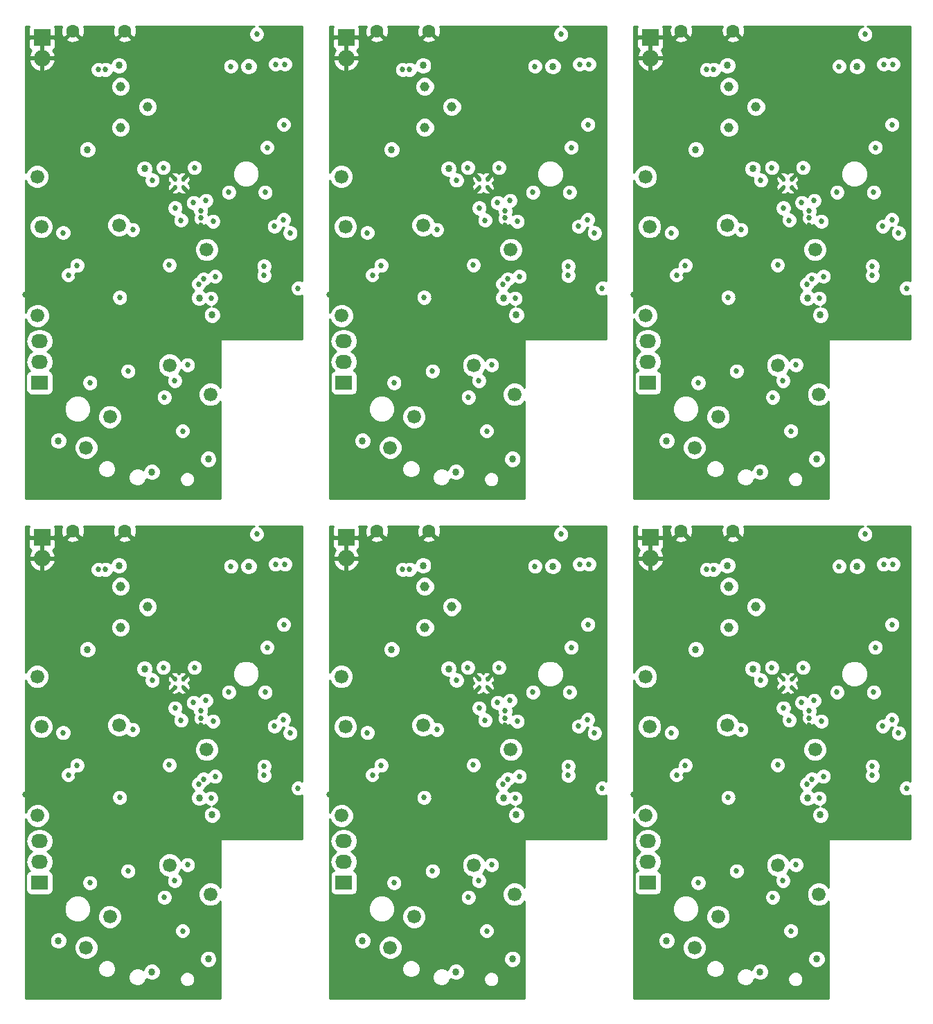
<source format=gbr>
G04 #@! TF.FileFunction,Copper,L2,Inr,Signal*
%FSLAX46Y46*%
G04 Gerber Fmt 4.6, Leading zero omitted, Abs format (unit mm)*
G04 Created by KiCad (PCBNEW 4.0.2+dfsg1-stable) date Mon 02 May 2016 01:19:17 PM EDT*
%MOMM*%
G01*
G04 APERTURE LIST*
%ADD10C,0.100000*%
%ADD11C,0.457000*%
%ADD12C,1.680000*%
%ADD13C,1.600000*%
%ADD14R,2.032000X2.032000*%
%ADD15O,2.032000X2.032000*%
%ADD16C,1.150000*%
%ADD17R,2.032000X1.727200*%
%ADD18O,2.032000X1.727200*%
%ADD19C,0.685800*%
%ADD20C,0.863600*%
%ADD21C,0.254000*%
G04 APERTURE END LIST*
D10*
D11*
X107008400Y-94112800D03*
X106008400Y-94112800D03*
X107008400Y-93112800D03*
X106008400Y-93112800D03*
D12*
X89166200Y-92805000D03*
X99173800Y-98723200D03*
X89217000Y-109797600D03*
D13*
X99885000Y-75017000D03*
X93535000Y-75017000D03*
D14*
X89775800Y-75812400D03*
D15*
X89775800Y-78352400D03*
D16*
X102678000Y-84296000D03*
X99378000Y-86796000D03*
X99378000Y-81796000D03*
D12*
X110349800Y-119398800D03*
X95160600Y-125901200D03*
X98056200Y-122142000D03*
X105371400Y-115842800D03*
X89674200Y-98926400D03*
X109892600Y-101720400D03*
D17*
X89471000Y-117976400D03*
D18*
X89471000Y-115436400D03*
X89471000Y-112896400D03*
D11*
X107008400Y-33057800D03*
X106008400Y-33057800D03*
X107008400Y-32057800D03*
X106008400Y-32057800D03*
D12*
X89166200Y-31750000D03*
X99173800Y-37668200D03*
X89217000Y-48742600D03*
D13*
X99885000Y-13962000D03*
X93535000Y-13962000D03*
D14*
X89775800Y-14757400D03*
D15*
X89775800Y-17297400D03*
D16*
X102678000Y-23241000D03*
X99378000Y-25741000D03*
X99378000Y-20741000D03*
D12*
X110349800Y-58343800D03*
X95160600Y-64846200D03*
X98056200Y-61087000D03*
X105371400Y-54787800D03*
X89674200Y-37871400D03*
X109892600Y-40665400D03*
D17*
X89471000Y-56921400D03*
D18*
X89471000Y-54381400D03*
X89471000Y-51841400D03*
D11*
X69829400Y-94112800D03*
X68829400Y-94112800D03*
X69829400Y-93112800D03*
X68829400Y-93112800D03*
D12*
X51987200Y-92805000D03*
X61994800Y-98723200D03*
X52038000Y-109797600D03*
D13*
X62706000Y-75017000D03*
X56356000Y-75017000D03*
D14*
X52596800Y-75812400D03*
D15*
X52596800Y-78352400D03*
D16*
X65499000Y-84296000D03*
X62199000Y-86796000D03*
X62199000Y-81796000D03*
D12*
X73170800Y-119398800D03*
X57981600Y-125901200D03*
X60877200Y-122142000D03*
X68192400Y-115842800D03*
X52495200Y-98926400D03*
X72713600Y-101720400D03*
D17*
X52292000Y-117976400D03*
D18*
X52292000Y-115436400D03*
X52292000Y-112896400D03*
D11*
X69829400Y-33057800D03*
X68829400Y-33057800D03*
X69829400Y-32057800D03*
X68829400Y-32057800D03*
D12*
X51987200Y-31750000D03*
X61994800Y-37668200D03*
X52038000Y-48742600D03*
D13*
X62706000Y-13962000D03*
X56356000Y-13962000D03*
D14*
X52596800Y-14757400D03*
D15*
X52596800Y-17297400D03*
D16*
X65499000Y-23241000D03*
X62199000Y-25741000D03*
X62199000Y-20741000D03*
D12*
X73170800Y-58343800D03*
X57981600Y-64846200D03*
X60877200Y-61087000D03*
X68192400Y-54787800D03*
X52495200Y-37871400D03*
X72713600Y-40665400D03*
D17*
X52292000Y-56921400D03*
D18*
X52292000Y-54381400D03*
X52292000Y-51841400D03*
D11*
X32650400Y-94112800D03*
X31650400Y-94112800D03*
X32650400Y-93112800D03*
X31650400Y-93112800D03*
D12*
X14808200Y-92805000D03*
X24815800Y-98723200D03*
X14859000Y-109797600D03*
D13*
X25527000Y-75017000D03*
X19177000Y-75017000D03*
D14*
X15417800Y-75812400D03*
D15*
X15417800Y-78352400D03*
D16*
X28320000Y-84296000D03*
X25020000Y-86796000D03*
X25020000Y-81796000D03*
D12*
X35991800Y-119398800D03*
X20802600Y-125901200D03*
X23698200Y-122142000D03*
X31013400Y-115842800D03*
X15316200Y-98926400D03*
X35534600Y-101720400D03*
D17*
X15113000Y-117976400D03*
D18*
X15113000Y-115436400D03*
X15113000Y-112896400D03*
D17*
X15113000Y-56921400D03*
D18*
X15113000Y-54381400D03*
X15113000Y-51841400D03*
D12*
X35534600Y-40665400D03*
X15316200Y-37871400D03*
X31013400Y-54787800D03*
X23698200Y-61087000D03*
X20802600Y-64846200D03*
X35991800Y-58343800D03*
D16*
X28320000Y-23241000D03*
X25020000Y-25741000D03*
X25020000Y-20741000D03*
D14*
X15417800Y-14757400D03*
D15*
X15417800Y-17297400D03*
D13*
X25527000Y-13962000D03*
X19177000Y-13962000D03*
D12*
X14859000Y-48742600D03*
X24815800Y-37668200D03*
X14808200Y-31750000D03*
D11*
X32650400Y-33057800D03*
X31650400Y-33057800D03*
X32650400Y-32057800D03*
X31650400Y-32057800D03*
D19*
X110934000Y-104997000D03*
D20*
X99173800Y-79241400D03*
X102292000Y-91859200D03*
D19*
X110934000Y-43942000D03*
D20*
X99173800Y-18186400D03*
X102292000Y-30804200D03*
D19*
X73755000Y-104997000D03*
D20*
X61994800Y-79241400D03*
X65113000Y-91859200D03*
D19*
X73755000Y-43942000D03*
D20*
X61994800Y-18186400D03*
X65113000Y-30804200D03*
D19*
X36576000Y-104997000D03*
D20*
X24815800Y-79241400D03*
X27934000Y-91859200D03*
X27934000Y-30804200D03*
X24815800Y-18186400D03*
D19*
X36576000Y-43942000D03*
D20*
X117741200Y-75507600D03*
D19*
X99758000Y-88487000D03*
D20*
X95262200Y-131717800D03*
X107403400Y-126104400D03*
X91553800Y-85159600D03*
X104330000Y-131794000D03*
X116623600Y-111042200D03*
D19*
X106692200Y-86937600D03*
X104736400Y-86988400D03*
X91960200Y-126434600D03*
X109156000Y-98774000D03*
X98361000Y-96615000D03*
X110299000Y-129762000D03*
X106362000Y-131921000D03*
X109664000Y-131921000D03*
X99631000Y-131540000D03*
X102044000Y-131667000D03*
X98767400Y-116554000D03*
X91503000Y-104870000D03*
X87693000Y-107257600D03*
X100443800Y-107562400D03*
X93992200Y-104870000D03*
X104863400Y-122446800D03*
X105219000Y-107765600D03*
X93331800Y-95675200D03*
X97675200Y-126714000D03*
X117614200Y-110204000D03*
X118503200Y-109315000D03*
D20*
X117741200Y-14452600D03*
D19*
X99758000Y-27432000D03*
D20*
X95262200Y-70662800D03*
X107403400Y-65049400D03*
X91553800Y-24104600D03*
X104330000Y-70739000D03*
X116623600Y-49987200D03*
D19*
X106692200Y-25882600D03*
X104736400Y-25933400D03*
X91960200Y-65379600D03*
X109156000Y-37719000D03*
X98361000Y-35560000D03*
X110299000Y-68707000D03*
X106362000Y-70866000D03*
X109664000Y-70866000D03*
X99631000Y-70485000D03*
X102044000Y-70612000D03*
X98767400Y-55499000D03*
X91503000Y-43815000D03*
X87693000Y-46202600D03*
X100443800Y-46507400D03*
X93992200Y-43815000D03*
X104863400Y-61391800D03*
X105219000Y-46710600D03*
X93331800Y-34620200D03*
X97675200Y-65659000D03*
X117614200Y-49149000D03*
X118503200Y-48260000D03*
D20*
X80562200Y-75507600D03*
D19*
X62579000Y-88487000D03*
D20*
X58083200Y-131717800D03*
X70224400Y-126104400D03*
X54374800Y-85159600D03*
X67151000Y-131794000D03*
X79444600Y-111042200D03*
D19*
X69513200Y-86937600D03*
X67557400Y-86988400D03*
X54781200Y-126434600D03*
X71977000Y-98774000D03*
X61182000Y-96615000D03*
X73120000Y-129762000D03*
X69183000Y-131921000D03*
X72485000Y-131921000D03*
X62452000Y-131540000D03*
X64865000Y-131667000D03*
X61588400Y-116554000D03*
X54324000Y-104870000D03*
X50514000Y-107257600D03*
X63264800Y-107562400D03*
X56813200Y-104870000D03*
X67684400Y-122446800D03*
X68040000Y-107765600D03*
X56152800Y-95675200D03*
X60496200Y-126714000D03*
X80435200Y-110204000D03*
X81324200Y-109315000D03*
D20*
X80562200Y-14452600D03*
D19*
X62579000Y-27432000D03*
D20*
X58083200Y-70662800D03*
X70224400Y-65049400D03*
X54374800Y-24104600D03*
X67151000Y-70739000D03*
X79444600Y-49987200D03*
D19*
X69513200Y-25882600D03*
X67557400Y-25933400D03*
X54781200Y-65379600D03*
X71977000Y-37719000D03*
X61182000Y-35560000D03*
X73120000Y-68707000D03*
X69183000Y-70866000D03*
X72485000Y-70866000D03*
X62452000Y-70485000D03*
X64865000Y-70612000D03*
X61588400Y-55499000D03*
X54324000Y-43815000D03*
X50514000Y-46202600D03*
X63264800Y-46507400D03*
X56813200Y-43815000D03*
X67684400Y-61391800D03*
X68040000Y-46710600D03*
X56152800Y-34620200D03*
X60496200Y-65659000D03*
X80435200Y-49149000D03*
X81324200Y-48260000D03*
D20*
X43383200Y-75507600D03*
D19*
X25400000Y-88487000D03*
D20*
X20904200Y-131717800D03*
X33045400Y-126104400D03*
X17195800Y-85159600D03*
X29972000Y-131794000D03*
X42265600Y-111042200D03*
D19*
X32334200Y-86937600D03*
X30378400Y-86988400D03*
X17602200Y-126434600D03*
X34798000Y-98774000D03*
X24003000Y-96615000D03*
X35941000Y-129762000D03*
X32004000Y-131921000D03*
X35306000Y-131921000D03*
X25273000Y-131540000D03*
X27686000Y-131667000D03*
X24409400Y-116554000D03*
X17145000Y-104870000D03*
X13335000Y-107257600D03*
X26085800Y-107562400D03*
X19634200Y-104870000D03*
X30505400Y-122446800D03*
X30861000Y-107765600D03*
X18973800Y-95675200D03*
X23317200Y-126714000D03*
X43256200Y-110204000D03*
X44145200Y-109315000D03*
X44145200Y-48260000D03*
X43256200Y-49149000D03*
X23317200Y-65659000D03*
X18973800Y-34620200D03*
X30861000Y-46710600D03*
X30505400Y-61391800D03*
X19634200Y-43815000D03*
X26085800Y-46507400D03*
X13335000Y-46202600D03*
X17145000Y-43815000D03*
X24409400Y-55499000D03*
X27686000Y-70612000D03*
X25273000Y-70485000D03*
X35306000Y-70866000D03*
X32004000Y-70866000D03*
X35941000Y-68707000D03*
X24003000Y-35560000D03*
X34798000Y-37719000D03*
X17602200Y-65379600D03*
X30378400Y-25933400D03*
X32334200Y-25882600D03*
D20*
X42265600Y-49987200D03*
X29972000Y-70739000D03*
X17195800Y-24104600D03*
X33045400Y-65049400D03*
X20904200Y-70662800D03*
D19*
X25400000Y-27432000D03*
D20*
X43383200Y-14452600D03*
X110553000Y-109696000D03*
X95313000Y-89503000D03*
X110553000Y-48641000D03*
X95313000Y-28448000D03*
X73374000Y-109696000D03*
X58134000Y-89503000D03*
X73374000Y-48641000D03*
X58134000Y-28448000D03*
X36195000Y-109696000D03*
X20955000Y-89503000D03*
X20955000Y-28448000D03*
X36195000Y-48641000D03*
X91757000Y-125063000D03*
X108978200Y-107613200D03*
X115023400Y-79343000D03*
X110095800Y-127298200D03*
X103187000Y-128873000D03*
D19*
X108267000Y-95980000D03*
X100291400Y-116554000D03*
X95617800Y-117976400D03*
X92976200Y-104819200D03*
X100850200Y-99282000D03*
X92341200Y-99663000D03*
X107555800Y-115792000D03*
D20*
X91757000Y-64008000D03*
X108978200Y-46558200D03*
X115023400Y-18288000D03*
X110095800Y-66243200D03*
X103187000Y-67818000D03*
D19*
X108267000Y-34925000D03*
X100291400Y-55499000D03*
X95617800Y-56921400D03*
X92976200Y-43764200D03*
X100850200Y-38227000D03*
X92341200Y-38608000D03*
X107555800Y-54737000D03*
D20*
X54578000Y-125063000D03*
X71799200Y-107613200D03*
X77844400Y-79343000D03*
X72916800Y-127298200D03*
X66008000Y-128873000D03*
D19*
X71088000Y-95980000D03*
X63112400Y-116554000D03*
X58438800Y-117976400D03*
X55797200Y-104819200D03*
X63671200Y-99282000D03*
X55162200Y-99663000D03*
X70376800Y-115792000D03*
D20*
X54578000Y-64008000D03*
X71799200Y-46558200D03*
X77844400Y-18288000D03*
X72916800Y-66243200D03*
X66008000Y-67818000D03*
D19*
X71088000Y-34925000D03*
X63112400Y-55499000D03*
X58438800Y-56921400D03*
X55797200Y-43764200D03*
X63671200Y-38227000D03*
X55162200Y-38608000D03*
X70376800Y-54737000D03*
D20*
X17399000Y-125063000D03*
X34620200Y-107613200D03*
X40665400Y-79343000D03*
X35737800Y-127298200D03*
X28829000Y-128873000D03*
D19*
X33909000Y-95980000D03*
X25933400Y-116554000D03*
X21259800Y-117976400D03*
X18618200Y-104819200D03*
X26492200Y-99282000D03*
X17983200Y-99663000D03*
X33197800Y-115792000D03*
X33197800Y-54737000D03*
X17983200Y-38608000D03*
X26492200Y-38227000D03*
X18618200Y-43764200D03*
X21259800Y-56921400D03*
X25933400Y-55499000D03*
X33909000Y-34925000D03*
D20*
X28829000Y-67818000D03*
X35737800Y-66243200D03*
X40665400Y-18288000D03*
X34620200Y-46558200D03*
X17399000Y-64008000D03*
D19*
X104711000Y-119754400D03*
X105981000Y-117722400D03*
X94043000Y-103650800D03*
X99275400Y-107562400D03*
X105320600Y-103600000D03*
X106946200Y-123869200D03*
X104711000Y-58699400D03*
X105981000Y-56667400D03*
X94043000Y-42595800D03*
X99275400Y-46507400D03*
X105320600Y-42545000D03*
X106946200Y-62814200D03*
X67532000Y-119754400D03*
X68802000Y-117722400D03*
X56864000Y-103650800D03*
X62096400Y-107562400D03*
X68141600Y-103600000D03*
X69767200Y-123869200D03*
X67532000Y-58699400D03*
X68802000Y-56667400D03*
X56864000Y-42595800D03*
X62096400Y-46507400D03*
X68141600Y-42545000D03*
X69767200Y-62814200D03*
X30353000Y-119754400D03*
X31623000Y-117722400D03*
X19685000Y-103650800D03*
X24917400Y-107562400D03*
X30962600Y-103600000D03*
X32588200Y-123869200D03*
X32588200Y-62814200D03*
X30962600Y-42545000D03*
X24917400Y-46507400D03*
X19685000Y-42595800D03*
X31623000Y-56667400D03*
X30353000Y-58699400D03*
X109511335Y-105321162D03*
X97522800Y-79724000D03*
X109511335Y-44266162D03*
X97522800Y-18669000D03*
X72332335Y-105321162D03*
X60343800Y-79724000D03*
X72332335Y-44266162D03*
X60343800Y-18669000D03*
X35153335Y-105321162D03*
X23164800Y-79724000D03*
X23164800Y-18669000D03*
X35153335Y-44266162D03*
X108900679Y-105931818D03*
X96659200Y-79724000D03*
X108900679Y-44876818D03*
X96659200Y-18669000D03*
X71721679Y-105931818D03*
X59480200Y-79724000D03*
X71721679Y-44876818D03*
X59480200Y-18669000D03*
X34542679Y-105931818D03*
X22301200Y-79724000D03*
X22301200Y-18669000D03*
X34542679Y-44876818D03*
X112839000Y-79343000D03*
X108419400Y-91712800D03*
X112839000Y-18288000D03*
X108419400Y-30657800D03*
X75660000Y-79343000D03*
X71240400Y-91712800D03*
X75660000Y-18288000D03*
X71240400Y-30657800D03*
X38481000Y-79343000D03*
X34061400Y-91712800D03*
X34061400Y-30657800D03*
X38481000Y-18288000D03*
X116014000Y-75406000D03*
X106029518Y-96642682D03*
X116014000Y-14351000D03*
X106029518Y-35587682D03*
X78835000Y-75406000D03*
X68850518Y-96642682D03*
X78835000Y-14351000D03*
X68850518Y-35587682D03*
X41656000Y-75406000D03*
X31671518Y-96642682D03*
X31671518Y-35587682D03*
X41656000Y-14351000D03*
X118300000Y-79089000D03*
X106743000Y-98139000D03*
X118300000Y-18034000D03*
X106743000Y-37084000D03*
X81121000Y-79089000D03*
X69564000Y-98139000D03*
X81121000Y-18034000D03*
X69564000Y-37084000D03*
X43942000Y-79089000D03*
X32385000Y-98139000D03*
X32385000Y-37084000D03*
X43942000Y-18034000D03*
X119443000Y-79089000D03*
X119316000Y-86455000D03*
X119443000Y-18034000D03*
X119316000Y-25400000D03*
X82264000Y-79089000D03*
X82137000Y-86455000D03*
X82264000Y-18034000D03*
X82137000Y-25400000D03*
X45085000Y-79089000D03*
X44958000Y-86455000D03*
X44958000Y-25400000D03*
X45085000Y-18034000D03*
X117284000Y-89249000D03*
X110680000Y-98266000D03*
X117284000Y-28194000D03*
X110680000Y-37211000D03*
X80105000Y-89249000D03*
X73501000Y-98266000D03*
X80105000Y-28194000D03*
X73501000Y-37211000D03*
X42926000Y-89249000D03*
X36322000Y-98266000D03*
X36322000Y-37211000D03*
X42926000Y-28194000D03*
X103249520Y-93250673D03*
X109199272Y-97863272D03*
X103249520Y-32195673D03*
X109199272Y-36808272D03*
X66070520Y-93250673D03*
X72020272Y-97863272D03*
X66070520Y-32195673D03*
X72020272Y-36808272D03*
X28891520Y-93250673D03*
X34841272Y-97863272D03*
X34841272Y-36808272D03*
X28891520Y-32195673D03*
X109181400Y-96996000D03*
X104609400Y-91712800D03*
X109181400Y-35941000D03*
X104609400Y-30657800D03*
X72002400Y-96996000D03*
X67430400Y-91712800D03*
X72002400Y-35941000D03*
X67430400Y-30657800D03*
X34823400Y-96996000D03*
X30251400Y-91712800D03*
X30251400Y-30657800D03*
X34823400Y-35941000D03*
X109791000Y-95726000D03*
X110426000Y-107664000D03*
X112585000Y-94710000D03*
X117055400Y-94710000D03*
X109791000Y-34671000D03*
X110426000Y-46609000D03*
X112585000Y-33655000D03*
X117055400Y-33655000D03*
X72612000Y-95726000D03*
X73247000Y-107664000D03*
X75406000Y-94710000D03*
X79876400Y-94710000D03*
X72612000Y-34671000D03*
X73247000Y-46609000D03*
X75406000Y-33655000D03*
X79876400Y-33655000D03*
X35433000Y-95726000D03*
X36068000Y-107664000D03*
X38227000Y-94710000D03*
X42697400Y-94710000D03*
X42697400Y-33655000D03*
X38227000Y-33655000D03*
X36068000Y-46609000D03*
X35433000Y-34671000D03*
X121068600Y-106444800D03*
X121068600Y-45389800D03*
X83889600Y-106444800D03*
X83889600Y-45389800D03*
X46710600Y-106444800D03*
X46710600Y-45389800D03*
X118173000Y-98875600D03*
X118173000Y-37820600D03*
X80994000Y-98875600D03*
X80994000Y-37820600D03*
X43815000Y-98875600D03*
X43815000Y-37820600D03*
X120103400Y-99688400D03*
X120103400Y-38633400D03*
X82924400Y-99688400D03*
X82924400Y-38633400D03*
X45745400Y-99688400D03*
X45745400Y-38633400D03*
X116903000Y-103752400D03*
X116903000Y-42697400D03*
X79724000Y-103752400D03*
X79724000Y-42697400D03*
X42545000Y-103752400D03*
X42545000Y-42697400D03*
X116903000Y-104870000D03*
X116903000Y-43815000D03*
X79724000Y-104870000D03*
X79724000Y-43815000D03*
X42545000Y-104870000D03*
X42545000Y-43815000D03*
X119290600Y-98062800D03*
X119290600Y-37007800D03*
X82111600Y-98062800D03*
X82111600Y-37007800D03*
X44932600Y-98062800D03*
X44932600Y-37007800D03*
D21*
G36*
X13766800Y-13615090D02*
X13766800Y-14471650D01*
X13925550Y-14630400D01*
X15290800Y-14630400D01*
X15290800Y-14610400D01*
X15544800Y-14610400D01*
X15544800Y-14630400D01*
X16910050Y-14630400D01*
X17068800Y-14471650D01*
X17068800Y-13615090D01*
X16983849Y-13410000D01*
X17850527Y-13410000D01*
X17730035Y-13745223D01*
X17757222Y-14315454D01*
X17923136Y-14716005D01*
X18169255Y-14790139D01*
X18997395Y-13962000D01*
X18983252Y-13947858D01*
X19162858Y-13768253D01*
X19177000Y-13782395D01*
X19191143Y-13768253D01*
X19370748Y-13947858D01*
X19356605Y-13962000D01*
X20184745Y-14790139D01*
X20430864Y-14716005D01*
X20623965Y-14178777D01*
X20596778Y-13608546D01*
X20514537Y-13410000D01*
X24200527Y-13410000D01*
X24080035Y-13745223D01*
X24107222Y-14315454D01*
X24273136Y-14716005D01*
X24519255Y-14790139D01*
X25347395Y-13962000D01*
X25333252Y-13947858D01*
X25512858Y-13768253D01*
X25527000Y-13782395D01*
X25541143Y-13768253D01*
X25720748Y-13947858D01*
X25706605Y-13962000D01*
X26534745Y-14790139D01*
X26780864Y-14716005D01*
X26973965Y-14178777D01*
X26946778Y-13608546D01*
X26864537Y-13410000D01*
X41372623Y-13410000D01*
X41102788Y-13521493D01*
X40827460Y-13796341D01*
X40678270Y-14155630D01*
X40677931Y-14544663D01*
X40826493Y-14904212D01*
X41101341Y-15179540D01*
X41460630Y-15328730D01*
X41849663Y-15329069D01*
X42209212Y-15180507D01*
X42484540Y-14905659D01*
X42633730Y-14546370D01*
X42634069Y-14157337D01*
X42485507Y-13797788D01*
X42210659Y-13522460D01*
X41939826Y-13410000D01*
X47169000Y-13410000D01*
X47169000Y-44521290D01*
X46905970Y-44412070D01*
X46516937Y-44411731D01*
X46157388Y-44560293D01*
X45882060Y-44835141D01*
X45732870Y-45194430D01*
X45732531Y-45583463D01*
X45881093Y-45943012D01*
X46155941Y-46218340D01*
X46515230Y-46367530D01*
X46904263Y-46367869D01*
X47169000Y-46258482D01*
X47169000Y-51562000D01*
X37338000Y-51562000D01*
X37291841Y-51570685D01*
X37249447Y-51597965D01*
X37221006Y-51639590D01*
X37211000Y-51689000D01*
X37211000Y-57477342D01*
X36828411Y-57094085D01*
X36286483Y-56869057D01*
X35699692Y-56868544D01*
X35157371Y-57092627D01*
X34742085Y-57507189D01*
X34517057Y-58049117D01*
X34516544Y-58635908D01*
X34740627Y-59178229D01*
X35155189Y-59593515D01*
X35697117Y-59818543D01*
X36283908Y-59819056D01*
X36826229Y-59594973D01*
X37211000Y-59210873D01*
X37211000Y-71045000D01*
X13410000Y-71045000D01*
X13410000Y-68672824D01*
X25940808Y-68672824D01*
X26109439Y-69080943D01*
X26421415Y-69393463D01*
X26829239Y-69562807D01*
X27270824Y-69563192D01*
X27678943Y-69394561D01*
X27991463Y-69082585D01*
X28070120Y-68893157D01*
X32206837Y-68893157D01*
X32349642Y-69238772D01*
X32613837Y-69503429D01*
X32959202Y-69646837D01*
X33333157Y-69647163D01*
X33678772Y-69504358D01*
X33943429Y-69240163D01*
X34086837Y-68894798D01*
X34087163Y-68520843D01*
X33944358Y-68175228D01*
X33680163Y-67910571D01*
X33334798Y-67767163D01*
X32960843Y-67766837D01*
X32615228Y-67909642D01*
X32350571Y-68173837D01*
X32207163Y-68519202D01*
X32206837Y-68893157D01*
X28070120Y-68893157D01*
X28160807Y-68674761D01*
X28160821Y-68658656D01*
X28223917Y-68721862D01*
X28615869Y-68884615D01*
X29040269Y-68884985D01*
X29432504Y-68722916D01*
X29732862Y-68423083D01*
X29895615Y-68031131D01*
X29895985Y-67606731D01*
X29733916Y-67214496D01*
X29434083Y-66914138D01*
X29042131Y-66751385D01*
X28617731Y-66751015D01*
X28225496Y-66913084D01*
X27925138Y-67212917D01*
X27765432Y-67597532D01*
X27680585Y-67512537D01*
X27272761Y-67343193D01*
X26831176Y-67342808D01*
X26423057Y-67511439D01*
X26110537Y-67823415D01*
X25941193Y-68231239D01*
X25940808Y-68672824D01*
X13410000Y-68672824D01*
X13410000Y-67656824D01*
X22232808Y-67656824D01*
X22401439Y-68064943D01*
X22713415Y-68377463D01*
X23121239Y-68546807D01*
X23562824Y-68547192D01*
X23970943Y-68378561D01*
X24283463Y-68066585D01*
X24452807Y-67658761D01*
X24453192Y-67217176D01*
X24284561Y-66809057D01*
X23972585Y-66496537D01*
X23871275Y-66454469D01*
X34670815Y-66454469D01*
X34832884Y-66846704D01*
X35132717Y-67147062D01*
X35524669Y-67309815D01*
X35949069Y-67310185D01*
X36341304Y-67148116D01*
X36641662Y-66848283D01*
X36804415Y-66456331D01*
X36804785Y-66031931D01*
X36642716Y-65639696D01*
X36342883Y-65339338D01*
X35950931Y-65176585D01*
X35526531Y-65176215D01*
X35134296Y-65338284D01*
X34833938Y-65638117D01*
X34671185Y-66030069D01*
X34670815Y-66454469D01*
X23871275Y-66454469D01*
X23564761Y-66327193D01*
X23123176Y-66326808D01*
X22715057Y-66495439D01*
X22402537Y-66807415D01*
X22233193Y-67215239D01*
X22232808Y-67656824D01*
X13410000Y-67656824D01*
X13410000Y-65138308D01*
X19327344Y-65138308D01*
X19551427Y-65680629D01*
X19965989Y-66095915D01*
X20507917Y-66320943D01*
X21094708Y-66321456D01*
X21637029Y-66097373D01*
X22052315Y-65682811D01*
X22277343Y-65140883D01*
X22277856Y-64554092D01*
X22053773Y-64011771D01*
X21639211Y-63596485D01*
X21097283Y-63371457D01*
X20510492Y-63370944D01*
X19968171Y-63595027D01*
X19552885Y-64009589D01*
X19327857Y-64551517D01*
X19327344Y-65138308D01*
X13410000Y-65138308D01*
X13410000Y-64219269D01*
X16332015Y-64219269D01*
X16494084Y-64611504D01*
X16793917Y-64911862D01*
X17185869Y-65074615D01*
X17610269Y-65074985D01*
X18002504Y-64912916D01*
X18302862Y-64613083D01*
X18465615Y-64221131D01*
X18465985Y-63796731D01*
X18303916Y-63404496D01*
X18004083Y-63104138D01*
X17772228Y-63007863D01*
X31610131Y-63007863D01*
X31758693Y-63367412D01*
X32033541Y-63642740D01*
X32392830Y-63791930D01*
X32781863Y-63792269D01*
X33141412Y-63643707D01*
X33416740Y-63368859D01*
X33565930Y-63009570D01*
X33566269Y-62620537D01*
X33417707Y-62260988D01*
X33142859Y-61985660D01*
X32783570Y-61836470D01*
X32394537Y-61836131D01*
X32034988Y-61984693D01*
X31759660Y-62259541D01*
X31610470Y-62618830D01*
X31610131Y-63007863D01*
X17772228Y-63007863D01*
X17612131Y-62941385D01*
X17187731Y-62941015D01*
X16795496Y-63103084D01*
X16495138Y-63402917D01*
X16332385Y-63794869D01*
X16332015Y-64219269D01*
X13410000Y-64219269D01*
X13410000Y-60431795D01*
X18107716Y-60431795D01*
X18356106Y-61032943D01*
X18815637Y-61493278D01*
X19416352Y-61742716D01*
X20066795Y-61743284D01*
X20667943Y-61494894D01*
X20783931Y-61379108D01*
X22222944Y-61379108D01*
X22447027Y-61921429D01*
X22861589Y-62336715D01*
X23403517Y-62561743D01*
X23990308Y-62562256D01*
X24532629Y-62338173D01*
X24947915Y-61923611D01*
X25172943Y-61381683D01*
X25173456Y-60794892D01*
X24949373Y-60252571D01*
X24534811Y-59837285D01*
X23992883Y-59612257D01*
X23406092Y-59611744D01*
X22863771Y-59835827D01*
X22448485Y-60250389D01*
X22223457Y-60792317D01*
X22222944Y-61379108D01*
X20783931Y-61379108D01*
X21128278Y-61035363D01*
X21377716Y-60434648D01*
X21378284Y-59784205D01*
X21129894Y-59183057D01*
X20840407Y-58893063D01*
X29374931Y-58893063D01*
X29523493Y-59252612D01*
X29798341Y-59527940D01*
X30157630Y-59677130D01*
X30546663Y-59677469D01*
X30906212Y-59528907D01*
X31181540Y-59254059D01*
X31330730Y-58894770D01*
X31331069Y-58505737D01*
X31182507Y-58146188D01*
X30907659Y-57870860D01*
X30548370Y-57721670D01*
X30159337Y-57721331D01*
X29799788Y-57869893D01*
X29524460Y-58144741D01*
X29375270Y-58504030D01*
X29374931Y-58893063D01*
X20840407Y-58893063D01*
X20670363Y-58722722D01*
X20069648Y-58473284D01*
X19419205Y-58472716D01*
X18818057Y-58721106D01*
X18357722Y-59180637D01*
X18108284Y-59781352D01*
X18107716Y-60431795D01*
X13410000Y-60431795D01*
X13410000Y-51841400D01*
X13429655Y-51841400D01*
X13543729Y-52414889D01*
X13868585Y-52901070D01*
X14183366Y-53111400D01*
X13868585Y-53321730D01*
X13543729Y-53807911D01*
X13429655Y-54381400D01*
X13543729Y-54954889D01*
X13868585Y-55441070D01*
X13882913Y-55450643D01*
X13861683Y-55454638D01*
X13645559Y-55593710D01*
X13500569Y-55805910D01*
X13449560Y-56057800D01*
X13449560Y-57785000D01*
X13493838Y-58020317D01*
X13632910Y-58236441D01*
X13845110Y-58381431D01*
X14097000Y-58432440D01*
X16129000Y-58432440D01*
X16364317Y-58388162D01*
X16580441Y-58249090D01*
X16725431Y-58036890D01*
X16776440Y-57785000D01*
X16776440Y-57115063D01*
X20281731Y-57115063D01*
X20430293Y-57474612D01*
X20705141Y-57749940D01*
X21064430Y-57899130D01*
X21453463Y-57899469D01*
X21813012Y-57750907D01*
X22088340Y-57476059D01*
X22237530Y-57116770D01*
X22237869Y-56727737D01*
X22089307Y-56368188D01*
X21814459Y-56092860D01*
X21455170Y-55943670D01*
X21066137Y-55943331D01*
X20706588Y-56091893D01*
X20431260Y-56366741D01*
X20282070Y-56726030D01*
X20281731Y-57115063D01*
X16776440Y-57115063D01*
X16776440Y-56057800D01*
X16732162Y-55822483D01*
X16648626Y-55692663D01*
X24955331Y-55692663D01*
X25103893Y-56052212D01*
X25378741Y-56327540D01*
X25738030Y-56476730D01*
X26127063Y-56477069D01*
X26486612Y-56328507D01*
X26761940Y-56053659D01*
X26911130Y-55694370D01*
X26911469Y-55305337D01*
X26818325Y-55079908D01*
X29538144Y-55079908D01*
X29762227Y-55622229D01*
X30176789Y-56037515D01*
X30718717Y-56262543D01*
X30732252Y-56262555D01*
X30645270Y-56472030D01*
X30644931Y-56861063D01*
X30793493Y-57220612D01*
X31068341Y-57495940D01*
X31427630Y-57645130D01*
X31816663Y-57645469D01*
X32176212Y-57496907D01*
X32451540Y-57222059D01*
X32600730Y-56862770D01*
X32601069Y-56473737D01*
X32452507Y-56114188D01*
X32177659Y-55838860D01*
X32086295Y-55800922D01*
X32263115Y-55624411D01*
X32392018Y-55313978D01*
X32643141Y-55565540D01*
X33002430Y-55714730D01*
X33391463Y-55715069D01*
X33751012Y-55566507D01*
X34026340Y-55291659D01*
X34175530Y-54932370D01*
X34175869Y-54543337D01*
X34027307Y-54183788D01*
X33752459Y-53908460D01*
X33393170Y-53759270D01*
X33004137Y-53758931D01*
X32644588Y-53907493D01*
X32369260Y-54182341D01*
X32364208Y-54194507D01*
X32264573Y-53953371D01*
X31850011Y-53538085D01*
X31308083Y-53313057D01*
X30721292Y-53312544D01*
X30178971Y-53536627D01*
X29763685Y-53951189D01*
X29538657Y-54493117D01*
X29538144Y-55079908D01*
X26818325Y-55079908D01*
X26762907Y-54945788D01*
X26488059Y-54670460D01*
X26128770Y-54521270D01*
X25739737Y-54520931D01*
X25380188Y-54669493D01*
X25104860Y-54944341D01*
X24955670Y-55303630D01*
X24955331Y-55692663D01*
X16648626Y-55692663D01*
X16593090Y-55606359D01*
X16380890Y-55461369D01*
X16339561Y-55453000D01*
X16357415Y-55441070D01*
X16682271Y-54954889D01*
X16796345Y-54381400D01*
X16682271Y-53807911D01*
X16357415Y-53321730D01*
X16042634Y-53111400D01*
X16357415Y-52901070D01*
X16682271Y-52414889D01*
X16796345Y-51841400D01*
X16682271Y-51267911D01*
X16357415Y-50781730D01*
X15871234Y-50456874D01*
X15297745Y-50342800D01*
X14928255Y-50342800D01*
X14354766Y-50456874D01*
X13868585Y-50781730D01*
X13543729Y-51267911D01*
X13429655Y-51841400D01*
X13410000Y-51841400D01*
X13410000Y-49098252D01*
X13607827Y-49577029D01*
X14022389Y-49992315D01*
X14564317Y-50217343D01*
X15151108Y-50217856D01*
X15693429Y-49993773D01*
X16108715Y-49579211D01*
X16333743Y-49037283D01*
X16334256Y-48450492D01*
X16110173Y-47908171D01*
X15695611Y-47492885D01*
X15153683Y-47267857D01*
X14566892Y-47267344D01*
X14024571Y-47491427D01*
X13609285Y-47905989D01*
X13410000Y-48385921D01*
X13410000Y-46701063D01*
X23939331Y-46701063D01*
X24087893Y-47060612D01*
X24362741Y-47335940D01*
X24722030Y-47485130D01*
X25111063Y-47485469D01*
X25470612Y-47336907D01*
X25745940Y-47062059D01*
X25867434Y-46769469D01*
X33553215Y-46769469D01*
X33715284Y-47161704D01*
X34015117Y-47462062D01*
X34407069Y-47624815D01*
X34831469Y-47625185D01*
X35223704Y-47463116D01*
X35381564Y-47305532D01*
X35513341Y-47437540D01*
X35872630Y-47586730D01*
X35952789Y-47586800D01*
X35591496Y-47736084D01*
X35291138Y-48035917D01*
X35128385Y-48427869D01*
X35128015Y-48852269D01*
X35290084Y-49244504D01*
X35589917Y-49544862D01*
X35981869Y-49707615D01*
X36406269Y-49707985D01*
X36798504Y-49545916D01*
X37098862Y-49246083D01*
X37261615Y-48854131D01*
X37261985Y-48429731D01*
X37099916Y-48037496D01*
X36800083Y-47737138D01*
X36408131Y-47574385D01*
X36292605Y-47574284D01*
X36621212Y-47438507D01*
X36896540Y-47163659D01*
X37045730Y-46804370D01*
X37046069Y-46415337D01*
X36897507Y-46055788D01*
X36622659Y-45780460D01*
X36263370Y-45631270D01*
X35874337Y-45630931D01*
X35514788Y-45779493D01*
X35432360Y-45861777D01*
X35225283Y-45654338D01*
X35170681Y-45631665D01*
X35371219Y-45431477D01*
X35470089Y-45193371D01*
X35706547Y-45095669D01*
X35981875Y-44820821D01*
X36008214Y-44757390D01*
X36021341Y-44770540D01*
X36380630Y-44919730D01*
X36769663Y-44920069D01*
X37129212Y-44771507D01*
X37404540Y-44496659D01*
X37553730Y-44137370D01*
X37554069Y-43748337D01*
X37405507Y-43388788D01*
X37130659Y-43113460D01*
X36771370Y-42964270D01*
X36382337Y-42963931D01*
X36022788Y-43112493D01*
X35747460Y-43387341D01*
X35721121Y-43450772D01*
X35707994Y-43437622D01*
X35348705Y-43288432D01*
X34959672Y-43288093D01*
X34600123Y-43436655D01*
X34324795Y-43711503D01*
X34225925Y-43949609D01*
X33989467Y-44047311D01*
X33714139Y-44322159D01*
X33564949Y-44681448D01*
X33564610Y-45070481D01*
X33713172Y-45430030D01*
X33976296Y-45693613D01*
X33716338Y-45953117D01*
X33553585Y-46345069D01*
X33553215Y-46769469D01*
X25867434Y-46769469D01*
X25895130Y-46702770D01*
X25895469Y-46313737D01*
X25746907Y-45954188D01*
X25472059Y-45678860D01*
X25112770Y-45529670D01*
X24723737Y-45529331D01*
X24364188Y-45677893D01*
X24088860Y-45952741D01*
X23939670Y-46312030D01*
X23939331Y-46701063D01*
X13410000Y-46701063D01*
X13410000Y-43957863D01*
X17640131Y-43957863D01*
X17788693Y-44317412D01*
X18063541Y-44592740D01*
X18422830Y-44741930D01*
X18811863Y-44742269D01*
X19171412Y-44593707D01*
X19446740Y-44318859D01*
X19595930Y-43959570D01*
X19596266Y-43573623D01*
X19878663Y-43573869D01*
X20238212Y-43425307D01*
X20513540Y-43150459D01*
X20662730Y-42791170D01*
X20662775Y-42738663D01*
X29984531Y-42738663D01*
X30133093Y-43098212D01*
X30407941Y-43373540D01*
X30767230Y-43522730D01*
X31156263Y-43523069D01*
X31515812Y-43374507D01*
X31791140Y-43099659D01*
X31877756Y-42891063D01*
X41566931Y-42891063D01*
X41715493Y-43250612D01*
X41720840Y-43255968D01*
X41716460Y-43260341D01*
X41567270Y-43619630D01*
X41566931Y-44008663D01*
X41715493Y-44368212D01*
X41990341Y-44643540D01*
X42349630Y-44792730D01*
X42738663Y-44793069D01*
X43098212Y-44644507D01*
X43373540Y-44369659D01*
X43522730Y-44010370D01*
X43523069Y-43621337D01*
X43374507Y-43261788D01*
X43369160Y-43256432D01*
X43373540Y-43252059D01*
X43522730Y-42892770D01*
X43523069Y-42503737D01*
X43374507Y-42144188D01*
X43099659Y-41868860D01*
X42740370Y-41719670D01*
X42351337Y-41719331D01*
X41991788Y-41867893D01*
X41716460Y-42142741D01*
X41567270Y-42502030D01*
X41566931Y-42891063D01*
X31877756Y-42891063D01*
X31940330Y-42740370D01*
X31940669Y-42351337D01*
X31792107Y-41991788D01*
X31517259Y-41716460D01*
X31157970Y-41567270D01*
X30768937Y-41566931D01*
X30409388Y-41715493D01*
X30134060Y-41990341D01*
X29984870Y-42349630D01*
X29984531Y-42738663D01*
X20662775Y-42738663D01*
X20663069Y-42402137D01*
X20514507Y-42042588D01*
X20239659Y-41767260D01*
X19880370Y-41618070D01*
X19491337Y-41617731D01*
X19131788Y-41766293D01*
X18856460Y-42041141D01*
X18707270Y-42400430D01*
X18706934Y-42786377D01*
X18424537Y-42786131D01*
X18064988Y-42934693D01*
X17789660Y-43209541D01*
X17640470Y-43568830D01*
X17640131Y-43957863D01*
X13410000Y-43957863D01*
X13410000Y-40957508D01*
X34059344Y-40957508D01*
X34283427Y-41499829D01*
X34697989Y-41915115D01*
X35239917Y-42140143D01*
X35826708Y-42140656D01*
X36369029Y-41916573D01*
X36784315Y-41502011D01*
X37009343Y-40960083D01*
X37009856Y-40373292D01*
X36785773Y-39830971D01*
X36371211Y-39415685D01*
X35829283Y-39190657D01*
X35242492Y-39190144D01*
X34700171Y-39414227D01*
X34284885Y-39828789D01*
X34059857Y-40370717D01*
X34059344Y-40957508D01*
X13410000Y-40957508D01*
X13410000Y-38163508D01*
X13840944Y-38163508D01*
X14065027Y-38705829D01*
X14479589Y-39121115D01*
X15021517Y-39346143D01*
X15608308Y-39346656D01*
X16150629Y-39122573D01*
X16472099Y-38801663D01*
X17005131Y-38801663D01*
X17153693Y-39161212D01*
X17428541Y-39436540D01*
X17787830Y-39585730D01*
X18176863Y-39586069D01*
X18536412Y-39437507D01*
X18811740Y-39162659D01*
X18960930Y-38803370D01*
X18961269Y-38414337D01*
X18812707Y-38054788D01*
X18718392Y-37960308D01*
X23340544Y-37960308D01*
X23564627Y-38502629D01*
X23979189Y-38917915D01*
X24521117Y-39142943D01*
X25107908Y-39143456D01*
X25650229Y-38919373D01*
X25726052Y-38843682D01*
X25937541Y-39055540D01*
X26296830Y-39204730D01*
X26685863Y-39205069D01*
X27045412Y-39056507D01*
X27320740Y-38781659D01*
X27469930Y-38422370D01*
X27470269Y-38033337D01*
X27321707Y-37673788D01*
X27046859Y-37398460D01*
X26687570Y-37249270D01*
X26298537Y-37248931D01*
X26247267Y-37270115D01*
X26066973Y-36833771D01*
X25652411Y-36418485D01*
X25110483Y-36193457D01*
X24523692Y-36192944D01*
X23981371Y-36417027D01*
X23566085Y-36831589D01*
X23341057Y-37373517D01*
X23340544Y-37960308D01*
X18718392Y-37960308D01*
X18537859Y-37779460D01*
X18178570Y-37630270D01*
X17789537Y-37629931D01*
X17429988Y-37778493D01*
X17154660Y-38053341D01*
X17005470Y-38412630D01*
X17005131Y-38801663D01*
X16472099Y-38801663D01*
X16565915Y-38708011D01*
X16790943Y-38166083D01*
X16791456Y-37579292D01*
X16567373Y-37036971D01*
X16152811Y-36621685D01*
X15610883Y-36396657D01*
X15024092Y-36396144D01*
X14481771Y-36620227D01*
X14066485Y-37034789D01*
X13841457Y-37576717D01*
X13840944Y-38163508D01*
X13410000Y-38163508D01*
X13410000Y-35781345D01*
X30693449Y-35781345D01*
X30842011Y-36140894D01*
X31116859Y-36416222D01*
X31476148Y-36565412D01*
X31541458Y-36565469D01*
X31407270Y-36888630D01*
X31406931Y-37277663D01*
X31555493Y-37637212D01*
X31830341Y-37912540D01*
X32189630Y-38061730D01*
X32578663Y-38062069D01*
X32938212Y-37913507D01*
X33213540Y-37638659D01*
X33362730Y-37279370D01*
X33363069Y-36890337D01*
X33214507Y-36530788D01*
X32939659Y-36255460D01*
X32580370Y-36106270D01*
X32515060Y-36106213D01*
X32649248Y-35783052D01*
X32649587Y-35394019D01*
X32535813Y-35118663D01*
X32930931Y-35118663D01*
X33079493Y-35478212D01*
X33354341Y-35753540D01*
X33713630Y-35902730D01*
X33845533Y-35902845D01*
X33845331Y-36134663D01*
X33953460Y-36396356D01*
X33863542Y-36612902D01*
X33863203Y-37001935D01*
X34011765Y-37361484D01*
X34286613Y-37636812D01*
X34645902Y-37786002D01*
X35034935Y-37786341D01*
X35394484Y-37637779D01*
X35426887Y-37605433D01*
X35492493Y-37764212D01*
X35767341Y-38039540D01*
X36126630Y-38188730D01*
X36515663Y-38189069D01*
X36875212Y-38040507D01*
X36901501Y-38014263D01*
X42836931Y-38014263D01*
X42985493Y-38373812D01*
X43260341Y-38649140D01*
X43619630Y-38798330D01*
X44008663Y-38798669D01*
X44368212Y-38650107D01*
X44643540Y-38375259D01*
X44792730Y-38015970D01*
X44792756Y-37985578D01*
X45009996Y-37985768D01*
X44916860Y-38078741D01*
X44767670Y-38438030D01*
X44767331Y-38827063D01*
X44915893Y-39186612D01*
X45190741Y-39461940D01*
X45550030Y-39611130D01*
X45939063Y-39611469D01*
X46298612Y-39462907D01*
X46573940Y-39188059D01*
X46723130Y-38828770D01*
X46723469Y-38439737D01*
X46574907Y-38080188D01*
X46300059Y-37804860D01*
X45940770Y-37655670D01*
X45668004Y-37655432D01*
X45761140Y-37562459D01*
X45910330Y-37203170D01*
X45910669Y-36814137D01*
X45762107Y-36454588D01*
X45487259Y-36179260D01*
X45127970Y-36030070D01*
X44738937Y-36029731D01*
X44379388Y-36178293D01*
X44104060Y-36453141D01*
X43954870Y-36812430D01*
X43954844Y-36842822D01*
X43621337Y-36842531D01*
X43261788Y-36991093D01*
X42986460Y-37265941D01*
X42837270Y-37625230D01*
X42836931Y-38014263D01*
X36901501Y-38014263D01*
X37150540Y-37765659D01*
X37299730Y-37406370D01*
X37300069Y-37017337D01*
X37151507Y-36657788D01*
X36876659Y-36382460D01*
X36517370Y-36233270D01*
X36128337Y-36232931D01*
X35768788Y-36381493D01*
X35736385Y-36413839D01*
X35711212Y-36352916D01*
X35801130Y-36136370D01*
X35801469Y-35747337D01*
X35741295Y-35601704D01*
X35986212Y-35500507D01*
X36261540Y-35225659D01*
X36410730Y-34866370D01*
X36411069Y-34477337D01*
X36262507Y-34117788D01*
X35993852Y-33848663D01*
X37248931Y-33848663D01*
X37397493Y-34208212D01*
X37672341Y-34483540D01*
X38031630Y-34632730D01*
X38420663Y-34633069D01*
X38780212Y-34484507D01*
X39055540Y-34209659D01*
X39204730Y-33850370D01*
X39204731Y-33848663D01*
X41719331Y-33848663D01*
X41867893Y-34208212D01*
X42142741Y-34483540D01*
X42502030Y-34632730D01*
X42891063Y-34633069D01*
X43250612Y-34484507D01*
X43525940Y-34209659D01*
X43675130Y-33850370D01*
X43675469Y-33461337D01*
X43526907Y-33101788D01*
X43252059Y-32826460D01*
X42892770Y-32677270D01*
X42503737Y-32676931D01*
X42144188Y-32825493D01*
X41868860Y-33100341D01*
X41719670Y-33459630D01*
X41719331Y-33848663D01*
X39204731Y-33848663D01*
X39205069Y-33461337D01*
X39056507Y-33101788D01*
X38781659Y-32826460D01*
X38422370Y-32677270D01*
X38033337Y-32676931D01*
X37673788Y-32825493D01*
X37398460Y-33100341D01*
X37249270Y-33459630D01*
X37248931Y-33848663D01*
X35993852Y-33848663D01*
X35987659Y-33842460D01*
X35628370Y-33693270D01*
X35239337Y-33692931D01*
X34879788Y-33841493D01*
X34604460Y-34116341D01*
X34568928Y-34201912D01*
X34463659Y-34096460D01*
X34104370Y-33947270D01*
X33715337Y-33946931D01*
X33355788Y-34095493D01*
X33080460Y-34370341D01*
X32931270Y-34729630D01*
X32930931Y-35118663D01*
X32535813Y-35118663D01*
X32501025Y-35034470D01*
X32226177Y-34759142D01*
X31866888Y-34609952D01*
X31477855Y-34609613D01*
X31118306Y-34758175D01*
X30842978Y-35033023D01*
X30693788Y-35392312D01*
X30693449Y-35781345D01*
X13410000Y-35781345D01*
X13410000Y-32228597D01*
X13557027Y-32584429D01*
X13971589Y-32999715D01*
X14513517Y-33224743D01*
X15100308Y-33225256D01*
X15642629Y-33001173D01*
X16057915Y-32586611D01*
X16282943Y-32044683D01*
X16283456Y-31457892D01*
X16100651Y-31015469D01*
X26867015Y-31015469D01*
X27029084Y-31407704D01*
X27328917Y-31708062D01*
X27720869Y-31870815D01*
X27967469Y-31871030D01*
X27913790Y-32000303D01*
X27913451Y-32389336D01*
X28062013Y-32748885D01*
X28336861Y-33024213D01*
X28696150Y-33173403D01*
X29085183Y-33173742D01*
X29444732Y-33025180D01*
X29720060Y-32750332D01*
X29869250Y-32391043D01*
X29869589Y-32002010D01*
X29854339Y-31965101D01*
X30774876Y-31965101D01*
X30806047Y-32307206D01*
X30876996Y-32478491D01*
X30986744Y-32479876D01*
X30939806Y-32526814D01*
X30970792Y-32557800D01*
X30939806Y-32588786D01*
X30986744Y-32635724D01*
X30876996Y-32637109D01*
X30774876Y-32965101D01*
X30806047Y-33307206D01*
X30876996Y-33478491D01*
X31065753Y-33480873D01*
X31488826Y-33057800D01*
X31465668Y-33034642D01*
X31567917Y-32932393D01*
X31719107Y-32918617D01*
X31775807Y-32975317D01*
X31789583Y-33126507D01*
X31673558Y-33242532D01*
X31650400Y-33219374D01*
X31227327Y-33642447D01*
X31229709Y-33831204D01*
X31557701Y-33933324D01*
X31899806Y-33902153D01*
X32071091Y-33831204D01*
X32072476Y-33721456D01*
X32119414Y-33768394D01*
X32150400Y-33737408D01*
X32181386Y-33768394D01*
X32228324Y-33721456D01*
X32229709Y-33831204D01*
X32557701Y-33933324D01*
X32899806Y-33902153D01*
X33071091Y-33831204D01*
X33073473Y-33642447D01*
X32650400Y-33219374D01*
X32627242Y-33242532D01*
X32524993Y-33140283D01*
X32511217Y-32989093D01*
X32567917Y-32932393D01*
X32719107Y-32918617D01*
X32835132Y-33034642D01*
X32811974Y-33057800D01*
X33235047Y-33480873D01*
X33423804Y-33478491D01*
X33525924Y-33150499D01*
X33494753Y-32808394D01*
X33423804Y-32637109D01*
X33314056Y-32635724D01*
X33360994Y-32588786D01*
X33330008Y-32557800D01*
X33360994Y-32526814D01*
X33314056Y-32479876D01*
X33423804Y-32478491D01*
X33525924Y-32150499D01*
X33494753Y-31808394D01*
X33467167Y-31741795D01*
X38707716Y-31741795D01*
X38956106Y-32342943D01*
X39415637Y-32803278D01*
X40016352Y-33052716D01*
X40666795Y-33053284D01*
X41267943Y-32804894D01*
X41728278Y-32345363D01*
X41977716Y-31744648D01*
X41978284Y-31094205D01*
X41729894Y-30493057D01*
X41270363Y-30032722D01*
X40669648Y-29783284D01*
X40019205Y-29782716D01*
X39418057Y-30031106D01*
X38957722Y-30490637D01*
X38708284Y-31091352D01*
X38707716Y-31741795D01*
X33467167Y-31741795D01*
X33423804Y-31637109D01*
X33235047Y-31634727D01*
X32811974Y-32057800D01*
X32835132Y-32080958D01*
X32732883Y-32183207D01*
X32581693Y-32196983D01*
X32524993Y-32140283D01*
X32511217Y-31989093D01*
X32627242Y-31873068D01*
X32650400Y-31896226D01*
X33073473Y-31473153D01*
X33071091Y-31284396D01*
X32743099Y-31182276D01*
X32400994Y-31213447D01*
X32229709Y-31284396D01*
X32228324Y-31394144D01*
X32181386Y-31347206D01*
X32150400Y-31378192D01*
X32119414Y-31347206D01*
X32072476Y-31394144D01*
X32071091Y-31284396D01*
X31743099Y-31182276D01*
X31400994Y-31213447D01*
X31229709Y-31284396D01*
X31227327Y-31473153D01*
X31650400Y-31896226D01*
X31673558Y-31873068D01*
X31775807Y-31975317D01*
X31789583Y-32126507D01*
X31732883Y-32183207D01*
X31581693Y-32196983D01*
X31465668Y-32080958D01*
X31488826Y-32057800D01*
X31065753Y-31634727D01*
X30876996Y-31637109D01*
X30774876Y-31965101D01*
X29854339Y-31965101D01*
X29721027Y-31642461D01*
X29446179Y-31367133D01*
X29086890Y-31217943D01*
X28917375Y-31217795D01*
X29000615Y-31017331D01*
X29000759Y-30851463D01*
X29273331Y-30851463D01*
X29421893Y-31211012D01*
X29696741Y-31486340D01*
X30056030Y-31635530D01*
X30445063Y-31635869D01*
X30804612Y-31487307D01*
X31079940Y-31212459D01*
X31229130Y-30853170D01*
X31229131Y-30851463D01*
X33083331Y-30851463D01*
X33231893Y-31211012D01*
X33506741Y-31486340D01*
X33866030Y-31635530D01*
X34255063Y-31635869D01*
X34614612Y-31487307D01*
X34889940Y-31212459D01*
X35039130Y-30853170D01*
X35039469Y-30464137D01*
X34890907Y-30104588D01*
X34616059Y-29829260D01*
X34256770Y-29680070D01*
X33867737Y-29679731D01*
X33508188Y-29828293D01*
X33232860Y-30103141D01*
X33083670Y-30462430D01*
X33083331Y-30851463D01*
X31229131Y-30851463D01*
X31229469Y-30464137D01*
X31080907Y-30104588D01*
X30806059Y-29829260D01*
X30446770Y-29680070D01*
X30057737Y-29679731D01*
X29698188Y-29828293D01*
X29422860Y-30103141D01*
X29273670Y-30462430D01*
X29273331Y-30851463D01*
X29000759Y-30851463D01*
X29000985Y-30592931D01*
X28838916Y-30200696D01*
X28539083Y-29900338D01*
X28147131Y-29737585D01*
X27722731Y-29737215D01*
X27330496Y-29899284D01*
X27030138Y-30199117D01*
X26867385Y-30591069D01*
X26867015Y-31015469D01*
X16100651Y-31015469D01*
X16059373Y-30915571D01*
X15644811Y-30500285D01*
X15102883Y-30275257D01*
X14516092Y-30274744D01*
X13973771Y-30498827D01*
X13558485Y-30913389D01*
X13410000Y-31270981D01*
X13410000Y-28659269D01*
X19888015Y-28659269D01*
X20050084Y-29051504D01*
X20349917Y-29351862D01*
X20741869Y-29514615D01*
X21166269Y-29514985D01*
X21558504Y-29352916D01*
X21858862Y-29053083D01*
X22021615Y-28661131D01*
X22021853Y-28387663D01*
X41947931Y-28387663D01*
X42096493Y-28747212D01*
X42371341Y-29022540D01*
X42730630Y-29171730D01*
X43119663Y-29172069D01*
X43479212Y-29023507D01*
X43754540Y-28748659D01*
X43903730Y-28389370D01*
X43904069Y-28000337D01*
X43755507Y-27640788D01*
X43480659Y-27365460D01*
X43121370Y-27216270D01*
X42732337Y-27215931D01*
X42372788Y-27364493D01*
X42097460Y-27639341D01*
X41948270Y-27998630D01*
X41947931Y-28387663D01*
X22021853Y-28387663D01*
X22021985Y-28236731D01*
X21859916Y-27844496D01*
X21560083Y-27544138D01*
X21168131Y-27381385D01*
X20743731Y-27381015D01*
X20351496Y-27543084D01*
X20051138Y-27842917D01*
X19888385Y-28234869D01*
X19888015Y-28659269D01*
X13410000Y-28659269D01*
X13410000Y-25980628D01*
X23809791Y-25980628D01*
X23993614Y-26425514D01*
X24333695Y-26766190D01*
X24778260Y-26950789D01*
X25259628Y-26951209D01*
X25704514Y-26767386D01*
X26045190Y-26427305D01*
X26229789Y-25982740D01*
X26230128Y-25593663D01*
X43979931Y-25593663D01*
X44128493Y-25953212D01*
X44403341Y-26228540D01*
X44762630Y-26377730D01*
X45151663Y-26378069D01*
X45511212Y-26229507D01*
X45786540Y-25954659D01*
X45935730Y-25595370D01*
X45936069Y-25206337D01*
X45787507Y-24846788D01*
X45512659Y-24571460D01*
X45153370Y-24422270D01*
X44764337Y-24421931D01*
X44404788Y-24570493D01*
X44129460Y-24845341D01*
X43980270Y-25204630D01*
X43979931Y-25593663D01*
X26230128Y-25593663D01*
X26230209Y-25501372D01*
X26046386Y-25056486D01*
X25706305Y-24715810D01*
X25261740Y-24531211D01*
X24780372Y-24530791D01*
X24335486Y-24714614D01*
X23994810Y-25054695D01*
X23810211Y-25499260D01*
X23809791Y-25980628D01*
X13410000Y-25980628D01*
X13410000Y-23480628D01*
X27109791Y-23480628D01*
X27293614Y-23925514D01*
X27633695Y-24266190D01*
X28078260Y-24450789D01*
X28559628Y-24451209D01*
X29004514Y-24267386D01*
X29345190Y-23927305D01*
X29529789Y-23482740D01*
X29530209Y-23001372D01*
X29346386Y-22556486D01*
X29006305Y-22215810D01*
X28561740Y-22031211D01*
X28080372Y-22030791D01*
X27635486Y-22214614D01*
X27294810Y-22554695D01*
X27110211Y-22999260D01*
X27109791Y-23480628D01*
X13410000Y-23480628D01*
X13410000Y-20980628D01*
X23809791Y-20980628D01*
X23993614Y-21425514D01*
X24333695Y-21766190D01*
X24778260Y-21950789D01*
X25259628Y-21951209D01*
X25704514Y-21767386D01*
X26045190Y-21427305D01*
X26229789Y-20982740D01*
X26230209Y-20501372D01*
X26046386Y-20056486D01*
X25706305Y-19715810D01*
X25261740Y-19531211D01*
X24780372Y-19530791D01*
X24335486Y-19714614D01*
X23994810Y-20054695D01*
X23810211Y-20499260D01*
X23809791Y-20980628D01*
X13410000Y-20980628D01*
X13410000Y-17680344D01*
X13811825Y-17680344D01*
X14011415Y-18162218D01*
X14449421Y-18634588D01*
X15034854Y-18903383D01*
X15290800Y-18784767D01*
X15290800Y-17424400D01*
X15544800Y-17424400D01*
X15544800Y-18784767D01*
X15800746Y-18903383D01*
X15889433Y-18862663D01*
X21323131Y-18862663D01*
X21471693Y-19222212D01*
X21746541Y-19497540D01*
X22105830Y-19646730D01*
X22494863Y-19647069D01*
X22733142Y-19548615D01*
X22969430Y-19646730D01*
X23358463Y-19647069D01*
X23718012Y-19498507D01*
X23993340Y-19223659D01*
X24096317Y-18975662D01*
X24210717Y-19090262D01*
X24602669Y-19253015D01*
X25027069Y-19253385D01*
X25419304Y-19091316D01*
X25719662Y-18791483D01*
X25848310Y-18481663D01*
X37502931Y-18481663D01*
X37651493Y-18841212D01*
X37926341Y-19116540D01*
X38285630Y-19265730D01*
X38674663Y-19266069D01*
X39034212Y-19117507D01*
X39309540Y-18842659D01*
X39452128Y-18499269D01*
X39598415Y-18499269D01*
X39760484Y-18891504D01*
X40060317Y-19191862D01*
X40452269Y-19354615D01*
X40876669Y-19354985D01*
X41268904Y-19192916D01*
X41569262Y-18893083D01*
X41732015Y-18501131D01*
X41732253Y-18227663D01*
X42963931Y-18227663D01*
X43112493Y-18587212D01*
X43387341Y-18862540D01*
X43746630Y-19011730D01*
X44135663Y-19012069D01*
X44495212Y-18863507D01*
X44513291Y-18845460D01*
X44530341Y-18862540D01*
X44889630Y-19011730D01*
X45278663Y-19012069D01*
X45638212Y-18863507D01*
X45913540Y-18588659D01*
X46062730Y-18229370D01*
X46063069Y-17840337D01*
X45914507Y-17480788D01*
X45639659Y-17205460D01*
X45280370Y-17056270D01*
X44891337Y-17055931D01*
X44531788Y-17204493D01*
X44513709Y-17222540D01*
X44496659Y-17205460D01*
X44137370Y-17056270D01*
X43748337Y-17055931D01*
X43388788Y-17204493D01*
X43113460Y-17479341D01*
X42964270Y-17838630D01*
X42963931Y-18227663D01*
X41732253Y-18227663D01*
X41732385Y-18076731D01*
X41570316Y-17684496D01*
X41270483Y-17384138D01*
X40878531Y-17221385D01*
X40454131Y-17221015D01*
X40061896Y-17383084D01*
X39761538Y-17682917D01*
X39598785Y-18074869D01*
X39598415Y-18499269D01*
X39452128Y-18499269D01*
X39458730Y-18483370D01*
X39459069Y-18094337D01*
X39310507Y-17734788D01*
X39035659Y-17459460D01*
X38676370Y-17310270D01*
X38287337Y-17309931D01*
X37927788Y-17458493D01*
X37652460Y-17733341D01*
X37503270Y-18092630D01*
X37502931Y-18481663D01*
X25848310Y-18481663D01*
X25882415Y-18399531D01*
X25882785Y-17975131D01*
X25720716Y-17582896D01*
X25420883Y-17282538D01*
X25028931Y-17119785D01*
X24604531Y-17119415D01*
X24212296Y-17281484D01*
X23911938Y-17581317D01*
X23779399Y-17900505D01*
X23719459Y-17840460D01*
X23360170Y-17691270D01*
X22971137Y-17690931D01*
X22732858Y-17789385D01*
X22496570Y-17691270D01*
X22107537Y-17690931D01*
X21747988Y-17839493D01*
X21472660Y-18114341D01*
X21323470Y-18473630D01*
X21323131Y-18862663D01*
X15889433Y-18862663D01*
X16386179Y-18634588D01*
X16824185Y-18162218D01*
X17023775Y-17680344D01*
X16904636Y-17424400D01*
X15544800Y-17424400D01*
X15290800Y-17424400D01*
X13930964Y-17424400D01*
X13811825Y-17680344D01*
X13410000Y-17680344D01*
X13410000Y-15043150D01*
X13766800Y-15043150D01*
X13766800Y-15899710D01*
X13863473Y-16133099D01*
X14042102Y-16311727D01*
X14100896Y-16336080D01*
X14011415Y-16432582D01*
X13811825Y-16914456D01*
X13930964Y-17170400D01*
X15290800Y-17170400D01*
X15290800Y-14884400D01*
X15544800Y-14884400D01*
X15544800Y-17170400D01*
X16904636Y-17170400D01*
X17023775Y-16914456D01*
X16824185Y-16432582D01*
X16734704Y-16336080D01*
X16793498Y-16311727D01*
X16972127Y-16133099D01*
X17068800Y-15899710D01*
X17068800Y-15043150D01*
X16995395Y-14969745D01*
X18348861Y-14969745D01*
X18422995Y-15215864D01*
X18960223Y-15408965D01*
X19530454Y-15381778D01*
X19931005Y-15215864D01*
X20005139Y-14969745D01*
X24698861Y-14969745D01*
X24772995Y-15215864D01*
X25310223Y-15408965D01*
X25880454Y-15381778D01*
X26281005Y-15215864D01*
X26355139Y-14969745D01*
X25527000Y-14141605D01*
X24698861Y-14969745D01*
X20005139Y-14969745D01*
X19177000Y-14141605D01*
X18348861Y-14969745D01*
X16995395Y-14969745D01*
X16910050Y-14884400D01*
X15544800Y-14884400D01*
X15290800Y-14884400D01*
X13925550Y-14884400D01*
X13766800Y-15043150D01*
X13410000Y-15043150D01*
X13410000Y-13410000D01*
X13851751Y-13410000D01*
X13766800Y-13615090D01*
X13766800Y-13615090D01*
G37*
X13766800Y-13615090D02*
X13766800Y-14471650D01*
X13925550Y-14630400D01*
X15290800Y-14630400D01*
X15290800Y-14610400D01*
X15544800Y-14610400D01*
X15544800Y-14630400D01*
X16910050Y-14630400D01*
X17068800Y-14471650D01*
X17068800Y-13615090D01*
X16983849Y-13410000D01*
X17850527Y-13410000D01*
X17730035Y-13745223D01*
X17757222Y-14315454D01*
X17923136Y-14716005D01*
X18169255Y-14790139D01*
X18997395Y-13962000D01*
X18983252Y-13947858D01*
X19162858Y-13768253D01*
X19177000Y-13782395D01*
X19191143Y-13768253D01*
X19370748Y-13947858D01*
X19356605Y-13962000D01*
X20184745Y-14790139D01*
X20430864Y-14716005D01*
X20623965Y-14178777D01*
X20596778Y-13608546D01*
X20514537Y-13410000D01*
X24200527Y-13410000D01*
X24080035Y-13745223D01*
X24107222Y-14315454D01*
X24273136Y-14716005D01*
X24519255Y-14790139D01*
X25347395Y-13962000D01*
X25333252Y-13947858D01*
X25512858Y-13768253D01*
X25527000Y-13782395D01*
X25541143Y-13768253D01*
X25720748Y-13947858D01*
X25706605Y-13962000D01*
X26534745Y-14790139D01*
X26780864Y-14716005D01*
X26973965Y-14178777D01*
X26946778Y-13608546D01*
X26864537Y-13410000D01*
X41372623Y-13410000D01*
X41102788Y-13521493D01*
X40827460Y-13796341D01*
X40678270Y-14155630D01*
X40677931Y-14544663D01*
X40826493Y-14904212D01*
X41101341Y-15179540D01*
X41460630Y-15328730D01*
X41849663Y-15329069D01*
X42209212Y-15180507D01*
X42484540Y-14905659D01*
X42633730Y-14546370D01*
X42634069Y-14157337D01*
X42485507Y-13797788D01*
X42210659Y-13522460D01*
X41939826Y-13410000D01*
X47169000Y-13410000D01*
X47169000Y-44521290D01*
X46905970Y-44412070D01*
X46516937Y-44411731D01*
X46157388Y-44560293D01*
X45882060Y-44835141D01*
X45732870Y-45194430D01*
X45732531Y-45583463D01*
X45881093Y-45943012D01*
X46155941Y-46218340D01*
X46515230Y-46367530D01*
X46904263Y-46367869D01*
X47169000Y-46258482D01*
X47169000Y-51562000D01*
X37338000Y-51562000D01*
X37291841Y-51570685D01*
X37249447Y-51597965D01*
X37221006Y-51639590D01*
X37211000Y-51689000D01*
X37211000Y-57477342D01*
X36828411Y-57094085D01*
X36286483Y-56869057D01*
X35699692Y-56868544D01*
X35157371Y-57092627D01*
X34742085Y-57507189D01*
X34517057Y-58049117D01*
X34516544Y-58635908D01*
X34740627Y-59178229D01*
X35155189Y-59593515D01*
X35697117Y-59818543D01*
X36283908Y-59819056D01*
X36826229Y-59594973D01*
X37211000Y-59210873D01*
X37211000Y-71045000D01*
X13410000Y-71045000D01*
X13410000Y-68672824D01*
X25940808Y-68672824D01*
X26109439Y-69080943D01*
X26421415Y-69393463D01*
X26829239Y-69562807D01*
X27270824Y-69563192D01*
X27678943Y-69394561D01*
X27991463Y-69082585D01*
X28070120Y-68893157D01*
X32206837Y-68893157D01*
X32349642Y-69238772D01*
X32613837Y-69503429D01*
X32959202Y-69646837D01*
X33333157Y-69647163D01*
X33678772Y-69504358D01*
X33943429Y-69240163D01*
X34086837Y-68894798D01*
X34087163Y-68520843D01*
X33944358Y-68175228D01*
X33680163Y-67910571D01*
X33334798Y-67767163D01*
X32960843Y-67766837D01*
X32615228Y-67909642D01*
X32350571Y-68173837D01*
X32207163Y-68519202D01*
X32206837Y-68893157D01*
X28070120Y-68893157D01*
X28160807Y-68674761D01*
X28160821Y-68658656D01*
X28223917Y-68721862D01*
X28615869Y-68884615D01*
X29040269Y-68884985D01*
X29432504Y-68722916D01*
X29732862Y-68423083D01*
X29895615Y-68031131D01*
X29895985Y-67606731D01*
X29733916Y-67214496D01*
X29434083Y-66914138D01*
X29042131Y-66751385D01*
X28617731Y-66751015D01*
X28225496Y-66913084D01*
X27925138Y-67212917D01*
X27765432Y-67597532D01*
X27680585Y-67512537D01*
X27272761Y-67343193D01*
X26831176Y-67342808D01*
X26423057Y-67511439D01*
X26110537Y-67823415D01*
X25941193Y-68231239D01*
X25940808Y-68672824D01*
X13410000Y-68672824D01*
X13410000Y-67656824D01*
X22232808Y-67656824D01*
X22401439Y-68064943D01*
X22713415Y-68377463D01*
X23121239Y-68546807D01*
X23562824Y-68547192D01*
X23970943Y-68378561D01*
X24283463Y-68066585D01*
X24452807Y-67658761D01*
X24453192Y-67217176D01*
X24284561Y-66809057D01*
X23972585Y-66496537D01*
X23871275Y-66454469D01*
X34670815Y-66454469D01*
X34832884Y-66846704D01*
X35132717Y-67147062D01*
X35524669Y-67309815D01*
X35949069Y-67310185D01*
X36341304Y-67148116D01*
X36641662Y-66848283D01*
X36804415Y-66456331D01*
X36804785Y-66031931D01*
X36642716Y-65639696D01*
X36342883Y-65339338D01*
X35950931Y-65176585D01*
X35526531Y-65176215D01*
X35134296Y-65338284D01*
X34833938Y-65638117D01*
X34671185Y-66030069D01*
X34670815Y-66454469D01*
X23871275Y-66454469D01*
X23564761Y-66327193D01*
X23123176Y-66326808D01*
X22715057Y-66495439D01*
X22402537Y-66807415D01*
X22233193Y-67215239D01*
X22232808Y-67656824D01*
X13410000Y-67656824D01*
X13410000Y-65138308D01*
X19327344Y-65138308D01*
X19551427Y-65680629D01*
X19965989Y-66095915D01*
X20507917Y-66320943D01*
X21094708Y-66321456D01*
X21637029Y-66097373D01*
X22052315Y-65682811D01*
X22277343Y-65140883D01*
X22277856Y-64554092D01*
X22053773Y-64011771D01*
X21639211Y-63596485D01*
X21097283Y-63371457D01*
X20510492Y-63370944D01*
X19968171Y-63595027D01*
X19552885Y-64009589D01*
X19327857Y-64551517D01*
X19327344Y-65138308D01*
X13410000Y-65138308D01*
X13410000Y-64219269D01*
X16332015Y-64219269D01*
X16494084Y-64611504D01*
X16793917Y-64911862D01*
X17185869Y-65074615D01*
X17610269Y-65074985D01*
X18002504Y-64912916D01*
X18302862Y-64613083D01*
X18465615Y-64221131D01*
X18465985Y-63796731D01*
X18303916Y-63404496D01*
X18004083Y-63104138D01*
X17772228Y-63007863D01*
X31610131Y-63007863D01*
X31758693Y-63367412D01*
X32033541Y-63642740D01*
X32392830Y-63791930D01*
X32781863Y-63792269D01*
X33141412Y-63643707D01*
X33416740Y-63368859D01*
X33565930Y-63009570D01*
X33566269Y-62620537D01*
X33417707Y-62260988D01*
X33142859Y-61985660D01*
X32783570Y-61836470D01*
X32394537Y-61836131D01*
X32034988Y-61984693D01*
X31759660Y-62259541D01*
X31610470Y-62618830D01*
X31610131Y-63007863D01*
X17772228Y-63007863D01*
X17612131Y-62941385D01*
X17187731Y-62941015D01*
X16795496Y-63103084D01*
X16495138Y-63402917D01*
X16332385Y-63794869D01*
X16332015Y-64219269D01*
X13410000Y-64219269D01*
X13410000Y-60431795D01*
X18107716Y-60431795D01*
X18356106Y-61032943D01*
X18815637Y-61493278D01*
X19416352Y-61742716D01*
X20066795Y-61743284D01*
X20667943Y-61494894D01*
X20783931Y-61379108D01*
X22222944Y-61379108D01*
X22447027Y-61921429D01*
X22861589Y-62336715D01*
X23403517Y-62561743D01*
X23990308Y-62562256D01*
X24532629Y-62338173D01*
X24947915Y-61923611D01*
X25172943Y-61381683D01*
X25173456Y-60794892D01*
X24949373Y-60252571D01*
X24534811Y-59837285D01*
X23992883Y-59612257D01*
X23406092Y-59611744D01*
X22863771Y-59835827D01*
X22448485Y-60250389D01*
X22223457Y-60792317D01*
X22222944Y-61379108D01*
X20783931Y-61379108D01*
X21128278Y-61035363D01*
X21377716Y-60434648D01*
X21378284Y-59784205D01*
X21129894Y-59183057D01*
X20840407Y-58893063D01*
X29374931Y-58893063D01*
X29523493Y-59252612D01*
X29798341Y-59527940D01*
X30157630Y-59677130D01*
X30546663Y-59677469D01*
X30906212Y-59528907D01*
X31181540Y-59254059D01*
X31330730Y-58894770D01*
X31331069Y-58505737D01*
X31182507Y-58146188D01*
X30907659Y-57870860D01*
X30548370Y-57721670D01*
X30159337Y-57721331D01*
X29799788Y-57869893D01*
X29524460Y-58144741D01*
X29375270Y-58504030D01*
X29374931Y-58893063D01*
X20840407Y-58893063D01*
X20670363Y-58722722D01*
X20069648Y-58473284D01*
X19419205Y-58472716D01*
X18818057Y-58721106D01*
X18357722Y-59180637D01*
X18108284Y-59781352D01*
X18107716Y-60431795D01*
X13410000Y-60431795D01*
X13410000Y-51841400D01*
X13429655Y-51841400D01*
X13543729Y-52414889D01*
X13868585Y-52901070D01*
X14183366Y-53111400D01*
X13868585Y-53321730D01*
X13543729Y-53807911D01*
X13429655Y-54381400D01*
X13543729Y-54954889D01*
X13868585Y-55441070D01*
X13882913Y-55450643D01*
X13861683Y-55454638D01*
X13645559Y-55593710D01*
X13500569Y-55805910D01*
X13449560Y-56057800D01*
X13449560Y-57785000D01*
X13493838Y-58020317D01*
X13632910Y-58236441D01*
X13845110Y-58381431D01*
X14097000Y-58432440D01*
X16129000Y-58432440D01*
X16364317Y-58388162D01*
X16580441Y-58249090D01*
X16725431Y-58036890D01*
X16776440Y-57785000D01*
X16776440Y-57115063D01*
X20281731Y-57115063D01*
X20430293Y-57474612D01*
X20705141Y-57749940D01*
X21064430Y-57899130D01*
X21453463Y-57899469D01*
X21813012Y-57750907D01*
X22088340Y-57476059D01*
X22237530Y-57116770D01*
X22237869Y-56727737D01*
X22089307Y-56368188D01*
X21814459Y-56092860D01*
X21455170Y-55943670D01*
X21066137Y-55943331D01*
X20706588Y-56091893D01*
X20431260Y-56366741D01*
X20282070Y-56726030D01*
X20281731Y-57115063D01*
X16776440Y-57115063D01*
X16776440Y-56057800D01*
X16732162Y-55822483D01*
X16648626Y-55692663D01*
X24955331Y-55692663D01*
X25103893Y-56052212D01*
X25378741Y-56327540D01*
X25738030Y-56476730D01*
X26127063Y-56477069D01*
X26486612Y-56328507D01*
X26761940Y-56053659D01*
X26911130Y-55694370D01*
X26911469Y-55305337D01*
X26818325Y-55079908D01*
X29538144Y-55079908D01*
X29762227Y-55622229D01*
X30176789Y-56037515D01*
X30718717Y-56262543D01*
X30732252Y-56262555D01*
X30645270Y-56472030D01*
X30644931Y-56861063D01*
X30793493Y-57220612D01*
X31068341Y-57495940D01*
X31427630Y-57645130D01*
X31816663Y-57645469D01*
X32176212Y-57496907D01*
X32451540Y-57222059D01*
X32600730Y-56862770D01*
X32601069Y-56473737D01*
X32452507Y-56114188D01*
X32177659Y-55838860D01*
X32086295Y-55800922D01*
X32263115Y-55624411D01*
X32392018Y-55313978D01*
X32643141Y-55565540D01*
X33002430Y-55714730D01*
X33391463Y-55715069D01*
X33751012Y-55566507D01*
X34026340Y-55291659D01*
X34175530Y-54932370D01*
X34175869Y-54543337D01*
X34027307Y-54183788D01*
X33752459Y-53908460D01*
X33393170Y-53759270D01*
X33004137Y-53758931D01*
X32644588Y-53907493D01*
X32369260Y-54182341D01*
X32364208Y-54194507D01*
X32264573Y-53953371D01*
X31850011Y-53538085D01*
X31308083Y-53313057D01*
X30721292Y-53312544D01*
X30178971Y-53536627D01*
X29763685Y-53951189D01*
X29538657Y-54493117D01*
X29538144Y-55079908D01*
X26818325Y-55079908D01*
X26762907Y-54945788D01*
X26488059Y-54670460D01*
X26128770Y-54521270D01*
X25739737Y-54520931D01*
X25380188Y-54669493D01*
X25104860Y-54944341D01*
X24955670Y-55303630D01*
X24955331Y-55692663D01*
X16648626Y-55692663D01*
X16593090Y-55606359D01*
X16380890Y-55461369D01*
X16339561Y-55453000D01*
X16357415Y-55441070D01*
X16682271Y-54954889D01*
X16796345Y-54381400D01*
X16682271Y-53807911D01*
X16357415Y-53321730D01*
X16042634Y-53111400D01*
X16357415Y-52901070D01*
X16682271Y-52414889D01*
X16796345Y-51841400D01*
X16682271Y-51267911D01*
X16357415Y-50781730D01*
X15871234Y-50456874D01*
X15297745Y-50342800D01*
X14928255Y-50342800D01*
X14354766Y-50456874D01*
X13868585Y-50781730D01*
X13543729Y-51267911D01*
X13429655Y-51841400D01*
X13410000Y-51841400D01*
X13410000Y-49098252D01*
X13607827Y-49577029D01*
X14022389Y-49992315D01*
X14564317Y-50217343D01*
X15151108Y-50217856D01*
X15693429Y-49993773D01*
X16108715Y-49579211D01*
X16333743Y-49037283D01*
X16334256Y-48450492D01*
X16110173Y-47908171D01*
X15695611Y-47492885D01*
X15153683Y-47267857D01*
X14566892Y-47267344D01*
X14024571Y-47491427D01*
X13609285Y-47905989D01*
X13410000Y-48385921D01*
X13410000Y-46701063D01*
X23939331Y-46701063D01*
X24087893Y-47060612D01*
X24362741Y-47335940D01*
X24722030Y-47485130D01*
X25111063Y-47485469D01*
X25470612Y-47336907D01*
X25745940Y-47062059D01*
X25867434Y-46769469D01*
X33553215Y-46769469D01*
X33715284Y-47161704D01*
X34015117Y-47462062D01*
X34407069Y-47624815D01*
X34831469Y-47625185D01*
X35223704Y-47463116D01*
X35381564Y-47305532D01*
X35513341Y-47437540D01*
X35872630Y-47586730D01*
X35952789Y-47586800D01*
X35591496Y-47736084D01*
X35291138Y-48035917D01*
X35128385Y-48427869D01*
X35128015Y-48852269D01*
X35290084Y-49244504D01*
X35589917Y-49544862D01*
X35981869Y-49707615D01*
X36406269Y-49707985D01*
X36798504Y-49545916D01*
X37098862Y-49246083D01*
X37261615Y-48854131D01*
X37261985Y-48429731D01*
X37099916Y-48037496D01*
X36800083Y-47737138D01*
X36408131Y-47574385D01*
X36292605Y-47574284D01*
X36621212Y-47438507D01*
X36896540Y-47163659D01*
X37045730Y-46804370D01*
X37046069Y-46415337D01*
X36897507Y-46055788D01*
X36622659Y-45780460D01*
X36263370Y-45631270D01*
X35874337Y-45630931D01*
X35514788Y-45779493D01*
X35432360Y-45861777D01*
X35225283Y-45654338D01*
X35170681Y-45631665D01*
X35371219Y-45431477D01*
X35470089Y-45193371D01*
X35706547Y-45095669D01*
X35981875Y-44820821D01*
X36008214Y-44757390D01*
X36021341Y-44770540D01*
X36380630Y-44919730D01*
X36769663Y-44920069D01*
X37129212Y-44771507D01*
X37404540Y-44496659D01*
X37553730Y-44137370D01*
X37554069Y-43748337D01*
X37405507Y-43388788D01*
X37130659Y-43113460D01*
X36771370Y-42964270D01*
X36382337Y-42963931D01*
X36022788Y-43112493D01*
X35747460Y-43387341D01*
X35721121Y-43450772D01*
X35707994Y-43437622D01*
X35348705Y-43288432D01*
X34959672Y-43288093D01*
X34600123Y-43436655D01*
X34324795Y-43711503D01*
X34225925Y-43949609D01*
X33989467Y-44047311D01*
X33714139Y-44322159D01*
X33564949Y-44681448D01*
X33564610Y-45070481D01*
X33713172Y-45430030D01*
X33976296Y-45693613D01*
X33716338Y-45953117D01*
X33553585Y-46345069D01*
X33553215Y-46769469D01*
X25867434Y-46769469D01*
X25895130Y-46702770D01*
X25895469Y-46313737D01*
X25746907Y-45954188D01*
X25472059Y-45678860D01*
X25112770Y-45529670D01*
X24723737Y-45529331D01*
X24364188Y-45677893D01*
X24088860Y-45952741D01*
X23939670Y-46312030D01*
X23939331Y-46701063D01*
X13410000Y-46701063D01*
X13410000Y-43957863D01*
X17640131Y-43957863D01*
X17788693Y-44317412D01*
X18063541Y-44592740D01*
X18422830Y-44741930D01*
X18811863Y-44742269D01*
X19171412Y-44593707D01*
X19446740Y-44318859D01*
X19595930Y-43959570D01*
X19596266Y-43573623D01*
X19878663Y-43573869D01*
X20238212Y-43425307D01*
X20513540Y-43150459D01*
X20662730Y-42791170D01*
X20662775Y-42738663D01*
X29984531Y-42738663D01*
X30133093Y-43098212D01*
X30407941Y-43373540D01*
X30767230Y-43522730D01*
X31156263Y-43523069D01*
X31515812Y-43374507D01*
X31791140Y-43099659D01*
X31877756Y-42891063D01*
X41566931Y-42891063D01*
X41715493Y-43250612D01*
X41720840Y-43255968D01*
X41716460Y-43260341D01*
X41567270Y-43619630D01*
X41566931Y-44008663D01*
X41715493Y-44368212D01*
X41990341Y-44643540D01*
X42349630Y-44792730D01*
X42738663Y-44793069D01*
X43098212Y-44644507D01*
X43373540Y-44369659D01*
X43522730Y-44010370D01*
X43523069Y-43621337D01*
X43374507Y-43261788D01*
X43369160Y-43256432D01*
X43373540Y-43252059D01*
X43522730Y-42892770D01*
X43523069Y-42503737D01*
X43374507Y-42144188D01*
X43099659Y-41868860D01*
X42740370Y-41719670D01*
X42351337Y-41719331D01*
X41991788Y-41867893D01*
X41716460Y-42142741D01*
X41567270Y-42502030D01*
X41566931Y-42891063D01*
X31877756Y-42891063D01*
X31940330Y-42740370D01*
X31940669Y-42351337D01*
X31792107Y-41991788D01*
X31517259Y-41716460D01*
X31157970Y-41567270D01*
X30768937Y-41566931D01*
X30409388Y-41715493D01*
X30134060Y-41990341D01*
X29984870Y-42349630D01*
X29984531Y-42738663D01*
X20662775Y-42738663D01*
X20663069Y-42402137D01*
X20514507Y-42042588D01*
X20239659Y-41767260D01*
X19880370Y-41618070D01*
X19491337Y-41617731D01*
X19131788Y-41766293D01*
X18856460Y-42041141D01*
X18707270Y-42400430D01*
X18706934Y-42786377D01*
X18424537Y-42786131D01*
X18064988Y-42934693D01*
X17789660Y-43209541D01*
X17640470Y-43568830D01*
X17640131Y-43957863D01*
X13410000Y-43957863D01*
X13410000Y-40957508D01*
X34059344Y-40957508D01*
X34283427Y-41499829D01*
X34697989Y-41915115D01*
X35239917Y-42140143D01*
X35826708Y-42140656D01*
X36369029Y-41916573D01*
X36784315Y-41502011D01*
X37009343Y-40960083D01*
X37009856Y-40373292D01*
X36785773Y-39830971D01*
X36371211Y-39415685D01*
X35829283Y-39190657D01*
X35242492Y-39190144D01*
X34700171Y-39414227D01*
X34284885Y-39828789D01*
X34059857Y-40370717D01*
X34059344Y-40957508D01*
X13410000Y-40957508D01*
X13410000Y-38163508D01*
X13840944Y-38163508D01*
X14065027Y-38705829D01*
X14479589Y-39121115D01*
X15021517Y-39346143D01*
X15608308Y-39346656D01*
X16150629Y-39122573D01*
X16472099Y-38801663D01*
X17005131Y-38801663D01*
X17153693Y-39161212D01*
X17428541Y-39436540D01*
X17787830Y-39585730D01*
X18176863Y-39586069D01*
X18536412Y-39437507D01*
X18811740Y-39162659D01*
X18960930Y-38803370D01*
X18961269Y-38414337D01*
X18812707Y-38054788D01*
X18718392Y-37960308D01*
X23340544Y-37960308D01*
X23564627Y-38502629D01*
X23979189Y-38917915D01*
X24521117Y-39142943D01*
X25107908Y-39143456D01*
X25650229Y-38919373D01*
X25726052Y-38843682D01*
X25937541Y-39055540D01*
X26296830Y-39204730D01*
X26685863Y-39205069D01*
X27045412Y-39056507D01*
X27320740Y-38781659D01*
X27469930Y-38422370D01*
X27470269Y-38033337D01*
X27321707Y-37673788D01*
X27046859Y-37398460D01*
X26687570Y-37249270D01*
X26298537Y-37248931D01*
X26247267Y-37270115D01*
X26066973Y-36833771D01*
X25652411Y-36418485D01*
X25110483Y-36193457D01*
X24523692Y-36192944D01*
X23981371Y-36417027D01*
X23566085Y-36831589D01*
X23341057Y-37373517D01*
X23340544Y-37960308D01*
X18718392Y-37960308D01*
X18537859Y-37779460D01*
X18178570Y-37630270D01*
X17789537Y-37629931D01*
X17429988Y-37778493D01*
X17154660Y-38053341D01*
X17005470Y-38412630D01*
X17005131Y-38801663D01*
X16472099Y-38801663D01*
X16565915Y-38708011D01*
X16790943Y-38166083D01*
X16791456Y-37579292D01*
X16567373Y-37036971D01*
X16152811Y-36621685D01*
X15610883Y-36396657D01*
X15024092Y-36396144D01*
X14481771Y-36620227D01*
X14066485Y-37034789D01*
X13841457Y-37576717D01*
X13840944Y-38163508D01*
X13410000Y-38163508D01*
X13410000Y-35781345D01*
X30693449Y-35781345D01*
X30842011Y-36140894D01*
X31116859Y-36416222D01*
X31476148Y-36565412D01*
X31541458Y-36565469D01*
X31407270Y-36888630D01*
X31406931Y-37277663D01*
X31555493Y-37637212D01*
X31830341Y-37912540D01*
X32189630Y-38061730D01*
X32578663Y-38062069D01*
X32938212Y-37913507D01*
X33213540Y-37638659D01*
X33362730Y-37279370D01*
X33363069Y-36890337D01*
X33214507Y-36530788D01*
X32939659Y-36255460D01*
X32580370Y-36106270D01*
X32515060Y-36106213D01*
X32649248Y-35783052D01*
X32649587Y-35394019D01*
X32535813Y-35118663D01*
X32930931Y-35118663D01*
X33079493Y-35478212D01*
X33354341Y-35753540D01*
X33713630Y-35902730D01*
X33845533Y-35902845D01*
X33845331Y-36134663D01*
X33953460Y-36396356D01*
X33863542Y-36612902D01*
X33863203Y-37001935D01*
X34011765Y-37361484D01*
X34286613Y-37636812D01*
X34645902Y-37786002D01*
X35034935Y-37786341D01*
X35394484Y-37637779D01*
X35426887Y-37605433D01*
X35492493Y-37764212D01*
X35767341Y-38039540D01*
X36126630Y-38188730D01*
X36515663Y-38189069D01*
X36875212Y-38040507D01*
X36901501Y-38014263D01*
X42836931Y-38014263D01*
X42985493Y-38373812D01*
X43260341Y-38649140D01*
X43619630Y-38798330D01*
X44008663Y-38798669D01*
X44368212Y-38650107D01*
X44643540Y-38375259D01*
X44792730Y-38015970D01*
X44792756Y-37985578D01*
X45009996Y-37985768D01*
X44916860Y-38078741D01*
X44767670Y-38438030D01*
X44767331Y-38827063D01*
X44915893Y-39186612D01*
X45190741Y-39461940D01*
X45550030Y-39611130D01*
X45939063Y-39611469D01*
X46298612Y-39462907D01*
X46573940Y-39188059D01*
X46723130Y-38828770D01*
X46723469Y-38439737D01*
X46574907Y-38080188D01*
X46300059Y-37804860D01*
X45940770Y-37655670D01*
X45668004Y-37655432D01*
X45761140Y-37562459D01*
X45910330Y-37203170D01*
X45910669Y-36814137D01*
X45762107Y-36454588D01*
X45487259Y-36179260D01*
X45127970Y-36030070D01*
X44738937Y-36029731D01*
X44379388Y-36178293D01*
X44104060Y-36453141D01*
X43954870Y-36812430D01*
X43954844Y-36842822D01*
X43621337Y-36842531D01*
X43261788Y-36991093D01*
X42986460Y-37265941D01*
X42837270Y-37625230D01*
X42836931Y-38014263D01*
X36901501Y-38014263D01*
X37150540Y-37765659D01*
X37299730Y-37406370D01*
X37300069Y-37017337D01*
X37151507Y-36657788D01*
X36876659Y-36382460D01*
X36517370Y-36233270D01*
X36128337Y-36232931D01*
X35768788Y-36381493D01*
X35736385Y-36413839D01*
X35711212Y-36352916D01*
X35801130Y-36136370D01*
X35801469Y-35747337D01*
X35741295Y-35601704D01*
X35986212Y-35500507D01*
X36261540Y-35225659D01*
X36410730Y-34866370D01*
X36411069Y-34477337D01*
X36262507Y-34117788D01*
X35993852Y-33848663D01*
X37248931Y-33848663D01*
X37397493Y-34208212D01*
X37672341Y-34483540D01*
X38031630Y-34632730D01*
X38420663Y-34633069D01*
X38780212Y-34484507D01*
X39055540Y-34209659D01*
X39204730Y-33850370D01*
X39204731Y-33848663D01*
X41719331Y-33848663D01*
X41867893Y-34208212D01*
X42142741Y-34483540D01*
X42502030Y-34632730D01*
X42891063Y-34633069D01*
X43250612Y-34484507D01*
X43525940Y-34209659D01*
X43675130Y-33850370D01*
X43675469Y-33461337D01*
X43526907Y-33101788D01*
X43252059Y-32826460D01*
X42892770Y-32677270D01*
X42503737Y-32676931D01*
X42144188Y-32825493D01*
X41868860Y-33100341D01*
X41719670Y-33459630D01*
X41719331Y-33848663D01*
X39204731Y-33848663D01*
X39205069Y-33461337D01*
X39056507Y-33101788D01*
X38781659Y-32826460D01*
X38422370Y-32677270D01*
X38033337Y-32676931D01*
X37673788Y-32825493D01*
X37398460Y-33100341D01*
X37249270Y-33459630D01*
X37248931Y-33848663D01*
X35993852Y-33848663D01*
X35987659Y-33842460D01*
X35628370Y-33693270D01*
X35239337Y-33692931D01*
X34879788Y-33841493D01*
X34604460Y-34116341D01*
X34568928Y-34201912D01*
X34463659Y-34096460D01*
X34104370Y-33947270D01*
X33715337Y-33946931D01*
X33355788Y-34095493D01*
X33080460Y-34370341D01*
X32931270Y-34729630D01*
X32930931Y-35118663D01*
X32535813Y-35118663D01*
X32501025Y-35034470D01*
X32226177Y-34759142D01*
X31866888Y-34609952D01*
X31477855Y-34609613D01*
X31118306Y-34758175D01*
X30842978Y-35033023D01*
X30693788Y-35392312D01*
X30693449Y-35781345D01*
X13410000Y-35781345D01*
X13410000Y-32228597D01*
X13557027Y-32584429D01*
X13971589Y-32999715D01*
X14513517Y-33224743D01*
X15100308Y-33225256D01*
X15642629Y-33001173D01*
X16057915Y-32586611D01*
X16282943Y-32044683D01*
X16283456Y-31457892D01*
X16100651Y-31015469D01*
X26867015Y-31015469D01*
X27029084Y-31407704D01*
X27328917Y-31708062D01*
X27720869Y-31870815D01*
X27967469Y-31871030D01*
X27913790Y-32000303D01*
X27913451Y-32389336D01*
X28062013Y-32748885D01*
X28336861Y-33024213D01*
X28696150Y-33173403D01*
X29085183Y-33173742D01*
X29444732Y-33025180D01*
X29720060Y-32750332D01*
X29869250Y-32391043D01*
X29869589Y-32002010D01*
X29854339Y-31965101D01*
X30774876Y-31965101D01*
X30806047Y-32307206D01*
X30876996Y-32478491D01*
X30986744Y-32479876D01*
X30939806Y-32526814D01*
X30970792Y-32557800D01*
X30939806Y-32588786D01*
X30986744Y-32635724D01*
X30876996Y-32637109D01*
X30774876Y-32965101D01*
X30806047Y-33307206D01*
X30876996Y-33478491D01*
X31065753Y-33480873D01*
X31488826Y-33057800D01*
X31465668Y-33034642D01*
X31567917Y-32932393D01*
X31719107Y-32918617D01*
X31775807Y-32975317D01*
X31789583Y-33126507D01*
X31673558Y-33242532D01*
X31650400Y-33219374D01*
X31227327Y-33642447D01*
X31229709Y-33831204D01*
X31557701Y-33933324D01*
X31899806Y-33902153D01*
X32071091Y-33831204D01*
X32072476Y-33721456D01*
X32119414Y-33768394D01*
X32150400Y-33737408D01*
X32181386Y-33768394D01*
X32228324Y-33721456D01*
X32229709Y-33831204D01*
X32557701Y-33933324D01*
X32899806Y-33902153D01*
X33071091Y-33831204D01*
X33073473Y-33642447D01*
X32650400Y-33219374D01*
X32627242Y-33242532D01*
X32524993Y-33140283D01*
X32511217Y-32989093D01*
X32567917Y-32932393D01*
X32719107Y-32918617D01*
X32835132Y-33034642D01*
X32811974Y-33057800D01*
X33235047Y-33480873D01*
X33423804Y-33478491D01*
X33525924Y-33150499D01*
X33494753Y-32808394D01*
X33423804Y-32637109D01*
X33314056Y-32635724D01*
X33360994Y-32588786D01*
X33330008Y-32557800D01*
X33360994Y-32526814D01*
X33314056Y-32479876D01*
X33423804Y-32478491D01*
X33525924Y-32150499D01*
X33494753Y-31808394D01*
X33467167Y-31741795D01*
X38707716Y-31741795D01*
X38956106Y-32342943D01*
X39415637Y-32803278D01*
X40016352Y-33052716D01*
X40666795Y-33053284D01*
X41267943Y-32804894D01*
X41728278Y-32345363D01*
X41977716Y-31744648D01*
X41978284Y-31094205D01*
X41729894Y-30493057D01*
X41270363Y-30032722D01*
X40669648Y-29783284D01*
X40019205Y-29782716D01*
X39418057Y-30031106D01*
X38957722Y-30490637D01*
X38708284Y-31091352D01*
X38707716Y-31741795D01*
X33467167Y-31741795D01*
X33423804Y-31637109D01*
X33235047Y-31634727D01*
X32811974Y-32057800D01*
X32835132Y-32080958D01*
X32732883Y-32183207D01*
X32581693Y-32196983D01*
X32524993Y-32140283D01*
X32511217Y-31989093D01*
X32627242Y-31873068D01*
X32650400Y-31896226D01*
X33073473Y-31473153D01*
X33071091Y-31284396D01*
X32743099Y-31182276D01*
X32400994Y-31213447D01*
X32229709Y-31284396D01*
X32228324Y-31394144D01*
X32181386Y-31347206D01*
X32150400Y-31378192D01*
X32119414Y-31347206D01*
X32072476Y-31394144D01*
X32071091Y-31284396D01*
X31743099Y-31182276D01*
X31400994Y-31213447D01*
X31229709Y-31284396D01*
X31227327Y-31473153D01*
X31650400Y-31896226D01*
X31673558Y-31873068D01*
X31775807Y-31975317D01*
X31789583Y-32126507D01*
X31732883Y-32183207D01*
X31581693Y-32196983D01*
X31465668Y-32080958D01*
X31488826Y-32057800D01*
X31065753Y-31634727D01*
X30876996Y-31637109D01*
X30774876Y-31965101D01*
X29854339Y-31965101D01*
X29721027Y-31642461D01*
X29446179Y-31367133D01*
X29086890Y-31217943D01*
X28917375Y-31217795D01*
X29000615Y-31017331D01*
X29000759Y-30851463D01*
X29273331Y-30851463D01*
X29421893Y-31211012D01*
X29696741Y-31486340D01*
X30056030Y-31635530D01*
X30445063Y-31635869D01*
X30804612Y-31487307D01*
X31079940Y-31212459D01*
X31229130Y-30853170D01*
X31229131Y-30851463D01*
X33083331Y-30851463D01*
X33231893Y-31211012D01*
X33506741Y-31486340D01*
X33866030Y-31635530D01*
X34255063Y-31635869D01*
X34614612Y-31487307D01*
X34889940Y-31212459D01*
X35039130Y-30853170D01*
X35039469Y-30464137D01*
X34890907Y-30104588D01*
X34616059Y-29829260D01*
X34256770Y-29680070D01*
X33867737Y-29679731D01*
X33508188Y-29828293D01*
X33232860Y-30103141D01*
X33083670Y-30462430D01*
X33083331Y-30851463D01*
X31229131Y-30851463D01*
X31229469Y-30464137D01*
X31080907Y-30104588D01*
X30806059Y-29829260D01*
X30446770Y-29680070D01*
X30057737Y-29679731D01*
X29698188Y-29828293D01*
X29422860Y-30103141D01*
X29273670Y-30462430D01*
X29273331Y-30851463D01*
X29000759Y-30851463D01*
X29000985Y-30592931D01*
X28838916Y-30200696D01*
X28539083Y-29900338D01*
X28147131Y-29737585D01*
X27722731Y-29737215D01*
X27330496Y-29899284D01*
X27030138Y-30199117D01*
X26867385Y-30591069D01*
X26867015Y-31015469D01*
X16100651Y-31015469D01*
X16059373Y-30915571D01*
X15644811Y-30500285D01*
X15102883Y-30275257D01*
X14516092Y-30274744D01*
X13973771Y-30498827D01*
X13558485Y-30913389D01*
X13410000Y-31270981D01*
X13410000Y-28659269D01*
X19888015Y-28659269D01*
X20050084Y-29051504D01*
X20349917Y-29351862D01*
X20741869Y-29514615D01*
X21166269Y-29514985D01*
X21558504Y-29352916D01*
X21858862Y-29053083D01*
X22021615Y-28661131D01*
X22021853Y-28387663D01*
X41947931Y-28387663D01*
X42096493Y-28747212D01*
X42371341Y-29022540D01*
X42730630Y-29171730D01*
X43119663Y-29172069D01*
X43479212Y-29023507D01*
X43754540Y-28748659D01*
X43903730Y-28389370D01*
X43904069Y-28000337D01*
X43755507Y-27640788D01*
X43480659Y-27365460D01*
X43121370Y-27216270D01*
X42732337Y-27215931D01*
X42372788Y-27364493D01*
X42097460Y-27639341D01*
X41948270Y-27998630D01*
X41947931Y-28387663D01*
X22021853Y-28387663D01*
X22021985Y-28236731D01*
X21859916Y-27844496D01*
X21560083Y-27544138D01*
X21168131Y-27381385D01*
X20743731Y-27381015D01*
X20351496Y-27543084D01*
X20051138Y-27842917D01*
X19888385Y-28234869D01*
X19888015Y-28659269D01*
X13410000Y-28659269D01*
X13410000Y-25980628D01*
X23809791Y-25980628D01*
X23993614Y-26425514D01*
X24333695Y-26766190D01*
X24778260Y-26950789D01*
X25259628Y-26951209D01*
X25704514Y-26767386D01*
X26045190Y-26427305D01*
X26229789Y-25982740D01*
X26230128Y-25593663D01*
X43979931Y-25593663D01*
X44128493Y-25953212D01*
X44403341Y-26228540D01*
X44762630Y-26377730D01*
X45151663Y-26378069D01*
X45511212Y-26229507D01*
X45786540Y-25954659D01*
X45935730Y-25595370D01*
X45936069Y-25206337D01*
X45787507Y-24846788D01*
X45512659Y-24571460D01*
X45153370Y-24422270D01*
X44764337Y-24421931D01*
X44404788Y-24570493D01*
X44129460Y-24845341D01*
X43980270Y-25204630D01*
X43979931Y-25593663D01*
X26230128Y-25593663D01*
X26230209Y-25501372D01*
X26046386Y-25056486D01*
X25706305Y-24715810D01*
X25261740Y-24531211D01*
X24780372Y-24530791D01*
X24335486Y-24714614D01*
X23994810Y-25054695D01*
X23810211Y-25499260D01*
X23809791Y-25980628D01*
X13410000Y-25980628D01*
X13410000Y-23480628D01*
X27109791Y-23480628D01*
X27293614Y-23925514D01*
X27633695Y-24266190D01*
X28078260Y-24450789D01*
X28559628Y-24451209D01*
X29004514Y-24267386D01*
X29345190Y-23927305D01*
X29529789Y-23482740D01*
X29530209Y-23001372D01*
X29346386Y-22556486D01*
X29006305Y-22215810D01*
X28561740Y-22031211D01*
X28080372Y-22030791D01*
X27635486Y-22214614D01*
X27294810Y-22554695D01*
X27110211Y-22999260D01*
X27109791Y-23480628D01*
X13410000Y-23480628D01*
X13410000Y-20980628D01*
X23809791Y-20980628D01*
X23993614Y-21425514D01*
X24333695Y-21766190D01*
X24778260Y-21950789D01*
X25259628Y-21951209D01*
X25704514Y-21767386D01*
X26045190Y-21427305D01*
X26229789Y-20982740D01*
X26230209Y-20501372D01*
X26046386Y-20056486D01*
X25706305Y-19715810D01*
X25261740Y-19531211D01*
X24780372Y-19530791D01*
X24335486Y-19714614D01*
X23994810Y-20054695D01*
X23810211Y-20499260D01*
X23809791Y-20980628D01*
X13410000Y-20980628D01*
X13410000Y-17680344D01*
X13811825Y-17680344D01*
X14011415Y-18162218D01*
X14449421Y-18634588D01*
X15034854Y-18903383D01*
X15290800Y-18784767D01*
X15290800Y-17424400D01*
X15544800Y-17424400D01*
X15544800Y-18784767D01*
X15800746Y-18903383D01*
X15889433Y-18862663D01*
X21323131Y-18862663D01*
X21471693Y-19222212D01*
X21746541Y-19497540D01*
X22105830Y-19646730D01*
X22494863Y-19647069D01*
X22733142Y-19548615D01*
X22969430Y-19646730D01*
X23358463Y-19647069D01*
X23718012Y-19498507D01*
X23993340Y-19223659D01*
X24096317Y-18975662D01*
X24210717Y-19090262D01*
X24602669Y-19253015D01*
X25027069Y-19253385D01*
X25419304Y-19091316D01*
X25719662Y-18791483D01*
X25848310Y-18481663D01*
X37502931Y-18481663D01*
X37651493Y-18841212D01*
X37926341Y-19116540D01*
X38285630Y-19265730D01*
X38674663Y-19266069D01*
X39034212Y-19117507D01*
X39309540Y-18842659D01*
X39452128Y-18499269D01*
X39598415Y-18499269D01*
X39760484Y-18891504D01*
X40060317Y-19191862D01*
X40452269Y-19354615D01*
X40876669Y-19354985D01*
X41268904Y-19192916D01*
X41569262Y-18893083D01*
X41732015Y-18501131D01*
X41732253Y-18227663D01*
X42963931Y-18227663D01*
X43112493Y-18587212D01*
X43387341Y-18862540D01*
X43746630Y-19011730D01*
X44135663Y-19012069D01*
X44495212Y-18863507D01*
X44513291Y-18845460D01*
X44530341Y-18862540D01*
X44889630Y-19011730D01*
X45278663Y-19012069D01*
X45638212Y-18863507D01*
X45913540Y-18588659D01*
X46062730Y-18229370D01*
X46063069Y-17840337D01*
X45914507Y-17480788D01*
X45639659Y-17205460D01*
X45280370Y-17056270D01*
X44891337Y-17055931D01*
X44531788Y-17204493D01*
X44513709Y-17222540D01*
X44496659Y-17205460D01*
X44137370Y-17056270D01*
X43748337Y-17055931D01*
X43388788Y-17204493D01*
X43113460Y-17479341D01*
X42964270Y-17838630D01*
X42963931Y-18227663D01*
X41732253Y-18227663D01*
X41732385Y-18076731D01*
X41570316Y-17684496D01*
X41270483Y-17384138D01*
X40878531Y-17221385D01*
X40454131Y-17221015D01*
X40061896Y-17383084D01*
X39761538Y-17682917D01*
X39598785Y-18074869D01*
X39598415Y-18499269D01*
X39452128Y-18499269D01*
X39458730Y-18483370D01*
X39459069Y-18094337D01*
X39310507Y-17734788D01*
X39035659Y-17459460D01*
X38676370Y-17310270D01*
X38287337Y-17309931D01*
X37927788Y-17458493D01*
X37652460Y-17733341D01*
X37503270Y-18092630D01*
X37502931Y-18481663D01*
X25848310Y-18481663D01*
X25882415Y-18399531D01*
X25882785Y-17975131D01*
X25720716Y-17582896D01*
X25420883Y-17282538D01*
X25028931Y-17119785D01*
X24604531Y-17119415D01*
X24212296Y-17281484D01*
X23911938Y-17581317D01*
X23779399Y-17900505D01*
X23719459Y-17840460D01*
X23360170Y-17691270D01*
X22971137Y-17690931D01*
X22732858Y-17789385D01*
X22496570Y-17691270D01*
X22107537Y-17690931D01*
X21747988Y-17839493D01*
X21472660Y-18114341D01*
X21323470Y-18473630D01*
X21323131Y-18862663D01*
X15889433Y-18862663D01*
X16386179Y-18634588D01*
X16824185Y-18162218D01*
X17023775Y-17680344D01*
X16904636Y-17424400D01*
X15544800Y-17424400D01*
X15290800Y-17424400D01*
X13930964Y-17424400D01*
X13811825Y-17680344D01*
X13410000Y-17680344D01*
X13410000Y-15043150D01*
X13766800Y-15043150D01*
X13766800Y-15899710D01*
X13863473Y-16133099D01*
X14042102Y-16311727D01*
X14100896Y-16336080D01*
X14011415Y-16432582D01*
X13811825Y-16914456D01*
X13930964Y-17170400D01*
X15290800Y-17170400D01*
X15290800Y-14884400D01*
X15544800Y-14884400D01*
X15544800Y-17170400D01*
X16904636Y-17170400D01*
X17023775Y-16914456D01*
X16824185Y-16432582D01*
X16734704Y-16336080D01*
X16793498Y-16311727D01*
X16972127Y-16133099D01*
X17068800Y-15899710D01*
X17068800Y-15043150D01*
X16995395Y-14969745D01*
X18348861Y-14969745D01*
X18422995Y-15215864D01*
X18960223Y-15408965D01*
X19530454Y-15381778D01*
X19931005Y-15215864D01*
X20005139Y-14969745D01*
X24698861Y-14969745D01*
X24772995Y-15215864D01*
X25310223Y-15408965D01*
X25880454Y-15381778D01*
X26281005Y-15215864D01*
X26355139Y-14969745D01*
X25527000Y-14141605D01*
X24698861Y-14969745D01*
X20005139Y-14969745D01*
X19177000Y-14141605D01*
X18348861Y-14969745D01*
X16995395Y-14969745D01*
X16910050Y-14884400D01*
X15544800Y-14884400D01*
X15290800Y-14884400D01*
X13925550Y-14884400D01*
X13766800Y-15043150D01*
X13410000Y-15043150D01*
X13410000Y-13410000D01*
X13851751Y-13410000D01*
X13766800Y-13615090D01*
G36*
X13766800Y-74670090D02*
X13766800Y-75526650D01*
X13925550Y-75685400D01*
X15290800Y-75685400D01*
X15290800Y-75665400D01*
X15544800Y-75665400D01*
X15544800Y-75685400D01*
X16910050Y-75685400D01*
X17068800Y-75526650D01*
X17068800Y-74670090D01*
X16983849Y-74465000D01*
X17850527Y-74465000D01*
X17730035Y-74800223D01*
X17757222Y-75370454D01*
X17923136Y-75771005D01*
X18169255Y-75845139D01*
X18997395Y-75017000D01*
X18983252Y-75002858D01*
X19162858Y-74823253D01*
X19177000Y-74837395D01*
X19191143Y-74823253D01*
X19370748Y-75002858D01*
X19356605Y-75017000D01*
X20184745Y-75845139D01*
X20430864Y-75771005D01*
X20623965Y-75233777D01*
X20596778Y-74663546D01*
X20514537Y-74465000D01*
X24200527Y-74465000D01*
X24080035Y-74800223D01*
X24107222Y-75370454D01*
X24273136Y-75771005D01*
X24519255Y-75845139D01*
X25347395Y-75017000D01*
X25333252Y-75002858D01*
X25512858Y-74823253D01*
X25527000Y-74837395D01*
X25541143Y-74823253D01*
X25720748Y-75002858D01*
X25706605Y-75017000D01*
X26534745Y-75845139D01*
X26780864Y-75771005D01*
X26973965Y-75233777D01*
X26946778Y-74663546D01*
X26864537Y-74465000D01*
X41372623Y-74465000D01*
X41102788Y-74576493D01*
X40827460Y-74851341D01*
X40678270Y-75210630D01*
X40677931Y-75599663D01*
X40826493Y-75959212D01*
X41101341Y-76234540D01*
X41460630Y-76383730D01*
X41849663Y-76384069D01*
X42209212Y-76235507D01*
X42484540Y-75960659D01*
X42633730Y-75601370D01*
X42634069Y-75212337D01*
X42485507Y-74852788D01*
X42210659Y-74577460D01*
X41939826Y-74465000D01*
X47169000Y-74465000D01*
X47169000Y-105576290D01*
X46905970Y-105467070D01*
X46516937Y-105466731D01*
X46157388Y-105615293D01*
X45882060Y-105890141D01*
X45732870Y-106249430D01*
X45732531Y-106638463D01*
X45881093Y-106998012D01*
X46155941Y-107273340D01*
X46515230Y-107422530D01*
X46904263Y-107422869D01*
X47169000Y-107313482D01*
X47169000Y-112617000D01*
X37338000Y-112617000D01*
X37291841Y-112625685D01*
X37249447Y-112652965D01*
X37221006Y-112694590D01*
X37211000Y-112744000D01*
X37211000Y-118532342D01*
X36828411Y-118149085D01*
X36286483Y-117924057D01*
X35699692Y-117923544D01*
X35157371Y-118147627D01*
X34742085Y-118562189D01*
X34517057Y-119104117D01*
X34516544Y-119690908D01*
X34740627Y-120233229D01*
X35155189Y-120648515D01*
X35697117Y-120873543D01*
X36283908Y-120874056D01*
X36826229Y-120649973D01*
X37211000Y-120265873D01*
X37211000Y-132100000D01*
X13410000Y-132100000D01*
X13410000Y-129727824D01*
X25940808Y-129727824D01*
X26109439Y-130135943D01*
X26421415Y-130448463D01*
X26829239Y-130617807D01*
X27270824Y-130618192D01*
X27678943Y-130449561D01*
X27991463Y-130137585D01*
X28070120Y-129948157D01*
X32206837Y-129948157D01*
X32349642Y-130293772D01*
X32613837Y-130558429D01*
X32959202Y-130701837D01*
X33333157Y-130702163D01*
X33678772Y-130559358D01*
X33943429Y-130295163D01*
X34086837Y-129949798D01*
X34087163Y-129575843D01*
X33944358Y-129230228D01*
X33680163Y-128965571D01*
X33334798Y-128822163D01*
X32960843Y-128821837D01*
X32615228Y-128964642D01*
X32350571Y-129228837D01*
X32207163Y-129574202D01*
X32206837Y-129948157D01*
X28070120Y-129948157D01*
X28160807Y-129729761D01*
X28160821Y-129713656D01*
X28223917Y-129776862D01*
X28615869Y-129939615D01*
X29040269Y-129939985D01*
X29432504Y-129777916D01*
X29732862Y-129478083D01*
X29895615Y-129086131D01*
X29895985Y-128661731D01*
X29733916Y-128269496D01*
X29434083Y-127969138D01*
X29042131Y-127806385D01*
X28617731Y-127806015D01*
X28225496Y-127968084D01*
X27925138Y-128267917D01*
X27765432Y-128652532D01*
X27680585Y-128567537D01*
X27272761Y-128398193D01*
X26831176Y-128397808D01*
X26423057Y-128566439D01*
X26110537Y-128878415D01*
X25941193Y-129286239D01*
X25940808Y-129727824D01*
X13410000Y-129727824D01*
X13410000Y-128711824D01*
X22232808Y-128711824D01*
X22401439Y-129119943D01*
X22713415Y-129432463D01*
X23121239Y-129601807D01*
X23562824Y-129602192D01*
X23970943Y-129433561D01*
X24283463Y-129121585D01*
X24452807Y-128713761D01*
X24453192Y-128272176D01*
X24284561Y-127864057D01*
X23972585Y-127551537D01*
X23871275Y-127509469D01*
X34670815Y-127509469D01*
X34832884Y-127901704D01*
X35132717Y-128202062D01*
X35524669Y-128364815D01*
X35949069Y-128365185D01*
X36341304Y-128203116D01*
X36641662Y-127903283D01*
X36804415Y-127511331D01*
X36804785Y-127086931D01*
X36642716Y-126694696D01*
X36342883Y-126394338D01*
X35950931Y-126231585D01*
X35526531Y-126231215D01*
X35134296Y-126393284D01*
X34833938Y-126693117D01*
X34671185Y-127085069D01*
X34670815Y-127509469D01*
X23871275Y-127509469D01*
X23564761Y-127382193D01*
X23123176Y-127381808D01*
X22715057Y-127550439D01*
X22402537Y-127862415D01*
X22233193Y-128270239D01*
X22232808Y-128711824D01*
X13410000Y-128711824D01*
X13410000Y-126193308D01*
X19327344Y-126193308D01*
X19551427Y-126735629D01*
X19965989Y-127150915D01*
X20507917Y-127375943D01*
X21094708Y-127376456D01*
X21637029Y-127152373D01*
X22052315Y-126737811D01*
X22277343Y-126195883D01*
X22277856Y-125609092D01*
X22053773Y-125066771D01*
X21639211Y-124651485D01*
X21097283Y-124426457D01*
X20510492Y-124425944D01*
X19968171Y-124650027D01*
X19552885Y-125064589D01*
X19327857Y-125606517D01*
X19327344Y-126193308D01*
X13410000Y-126193308D01*
X13410000Y-125274269D01*
X16332015Y-125274269D01*
X16494084Y-125666504D01*
X16793917Y-125966862D01*
X17185869Y-126129615D01*
X17610269Y-126129985D01*
X18002504Y-125967916D01*
X18302862Y-125668083D01*
X18465615Y-125276131D01*
X18465985Y-124851731D01*
X18303916Y-124459496D01*
X18004083Y-124159138D01*
X17772228Y-124062863D01*
X31610131Y-124062863D01*
X31758693Y-124422412D01*
X32033541Y-124697740D01*
X32392830Y-124846930D01*
X32781863Y-124847269D01*
X33141412Y-124698707D01*
X33416740Y-124423859D01*
X33565930Y-124064570D01*
X33566269Y-123675537D01*
X33417707Y-123315988D01*
X33142859Y-123040660D01*
X32783570Y-122891470D01*
X32394537Y-122891131D01*
X32034988Y-123039693D01*
X31759660Y-123314541D01*
X31610470Y-123673830D01*
X31610131Y-124062863D01*
X17772228Y-124062863D01*
X17612131Y-123996385D01*
X17187731Y-123996015D01*
X16795496Y-124158084D01*
X16495138Y-124457917D01*
X16332385Y-124849869D01*
X16332015Y-125274269D01*
X13410000Y-125274269D01*
X13410000Y-121486795D01*
X18107716Y-121486795D01*
X18356106Y-122087943D01*
X18815637Y-122548278D01*
X19416352Y-122797716D01*
X20066795Y-122798284D01*
X20667943Y-122549894D01*
X20783931Y-122434108D01*
X22222944Y-122434108D01*
X22447027Y-122976429D01*
X22861589Y-123391715D01*
X23403517Y-123616743D01*
X23990308Y-123617256D01*
X24532629Y-123393173D01*
X24947915Y-122978611D01*
X25172943Y-122436683D01*
X25173456Y-121849892D01*
X24949373Y-121307571D01*
X24534811Y-120892285D01*
X23992883Y-120667257D01*
X23406092Y-120666744D01*
X22863771Y-120890827D01*
X22448485Y-121305389D01*
X22223457Y-121847317D01*
X22222944Y-122434108D01*
X20783931Y-122434108D01*
X21128278Y-122090363D01*
X21377716Y-121489648D01*
X21378284Y-120839205D01*
X21129894Y-120238057D01*
X20840407Y-119948063D01*
X29374931Y-119948063D01*
X29523493Y-120307612D01*
X29798341Y-120582940D01*
X30157630Y-120732130D01*
X30546663Y-120732469D01*
X30906212Y-120583907D01*
X31181540Y-120309059D01*
X31330730Y-119949770D01*
X31331069Y-119560737D01*
X31182507Y-119201188D01*
X30907659Y-118925860D01*
X30548370Y-118776670D01*
X30159337Y-118776331D01*
X29799788Y-118924893D01*
X29524460Y-119199741D01*
X29375270Y-119559030D01*
X29374931Y-119948063D01*
X20840407Y-119948063D01*
X20670363Y-119777722D01*
X20069648Y-119528284D01*
X19419205Y-119527716D01*
X18818057Y-119776106D01*
X18357722Y-120235637D01*
X18108284Y-120836352D01*
X18107716Y-121486795D01*
X13410000Y-121486795D01*
X13410000Y-112896400D01*
X13429655Y-112896400D01*
X13543729Y-113469889D01*
X13868585Y-113956070D01*
X14183366Y-114166400D01*
X13868585Y-114376730D01*
X13543729Y-114862911D01*
X13429655Y-115436400D01*
X13543729Y-116009889D01*
X13868585Y-116496070D01*
X13882913Y-116505643D01*
X13861683Y-116509638D01*
X13645559Y-116648710D01*
X13500569Y-116860910D01*
X13449560Y-117112800D01*
X13449560Y-118840000D01*
X13493838Y-119075317D01*
X13632910Y-119291441D01*
X13845110Y-119436431D01*
X14097000Y-119487440D01*
X16129000Y-119487440D01*
X16364317Y-119443162D01*
X16580441Y-119304090D01*
X16725431Y-119091890D01*
X16776440Y-118840000D01*
X16776440Y-118170063D01*
X20281731Y-118170063D01*
X20430293Y-118529612D01*
X20705141Y-118804940D01*
X21064430Y-118954130D01*
X21453463Y-118954469D01*
X21813012Y-118805907D01*
X22088340Y-118531059D01*
X22237530Y-118171770D01*
X22237869Y-117782737D01*
X22089307Y-117423188D01*
X21814459Y-117147860D01*
X21455170Y-116998670D01*
X21066137Y-116998331D01*
X20706588Y-117146893D01*
X20431260Y-117421741D01*
X20282070Y-117781030D01*
X20281731Y-118170063D01*
X16776440Y-118170063D01*
X16776440Y-117112800D01*
X16732162Y-116877483D01*
X16648626Y-116747663D01*
X24955331Y-116747663D01*
X25103893Y-117107212D01*
X25378741Y-117382540D01*
X25738030Y-117531730D01*
X26127063Y-117532069D01*
X26486612Y-117383507D01*
X26761940Y-117108659D01*
X26911130Y-116749370D01*
X26911469Y-116360337D01*
X26818325Y-116134908D01*
X29538144Y-116134908D01*
X29762227Y-116677229D01*
X30176789Y-117092515D01*
X30718717Y-117317543D01*
X30732252Y-117317555D01*
X30645270Y-117527030D01*
X30644931Y-117916063D01*
X30793493Y-118275612D01*
X31068341Y-118550940D01*
X31427630Y-118700130D01*
X31816663Y-118700469D01*
X32176212Y-118551907D01*
X32451540Y-118277059D01*
X32600730Y-117917770D01*
X32601069Y-117528737D01*
X32452507Y-117169188D01*
X32177659Y-116893860D01*
X32086295Y-116855922D01*
X32263115Y-116679411D01*
X32392018Y-116368978D01*
X32643141Y-116620540D01*
X33002430Y-116769730D01*
X33391463Y-116770069D01*
X33751012Y-116621507D01*
X34026340Y-116346659D01*
X34175530Y-115987370D01*
X34175869Y-115598337D01*
X34027307Y-115238788D01*
X33752459Y-114963460D01*
X33393170Y-114814270D01*
X33004137Y-114813931D01*
X32644588Y-114962493D01*
X32369260Y-115237341D01*
X32364208Y-115249507D01*
X32264573Y-115008371D01*
X31850011Y-114593085D01*
X31308083Y-114368057D01*
X30721292Y-114367544D01*
X30178971Y-114591627D01*
X29763685Y-115006189D01*
X29538657Y-115548117D01*
X29538144Y-116134908D01*
X26818325Y-116134908D01*
X26762907Y-116000788D01*
X26488059Y-115725460D01*
X26128770Y-115576270D01*
X25739737Y-115575931D01*
X25380188Y-115724493D01*
X25104860Y-115999341D01*
X24955670Y-116358630D01*
X24955331Y-116747663D01*
X16648626Y-116747663D01*
X16593090Y-116661359D01*
X16380890Y-116516369D01*
X16339561Y-116508000D01*
X16357415Y-116496070D01*
X16682271Y-116009889D01*
X16796345Y-115436400D01*
X16682271Y-114862911D01*
X16357415Y-114376730D01*
X16042634Y-114166400D01*
X16357415Y-113956070D01*
X16682271Y-113469889D01*
X16796345Y-112896400D01*
X16682271Y-112322911D01*
X16357415Y-111836730D01*
X15871234Y-111511874D01*
X15297745Y-111397800D01*
X14928255Y-111397800D01*
X14354766Y-111511874D01*
X13868585Y-111836730D01*
X13543729Y-112322911D01*
X13429655Y-112896400D01*
X13410000Y-112896400D01*
X13410000Y-110153252D01*
X13607827Y-110632029D01*
X14022389Y-111047315D01*
X14564317Y-111272343D01*
X15151108Y-111272856D01*
X15693429Y-111048773D01*
X16108715Y-110634211D01*
X16333743Y-110092283D01*
X16334256Y-109505492D01*
X16110173Y-108963171D01*
X15695611Y-108547885D01*
X15153683Y-108322857D01*
X14566892Y-108322344D01*
X14024571Y-108546427D01*
X13609285Y-108960989D01*
X13410000Y-109440921D01*
X13410000Y-107756063D01*
X23939331Y-107756063D01*
X24087893Y-108115612D01*
X24362741Y-108390940D01*
X24722030Y-108540130D01*
X25111063Y-108540469D01*
X25470612Y-108391907D01*
X25745940Y-108117059D01*
X25867434Y-107824469D01*
X33553215Y-107824469D01*
X33715284Y-108216704D01*
X34015117Y-108517062D01*
X34407069Y-108679815D01*
X34831469Y-108680185D01*
X35223704Y-108518116D01*
X35381564Y-108360532D01*
X35513341Y-108492540D01*
X35872630Y-108641730D01*
X35952789Y-108641800D01*
X35591496Y-108791084D01*
X35291138Y-109090917D01*
X35128385Y-109482869D01*
X35128015Y-109907269D01*
X35290084Y-110299504D01*
X35589917Y-110599862D01*
X35981869Y-110762615D01*
X36406269Y-110762985D01*
X36798504Y-110600916D01*
X37098862Y-110301083D01*
X37261615Y-109909131D01*
X37261985Y-109484731D01*
X37099916Y-109092496D01*
X36800083Y-108792138D01*
X36408131Y-108629385D01*
X36292605Y-108629284D01*
X36621212Y-108493507D01*
X36896540Y-108218659D01*
X37045730Y-107859370D01*
X37046069Y-107470337D01*
X36897507Y-107110788D01*
X36622659Y-106835460D01*
X36263370Y-106686270D01*
X35874337Y-106685931D01*
X35514788Y-106834493D01*
X35432360Y-106916777D01*
X35225283Y-106709338D01*
X35170681Y-106686665D01*
X35371219Y-106486477D01*
X35470089Y-106248371D01*
X35706547Y-106150669D01*
X35981875Y-105875821D01*
X36008214Y-105812390D01*
X36021341Y-105825540D01*
X36380630Y-105974730D01*
X36769663Y-105975069D01*
X37129212Y-105826507D01*
X37404540Y-105551659D01*
X37553730Y-105192370D01*
X37554069Y-104803337D01*
X37405507Y-104443788D01*
X37130659Y-104168460D01*
X36771370Y-104019270D01*
X36382337Y-104018931D01*
X36022788Y-104167493D01*
X35747460Y-104442341D01*
X35721121Y-104505772D01*
X35707994Y-104492622D01*
X35348705Y-104343432D01*
X34959672Y-104343093D01*
X34600123Y-104491655D01*
X34324795Y-104766503D01*
X34225925Y-105004609D01*
X33989467Y-105102311D01*
X33714139Y-105377159D01*
X33564949Y-105736448D01*
X33564610Y-106125481D01*
X33713172Y-106485030D01*
X33976296Y-106748613D01*
X33716338Y-107008117D01*
X33553585Y-107400069D01*
X33553215Y-107824469D01*
X25867434Y-107824469D01*
X25895130Y-107757770D01*
X25895469Y-107368737D01*
X25746907Y-107009188D01*
X25472059Y-106733860D01*
X25112770Y-106584670D01*
X24723737Y-106584331D01*
X24364188Y-106732893D01*
X24088860Y-107007741D01*
X23939670Y-107367030D01*
X23939331Y-107756063D01*
X13410000Y-107756063D01*
X13410000Y-105012863D01*
X17640131Y-105012863D01*
X17788693Y-105372412D01*
X18063541Y-105647740D01*
X18422830Y-105796930D01*
X18811863Y-105797269D01*
X19171412Y-105648707D01*
X19446740Y-105373859D01*
X19595930Y-105014570D01*
X19596266Y-104628623D01*
X19878663Y-104628869D01*
X20238212Y-104480307D01*
X20513540Y-104205459D01*
X20662730Y-103846170D01*
X20662775Y-103793663D01*
X29984531Y-103793663D01*
X30133093Y-104153212D01*
X30407941Y-104428540D01*
X30767230Y-104577730D01*
X31156263Y-104578069D01*
X31515812Y-104429507D01*
X31791140Y-104154659D01*
X31877756Y-103946063D01*
X41566931Y-103946063D01*
X41715493Y-104305612D01*
X41720840Y-104310968D01*
X41716460Y-104315341D01*
X41567270Y-104674630D01*
X41566931Y-105063663D01*
X41715493Y-105423212D01*
X41990341Y-105698540D01*
X42349630Y-105847730D01*
X42738663Y-105848069D01*
X43098212Y-105699507D01*
X43373540Y-105424659D01*
X43522730Y-105065370D01*
X43523069Y-104676337D01*
X43374507Y-104316788D01*
X43369160Y-104311432D01*
X43373540Y-104307059D01*
X43522730Y-103947770D01*
X43523069Y-103558737D01*
X43374507Y-103199188D01*
X43099659Y-102923860D01*
X42740370Y-102774670D01*
X42351337Y-102774331D01*
X41991788Y-102922893D01*
X41716460Y-103197741D01*
X41567270Y-103557030D01*
X41566931Y-103946063D01*
X31877756Y-103946063D01*
X31940330Y-103795370D01*
X31940669Y-103406337D01*
X31792107Y-103046788D01*
X31517259Y-102771460D01*
X31157970Y-102622270D01*
X30768937Y-102621931D01*
X30409388Y-102770493D01*
X30134060Y-103045341D01*
X29984870Y-103404630D01*
X29984531Y-103793663D01*
X20662775Y-103793663D01*
X20663069Y-103457137D01*
X20514507Y-103097588D01*
X20239659Y-102822260D01*
X19880370Y-102673070D01*
X19491337Y-102672731D01*
X19131788Y-102821293D01*
X18856460Y-103096141D01*
X18707270Y-103455430D01*
X18706934Y-103841377D01*
X18424537Y-103841131D01*
X18064988Y-103989693D01*
X17789660Y-104264541D01*
X17640470Y-104623830D01*
X17640131Y-105012863D01*
X13410000Y-105012863D01*
X13410000Y-102012508D01*
X34059344Y-102012508D01*
X34283427Y-102554829D01*
X34697989Y-102970115D01*
X35239917Y-103195143D01*
X35826708Y-103195656D01*
X36369029Y-102971573D01*
X36784315Y-102557011D01*
X37009343Y-102015083D01*
X37009856Y-101428292D01*
X36785773Y-100885971D01*
X36371211Y-100470685D01*
X35829283Y-100245657D01*
X35242492Y-100245144D01*
X34700171Y-100469227D01*
X34284885Y-100883789D01*
X34059857Y-101425717D01*
X34059344Y-102012508D01*
X13410000Y-102012508D01*
X13410000Y-99218508D01*
X13840944Y-99218508D01*
X14065027Y-99760829D01*
X14479589Y-100176115D01*
X15021517Y-100401143D01*
X15608308Y-100401656D01*
X16150629Y-100177573D01*
X16472099Y-99856663D01*
X17005131Y-99856663D01*
X17153693Y-100216212D01*
X17428541Y-100491540D01*
X17787830Y-100640730D01*
X18176863Y-100641069D01*
X18536412Y-100492507D01*
X18811740Y-100217659D01*
X18960930Y-99858370D01*
X18961269Y-99469337D01*
X18812707Y-99109788D01*
X18718392Y-99015308D01*
X23340544Y-99015308D01*
X23564627Y-99557629D01*
X23979189Y-99972915D01*
X24521117Y-100197943D01*
X25107908Y-100198456D01*
X25650229Y-99974373D01*
X25726052Y-99898682D01*
X25937541Y-100110540D01*
X26296830Y-100259730D01*
X26685863Y-100260069D01*
X27045412Y-100111507D01*
X27320740Y-99836659D01*
X27469930Y-99477370D01*
X27470269Y-99088337D01*
X27321707Y-98728788D01*
X27046859Y-98453460D01*
X26687570Y-98304270D01*
X26298537Y-98303931D01*
X26247267Y-98325115D01*
X26066973Y-97888771D01*
X25652411Y-97473485D01*
X25110483Y-97248457D01*
X24523692Y-97247944D01*
X23981371Y-97472027D01*
X23566085Y-97886589D01*
X23341057Y-98428517D01*
X23340544Y-99015308D01*
X18718392Y-99015308D01*
X18537859Y-98834460D01*
X18178570Y-98685270D01*
X17789537Y-98684931D01*
X17429988Y-98833493D01*
X17154660Y-99108341D01*
X17005470Y-99467630D01*
X17005131Y-99856663D01*
X16472099Y-99856663D01*
X16565915Y-99763011D01*
X16790943Y-99221083D01*
X16791456Y-98634292D01*
X16567373Y-98091971D01*
X16152811Y-97676685D01*
X15610883Y-97451657D01*
X15024092Y-97451144D01*
X14481771Y-97675227D01*
X14066485Y-98089789D01*
X13841457Y-98631717D01*
X13840944Y-99218508D01*
X13410000Y-99218508D01*
X13410000Y-96836345D01*
X30693449Y-96836345D01*
X30842011Y-97195894D01*
X31116859Y-97471222D01*
X31476148Y-97620412D01*
X31541458Y-97620469D01*
X31407270Y-97943630D01*
X31406931Y-98332663D01*
X31555493Y-98692212D01*
X31830341Y-98967540D01*
X32189630Y-99116730D01*
X32578663Y-99117069D01*
X32938212Y-98968507D01*
X33213540Y-98693659D01*
X33362730Y-98334370D01*
X33363069Y-97945337D01*
X33214507Y-97585788D01*
X32939659Y-97310460D01*
X32580370Y-97161270D01*
X32515060Y-97161213D01*
X32649248Y-96838052D01*
X32649587Y-96449019D01*
X32535813Y-96173663D01*
X32930931Y-96173663D01*
X33079493Y-96533212D01*
X33354341Y-96808540D01*
X33713630Y-96957730D01*
X33845533Y-96957845D01*
X33845331Y-97189663D01*
X33953460Y-97451356D01*
X33863542Y-97667902D01*
X33863203Y-98056935D01*
X34011765Y-98416484D01*
X34286613Y-98691812D01*
X34645902Y-98841002D01*
X35034935Y-98841341D01*
X35394484Y-98692779D01*
X35426887Y-98660433D01*
X35492493Y-98819212D01*
X35767341Y-99094540D01*
X36126630Y-99243730D01*
X36515663Y-99244069D01*
X36875212Y-99095507D01*
X36901501Y-99069263D01*
X42836931Y-99069263D01*
X42985493Y-99428812D01*
X43260341Y-99704140D01*
X43619630Y-99853330D01*
X44008663Y-99853669D01*
X44368212Y-99705107D01*
X44643540Y-99430259D01*
X44792730Y-99070970D01*
X44792756Y-99040578D01*
X45009996Y-99040768D01*
X44916860Y-99133741D01*
X44767670Y-99493030D01*
X44767331Y-99882063D01*
X44915893Y-100241612D01*
X45190741Y-100516940D01*
X45550030Y-100666130D01*
X45939063Y-100666469D01*
X46298612Y-100517907D01*
X46573940Y-100243059D01*
X46723130Y-99883770D01*
X46723469Y-99494737D01*
X46574907Y-99135188D01*
X46300059Y-98859860D01*
X45940770Y-98710670D01*
X45668004Y-98710432D01*
X45761140Y-98617459D01*
X45910330Y-98258170D01*
X45910669Y-97869137D01*
X45762107Y-97509588D01*
X45487259Y-97234260D01*
X45127970Y-97085070D01*
X44738937Y-97084731D01*
X44379388Y-97233293D01*
X44104060Y-97508141D01*
X43954870Y-97867430D01*
X43954844Y-97897822D01*
X43621337Y-97897531D01*
X43261788Y-98046093D01*
X42986460Y-98320941D01*
X42837270Y-98680230D01*
X42836931Y-99069263D01*
X36901501Y-99069263D01*
X37150540Y-98820659D01*
X37299730Y-98461370D01*
X37300069Y-98072337D01*
X37151507Y-97712788D01*
X36876659Y-97437460D01*
X36517370Y-97288270D01*
X36128337Y-97287931D01*
X35768788Y-97436493D01*
X35736385Y-97468839D01*
X35711212Y-97407916D01*
X35801130Y-97191370D01*
X35801469Y-96802337D01*
X35741295Y-96656704D01*
X35986212Y-96555507D01*
X36261540Y-96280659D01*
X36410730Y-95921370D01*
X36411069Y-95532337D01*
X36262507Y-95172788D01*
X35993852Y-94903663D01*
X37248931Y-94903663D01*
X37397493Y-95263212D01*
X37672341Y-95538540D01*
X38031630Y-95687730D01*
X38420663Y-95688069D01*
X38780212Y-95539507D01*
X39055540Y-95264659D01*
X39204730Y-94905370D01*
X39204731Y-94903663D01*
X41719331Y-94903663D01*
X41867893Y-95263212D01*
X42142741Y-95538540D01*
X42502030Y-95687730D01*
X42891063Y-95688069D01*
X43250612Y-95539507D01*
X43525940Y-95264659D01*
X43675130Y-94905370D01*
X43675469Y-94516337D01*
X43526907Y-94156788D01*
X43252059Y-93881460D01*
X42892770Y-93732270D01*
X42503737Y-93731931D01*
X42144188Y-93880493D01*
X41868860Y-94155341D01*
X41719670Y-94514630D01*
X41719331Y-94903663D01*
X39204731Y-94903663D01*
X39205069Y-94516337D01*
X39056507Y-94156788D01*
X38781659Y-93881460D01*
X38422370Y-93732270D01*
X38033337Y-93731931D01*
X37673788Y-93880493D01*
X37398460Y-94155341D01*
X37249270Y-94514630D01*
X37248931Y-94903663D01*
X35993852Y-94903663D01*
X35987659Y-94897460D01*
X35628370Y-94748270D01*
X35239337Y-94747931D01*
X34879788Y-94896493D01*
X34604460Y-95171341D01*
X34568928Y-95256912D01*
X34463659Y-95151460D01*
X34104370Y-95002270D01*
X33715337Y-95001931D01*
X33355788Y-95150493D01*
X33080460Y-95425341D01*
X32931270Y-95784630D01*
X32930931Y-96173663D01*
X32535813Y-96173663D01*
X32501025Y-96089470D01*
X32226177Y-95814142D01*
X31866888Y-95664952D01*
X31477855Y-95664613D01*
X31118306Y-95813175D01*
X30842978Y-96088023D01*
X30693788Y-96447312D01*
X30693449Y-96836345D01*
X13410000Y-96836345D01*
X13410000Y-93283597D01*
X13557027Y-93639429D01*
X13971589Y-94054715D01*
X14513517Y-94279743D01*
X15100308Y-94280256D01*
X15642629Y-94056173D01*
X16057915Y-93641611D01*
X16282943Y-93099683D01*
X16283456Y-92512892D01*
X16100651Y-92070469D01*
X26867015Y-92070469D01*
X27029084Y-92462704D01*
X27328917Y-92763062D01*
X27720869Y-92925815D01*
X27967469Y-92926030D01*
X27913790Y-93055303D01*
X27913451Y-93444336D01*
X28062013Y-93803885D01*
X28336861Y-94079213D01*
X28696150Y-94228403D01*
X29085183Y-94228742D01*
X29444732Y-94080180D01*
X29720060Y-93805332D01*
X29869250Y-93446043D01*
X29869589Y-93057010D01*
X29854339Y-93020101D01*
X30774876Y-93020101D01*
X30806047Y-93362206D01*
X30876996Y-93533491D01*
X30986744Y-93534876D01*
X30939806Y-93581814D01*
X30970792Y-93612800D01*
X30939806Y-93643786D01*
X30986744Y-93690724D01*
X30876996Y-93692109D01*
X30774876Y-94020101D01*
X30806047Y-94362206D01*
X30876996Y-94533491D01*
X31065753Y-94535873D01*
X31488826Y-94112800D01*
X31465668Y-94089642D01*
X31567917Y-93987393D01*
X31719107Y-93973617D01*
X31775807Y-94030317D01*
X31789583Y-94181507D01*
X31673558Y-94297532D01*
X31650400Y-94274374D01*
X31227327Y-94697447D01*
X31229709Y-94886204D01*
X31557701Y-94988324D01*
X31899806Y-94957153D01*
X32071091Y-94886204D01*
X32072476Y-94776456D01*
X32119414Y-94823394D01*
X32150400Y-94792408D01*
X32181386Y-94823394D01*
X32228324Y-94776456D01*
X32229709Y-94886204D01*
X32557701Y-94988324D01*
X32899806Y-94957153D01*
X33071091Y-94886204D01*
X33073473Y-94697447D01*
X32650400Y-94274374D01*
X32627242Y-94297532D01*
X32524993Y-94195283D01*
X32511217Y-94044093D01*
X32567917Y-93987393D01*
X32719107Y-93973617D01*
X32835132Y-94089642D01*
X32811974Y-94112800D01*
X33235047Y-94535873D01*
X33423804Y-94533491D01*
X33525924Y-94205499D01*
X33494753Y-93863394D01*
X33423804Y-93692109D01*
X33314056Y-93690724D01*
X33360994Y-93643786D01*
X33330008Y-93612800D01*
X33360994Y-93581814D01*
X33314056Y-93534876D01*
X33423804Y-93533491D01*
X33525924Y-93205499D01*
X33494753Y-92863394D01*
X33467167Y-92796795D01*
X38707716Y-92796795D01*
X38956106Y-93397943D01*
X39415637Y-93858278D01*
X40016352Y-94107716D01*
X40666795Y-94108284D01*
X41267943Y-93859894D01*
X41728278Y-93400363D01*
X41977716Y-92799648D01*
X41978284Y-92149205D01*
X41729894Y-91548057D01*
X41270363Y-91087722D01*
X40669648Y-90838284D01*
X40019205Y-90837716D01*
X39418057Y-91086106D01*
X38957722Y-91545637D01*
X38708284Y-92146352D01*
X38707716Y-92796795D01*
X33467167Y-92796795D01*
X33423804Y-92692109D01*
X33235047Y-92689727D01*
X32811974Y-93112800D01*
X32835132Y-93135958D01*
X32732883Y-93238207D01*
X32581693Y-93251983D01*
X32524993Y-93195283D01*
X32511217Y-93044093D01*
X32627242Y-92928068D01*
X32650400Y-92951226D01*
X33073473Y-92528153D01*
X33071091Y-92339396D01*
X32743099Y-92237276D01*
X32400994Y-92268447D01*
X32229709Y-92339396D01*
X32228324Y-92449144D01*
X32181386Y-92402206D01*
X32150400Y-92433192D01*
X32119414Y-92402206D01*
X32072476Y-92449144D01*
X32071091Y-92339396D01*
X31743099Y-92237276D01*
X31400994Y-92268447D01*
X31229709Y-92339396D01*
X31227327Y-92528153D01*
X31650400Y-92951226D01*
X31673558Y-92928068D01*
X31775807Y-93030317D01*
X31789583Y-93181507D01*
X31732883Y-93238207D01*
X31581693Y-93251983D01*
X31465668Y-93135958D01*
X31488826Y-93112800D01*
X31065753Y-92689727D01*
X30876996Y-92692109D01*
X30774876Y-93020101D01*
X29854339Y-93020101D01*
X29721027Y-92697461D01*
X29446179Y-92422133D01*
X29086890Y-92272943D01*
X28917375Y-92272795D01*
X29000615Y-92072331D01*
X29000759Y-91906463D01*
X29273331Y-91906463D01*
X29421893Y-92266012D01*
X29696741Y-92541340D01*
X30056030Y-92690530D01*
X30445063Y-92690869D01*
X30804612Y-92542307D01*
X31079940Y-92267459D01*
X31229130Y-91908170D01*
X31229131Y-91906463D01*
X33083331Y-91906463D01*
X33231893Y-92266012D01*
X33506741Y-92541340D01*
X33866030Y-92690530D01*
X34255063Y-92690869D01*
X34614612Y-92542307D01*
X34889940Y-92267459D01*
X35039130Y-91908170D01*
X35039469Y-91519137D01*
X34890907Y-91159588D01*
X34616059Y-90884260D01*
X34256770Y-90735070D01*
X33867737Y-90734731D01*
X33508188Y-90883293D01*
X33232860Y-91158141D01*
X33083670Y-91517430D01*
X33083331Y-91906463D01*
X31229131Y-91906463D01*
X31229469Y-91519137D01*
X31080907Y-91159588D01*
X30806059Y-90884260D01*
X30446770Y-90735070D01*
X30057737Y-90734731D01*
X29698188Y-90883293D01*
X29422860Y-91158141D01*
X29273670Y-91517430D01*
X29273331Y-91906463D01*
X29000759Y-91906463D01*
X29000985Y-91647931D01*
X28838916Y-91255696D01*
X28539083Y-90955338D01*
X28147131Y-90792585D01*
X27722731Y-90792215D01*
X27330496Y-90954284D01*
X27030138Y-91254117D01*
X26867385Y-91646069D01*
X26867015Y-92070469D01*
X16100651Y-92070469D01*
X16059373Y-91970571D01*
X15644811Y-91555285D01*
X15102883Y-91330257D01*
X14516092Y-91329744D01*
X13973771Y-91553827D01*
X13558485Y-91968389D01*
X13410000Y-92325981D01*
X13410000Y-89714269D01*
X19888015Y-89714269D01*
X20050084Y-90106504D01*
X20349917Y-90406862D01*
X20741869Y-90569615D01*
X21166269Y-90569985D01*
X21558504Y-90407916D01*
X21858862Y-90108083D01*
X22021615Y-89716131D01*
X22021853Y-89442663D01*
X41947931Y-89442663D01*
X42096493Y-89802212D01*
X42371341Y-90077540D01*
X42730630Y-90226730D01*
X43119663Y-90227069D01*
X43479212Y-90078507D01*
X43754540Y-89803659D01*
X43903730Y-89444370D01*
X43904069Y-89055337D01*
X43755507Y-88695788D01*
X43480659Y-88420460D01*
X43121370Y-88271270D01*
X42732337Y-88270931D01*
X42372788Y-88419493D01*
X42097460Y-88694341D01*
X41948270Y-89053630D01*
X41947931Y-89442663D01*
X22021853Y-89442663D01*
X22021985Y-89291731D01*
X21859916Y-88899496D01*
X21560083Y-88599138D01*
X21168131Y-88436385D01*
X20743731Y-88436015D01*
X20351496Y-88598084D01*
X20051138Y-88897917D01*
X19888385Y-89289869D01*
X19888015Y-89714269D01*
X13410000Y-89714269D01*
X13410000Y-87035628D01*
X23809791Y-87035628D01*
X23993614Y-87480514D01*
X24333695Y-87821190D01*
X24778260Y-88005789D01*
X25259628Y-88006209D01*
X25704514Y-87822386D01*
X26045190Y-87482305D01*
X26229789Y-87037740D01*
X26230128Y-86648663D01*
X43979931Y-86648663D01*
X44128493Y-87008212D01*
X44403341Y-87283540D01*
X44762630Y-87432730D01*
X45151663Y-87433069D01*
X45511212Y-87284507D01*
X45786540Y-87009659D01*
X45935730Y-86650370D01*
X45936069Y-86261337D01*
X45787507Y-85901788D01*
X45512659Y-85626460D01*
X45153370Y-85477270D01*
X44764337Y-85476931D01*
X44404788Y-85625493D01*
X44129460Y-85900341D01*
X43980270Y-86259630D01*
X43979931Y-86648663D01*
X26230128Y-86648663D01*
X26230209Y-86556372D01*
X26046386Y-86111486D01*
X25706305Y-85770810D01*
X25261740Y-85586211D01*
X24780372Y-85585791D01*
X24335486Y-85769614D01*
X23994810Y-86109695D01*
X23810211Y-86554260D01*
X23809791Y-87035628D01*
X13410000Y-87035628D01*
X13410000Y-84535628D01*
X27109791Y-84535628D01*
X27293614Y-84980514D01*
X27633695Y-85321190D01*
X28078260Y-85505789D01*
X28559628Y-85506209D01*
X29004514Y-85322386D01*
X29345190Y-84982305D01*
X29529789Y-84537740D01*
X29530209Y-84056372D01*
X29346386Y-83611486D01*
X29006305Y-83270810D01*
X28561740Y-83086211D01*
X28080372Y-83085791D01*
X27635486Y-83269614D01*
X27294810Y-83609695D01*
X27110211Y-84054260D01*
X27109791Y-84535628D01*
X13410000Y-84535628D01*
X13410000Y-82035628D01*
X23809791Y-82035628D01*
X23993614Y-82480514D01*
X24333695Y-82821190D01*
X24778260Y-83005789D01*
X25259628Y-83006209D01*
X25704514Y-82822386D01*
X26045190Y-82482305D01*
X26229789Y-82037740D01*
X26230209Y-81556372D01*
X26046386Y-81111486D01*
X25706305Y-80770810D01*
X25261740Y-80586211D01*
X24780372Y-80585791D01*
X24335486Y-80769614D01*
X23994810Y-81109695D01*
X23810211Y-81554260D01*
X23809791Y-82035628D01*
X13410000Y-82035628D01*
X13410000Y-78735344D01*
X13811825Y-78735344D01*
X14011415Y-79217218D01*
X14449421Y-79689588D01*
X15034854Y-79958383D01*
X15290800Y-79839767D01*
X15290800Y-78479400D01*
X15544800Y-78479400D01*
X15544800Y-79839767D01*
X15800746Y-79958383D01*
X15889433Y-79917663D01*
X21323131Y-79917663D01*
X21471693Y-80277212D01*
X21746541Y-80552540D01*
X22105830Y-80701730D01*
X22494863Y-80702069D01*
X22733142Y-80603615D01*
X22969430Y-80701730D01*
X23358463Y-80702069D01*
X23718012Y-80553507D01*
X23993340Y-80278659D01*
X24096317Y-80030662D01*
X24210717Y-80145262D01*
X24602669Y-80308015D01*
X25027069Y-80308385D01*
X25419304Y-80146316D01*
X25719662Y-79846483D01*
X25848310Y-79536663D01*
X37502931Y-79536663D01*
X37651493Y-79896212D01*
X37926341Y-80171540D01*
X38285630Y-80320730D01*
X38674663Y-80321069D01*
X39034212Y-80172507D01*
X39309540Y-79897659D01*
X39452128Y-79554269D01*
X39598415Y-79554269D01*
X39760484Y-79946504D01*
X40060317Y-80246862D01*
X40452269Y-80409615D01*
X40876669Y-80409985D01*
X41268904Y-80247916D01*
X41569262Y-79948083D01*
X41732015Y-79556131D01*
X41732253Y-79282663D01*
X42963931Y-79282663D01*
X43112493Y-79642212D01*
X43387341Y-79917540D01*
X43746630Y-80066730D01*
X44135663Y-80067069D01*
X44495212Y-79918507D01*
X44513291Y-79900460D01*
X44530341Y-79917540D01*
X44889630Y-80066730D01*
X45278663Y-80067069D01*
X45638212Y-79918507D01*
X45913540Y-79643659D01*
X46062730Y-79284370D01*
X46063069Y-78895337D01*
X45914507Y-78535788D01*
X45639659Y-78260460D01*
X45280370Y-78111270D01*
X44891337Y-78110931D01*
X44531788Y-78259493D01*
X44513709Y-78277540D01*
X44496659Y-78260460D01*
X44137370Y-78111270D01*
X43748337Y-78110931D01*
X43388788Y-78259493D01*
X43113460Y-78534341D01*
X42964270Y-78893630D01*
X42963931Y-79282663D01*
X41732253Y-79282663D01*
X41732385Y-79131731D01*
X41570316Y-78739496D01*
X41270483Y-78439138D01*
X40878531Y-78276385D01*
X40454131Y-78276015D01*
X40061896Y-78438084D01*
X39761538Y-78737917D01*
X39598785Y-79129869D01*
X39598415Y-79554269D01*
X39452128Y-79554269D01*
X39458730Y-79538370D01*
X39459069Y-79149337D01*
X39310507Y-78789788D01*
X39035659Y-78514460D01*
X38676370Y-78365270D01*
X38287337Y-78364931D01*
X37927788Y-78513493D01*
X37652460Y-78788341D01*
X37503270Y-79147630D01*
X37502931Y-79536663D01*
X25848310Y-79536663D01*
X25882415Y-79454531D01*
X25882785Y-79030131D01*
X25720716Y-78637896D01*
X25420883Y-78337538D01*
X25028931Y-78174785D01*
X24604531Y-78174415D01*
X24212296Y-78336484D01*
X23911938Y-78636317D01*
X23779399Y-78955505D01*
X23719459Y-78895460D01*
X23360170Y-78746270D01*
X22971137Y-78745931D01*
X22732858Y-78844385D01*
X22496570Y-78746270D01*
X22107537Y-78745931D01*
X21747988Y-78894493D01*
X21472660Y-79169341D01*
X21323470Y-79528630D01*
X21323131Y-79917663D01*
X15889433Y-79917663D01*
X16386179Y-79689588D01*
X16824185Y-79217218D01*
X17023775Y-78735344D01*
X16904636Y-78479400D01*
X15544800Y-78479400D01*
X15290800Y-78479400D01*
X13930964Y-78479400D01*
X13811825Y-78735344D01*
X13410000Y-78735344D01*
X13410000Y-76098150D01*
X13766800Y-76098150D01*
X13766800Y-76954710D01*
X13863473Y-77188099D01*
X14042102Y-77366727D01*
X14100896Y-77391080D01*
X14011415Y-77487582D01*
X13811825Y-77969456D01*
X13930964Y-78225400D01*
X15290800Y-78225400D01*
X15290800Y-75939400D01*
X15544800Y-75939400D01*
X15544800Y-78225400D01*
X16904636Y-78225400D01*
X17023775Y-77969456D01*
X16824185Y-77487582D01*
X16734704Y-77391080D01*
X16793498Y-77366727D01*
X16972127Y-77188099D01*
X17068800Y-76954710D01*
X17068800Y-76098150D01*
X16995395Y-76024745D01*
X18348861Y-76024745D01*
X18422995Y-76270864D01*
X18960223Y-76463965D01*
X19530454Y-76436778D01*
X19931005Y-76270864D01*
X20005139Y-76024745D01*
X24698861Y-76024745D01*
X24772995Y-76270864D01*
X25310223Y-76463965D01*
X25880454Y-76436778D01*
X26281005Y-76270864D01*
X26355139Y-76024745D01*
X25527000Y-75196605D01*
X24698861Y-76024745D01*
X20005139Y-76024745D01*
X19177000Y-75196605D01*
X18348861Y-76024745D01*
X16995395Y-76024745D01*
X16910050Y-75939400D01*
X15544800Y-75939400D01*
X15290800Y-75939400D01*
X13925550Y-75939400D01*
X13766800Y-76098150D01*
X13410000Y-76098150D01*
X13410000Y-74465000D01*
X13851751Y-74465000D01*
X13766800Y-74670090D01*
X13766800Y-74670090D01*
G37*
X13766800Y-74670090D02*
X13766800Y-75526650D01*
X13925550Y-75685400D01*
X15290800Y-75685400D01*
X15290800Y-75665400D01*
X15544800Y-75665400D01*
X15544800Y-75685400D01*
X16910050Y-75685400D01*
X17068800Y-75526650D01*
X17068800Y-74670090D01*
X16983849Y-74465000D01*
X17850527Y-74465000D01*
X17730035Y-74800223D01*
X17757222Y-75370454D01*
X17923136Y-75771005D01*
X18169255Y-75845139D01*
X18997395Y-75017000D01*
X18983252Y-75002858D01*
X19162858Y-74823253D01*
X19177000Y-74837395D01*
X19191143Y-74823253D01*
X19370748Y-75002858D01*
X19356605Y-75017000D01*
X20184745Y-75845139D01*
X20430864Y-75771005D01*
X20623965Y-75233777D01*
X20596778Y-74663546D01*
X20514537Y-74465000D01*
X24200527Y-74465000D01*
X24080035Y-74800223D01*
X24107222Y-75370454D01*
X24273136Y-75771005D01*
X24519255Y-75845139D01*
X25347395Y-75017000D01*
X25333252Y-75002858D01*
X25512858Y-74823253D01*
X25527000Y-74837395D01*
X25541143Y-74823253D01*
X25720748Y-75002858D01*
X25706605Y-75017000D01*
X26534745Y-75845139D01*
X26780864Y-75771005D01*
X26973965Y-75233777D01*
X26946778Y-74663546D01*
X26864537Y-74465000D01*
X41372623Y-74465000D01*
X41102788Y-74576493D01*
X40827460Y-74851341D01*
X40678270Y-75210630D01*
X40677931Y-75599663D01*
X40826493Y-75959212D01*
X41101341Y-76234540D01*
X41460630Y-76383730D01*
X41849663Y-76384069D01*
X42209212Y-76235507D01*
X42484540Y-75960659D01*
X42633730Y-75601370D01*
X42634069Y-75212337D01*
X42485507Y-74852788D01*
X42210659Y-74577460D01*
X41939826Y-74465000D01*
X47169000Y-74465000D01*
X47169000Y-105576290D01*
X46905970Y-105467070D01*
X46516937Y-105466731D01*
X46157388Y-105615293D01*
X45882060Y-105890141D01*
X45732870Y-106249430D01*
X45732531Y-106638463D01*
X45881093Y-106998012D01*
X46155941Y-107273340D01*
X46515230Y-107422530D01*
X46904263Y-107422869D01*
X47169000Y-107313482D01*
X47169000Y-112617000D01*
X37338000Y-112617000D01*
X37291841Y-112625685D01*
X37249447Y-112652965D01*
X37221006Y-112694590D01*
X37211000Y-112744000D01*
X37211000Y-118532342D01*
X36828411Y-118149085D01*
X36286483Y-117924057D01*
X35699692Y-117923544D01*
X35157371Y-118147627D01*
X34742085Y-118562189D01*
X34517057Y-119104117D01*
X34516544Y-119690908D01*
X34740627Y-120233229D01*
X35155189Y-120648515D01*
X35697117Y-120873543D01*
X36283908Y-120874056D01*
X36826229Y-120649973D01*
X37211000Y-120265873D01*
X37211000Y-132100000D01*
X13410000Y-132100000D01*
X13410000Y-129727824D01*
X25940808Y-129727824D01*
X26109439Y-130135943D01*
X26421415Y-130448463D01*
X26829239Y-130617807D01*
X27270824Y-130618192D01*
X27678943Y-130449561D01*
X27991463Y-130137585D01*
X28070120Y-129948157D01*
X32206837Y-129948157D01*
X32349642Y-130293772D01*
X32613837Y-130558429D01*
X32959202Y-130701837D01*
X33333157Y-130702163D01*
X33678772Y-130559358D01*
X33943429Y-130295163D01*
X34086837Y-129949798D01*
X34087163Y-129575843D01*
X33944358Y-129230228D01*
X33680163Y-128965571D01*
X33334798Y-128822163D01*
X32960843Y-128821837D01*
X32615228Y-128964642D01*
X32350571Y-129228837D01*
X32207163Y-129574202D01*
X32206837Y-129948157D01*
X28070120Y-129948157D01*
X28160807Y-129729761D01*
X28160821Y-129713656D01*
X28223917Y-129776862D01*
X28615869Y-129939615D01*
X29040269Y-129939985D01*
X29432504Y-129777916D01*
X29732862Y-129478083D01*
X29895615Y-129086131D01*
X29895985Y-128661731D01*
X29733916Y-128269496D01*
X29434083Y-127969138D01*
X29042131Y-127806385D01*
X28617731Y-127806015D01*
X28225496Y-127968084D01*
X27925138Y-128267917D01*
X27765432Y-128652532D01*
X27680585Y-128567537D01*
X27272761Y-128398193D01*
X26831176Y-128397808D01*
X26423057Y-128566439D01*
X26110537Y-128878415D01*
X25941193Y-129286239D01*
X25940808Y-129727824D01*
X13410000Y-129727824D01*
X13410000Y-128711824D01*
X22232808Y-128711824D01*
X22401439Y-129119943D01*
X22713415Y-129432463D01*
X23121239Y-129601807D01*
X23562824Y-129602192D01*
X23970943Y-129433561D01*
X24283463Y-129121585D01*
X24452807Y-128713761D01*
X24453192Y-128272176D01*
X24284561Y-127864057D01*
X23972585Y-127551537D01*
X23871275Y-127509469D01*
X34670815Y-127509469D01*
X34832884Y-127901704D01*
X35132717Y-128202062D01*
X35524669Y-128364815D01*
X35949069Y-128365185D01*
X36341304Y-128203116D01*
X36641662Y-127903283D01*
X36804415Y-127511331D01*
X36804785Y-127086931D01*
X36642716Y-126694696D01*
X36342883Y-126394338D01*
X35950931Y-126231585D01*
X35526531Y-126231215D01*
X35134296Y-126393284D01*
X34833938Y-126693117D01*
X34671185Y-127085069D01*
X34670815Y-127509469D01*
X23871275Y-127509469D01*
X23564761Y-127382193D01*
X23123176Y-127381808D01*
X22715057Y-127550439D01*
X22402537Y-127862415D01*
X22233193Y-128270239D01*
X22232808Y-128711824D01*
X13410000Y-128711824D01*
X13410000Y-126193308D01*
X19327344Y-126193308D01*
X19551427Y-126735629D01*
X19965989Y-127150915D01*
X20507917Y-127375943D01*
X21094708Y-127376456D01*
X21637029Y-127152373D01*
X22052315Y-126737811D01*
X22277343Y-126195883D01*
X22277856Y-125609092D01*
X22053773Y-125066771D01*
X21639211Y-124651485D01*
X21097283Y-124426457D01*
X20510492Y-124425944D01*
X19968171Y-124650027D01*
X19552885Y-125064589D01*
X19327857Y-125606517D01*
X19327344Y-126193308D01*
X13410000Y-126193308D01*
X13410000Y-125274269D01*
X16332015Y-125274269D01*
X16494084Y-125666504D01*
X16793917Y-125966862D01*
X17185869Y-126129615D01*
X17610269Y-126129985D01*
X18002504Y-125967916D01*
X18302862Y-125668083D01*
X18465615Y-125276131D01*
X18465985Y-124851731D01*
X18303916Y-124459496D01*
X18004083Y-124159138D01*
X17772228Y-124062863D01*
X31610131Y-124062863D01*
X31758693Y-124422412D01*
X32033541Y-124697740D01*
X32392830Y-124846930D01*
X32781863Y-124847269D01*
X33141412Y-124698707D01*
X33416740Y-124423859D01*
X33565930Y-124064570D01*
X33566269Y-123675537D01*
X33417707Y-123315988D01*
X33142859Y-123040660D01*
X32783570Y-122891470D01*
X32394537Y-122891131D01*
X32034988Y-123039693D01*
X31759660Y-123314541D01*
X31610470Y-123673830D01*
X31610131Y-124062863D01*
X17772228Y-124062863D01*
X17612131Y-123996385D01*
X17187731Y-123996015D01*
X16795496Y-124158084D01*
X16495138Y-124457917D01*
X16332385Y-124849869D01*
X16332015Y-125274269D01*
X13410000Y-125274269D01*
X13410000Y-121486795D01*
X18107716Y-121486795D01*
X18356106Y-122087943D01*
X18815637Y-122548278D01*
X19416352Y-122797716D01*
X20066795Y-122798284D01*
X20667943Y-122549894D01*
X20783931Y-122434108D01*
X22222944Y-122434108D01*
X22447027Y-122976429D01*
X22861589Y-123391715D01*
X23403517Y-123616743D01*
X23990308Y-123617256D01*
X24532629Y-123393173D01*
X24947915Y-122978611D01*
X25172943Y-122436683D01*
X25173456Y-121849892D01*
X24949373Y-121307571D01*
X24534811Y-120892285D01*
X23992883Y-120667257D01*
X23406092Y-120666744D01*
X22863771Y-120890827D01*
X22448485Y-121305389D01*
X22223457Y-121847317D01*
X22222944Y-122434108D01*
X20783931Y-122434108D01*
X21128278Y-122090363D01*
X21377716Y-121489648D01*
X21378284Y-120839205D01*
X21129894Y-120238057D01*
X20840407Y-119948063D01*
X29374931Y-119948063D01*
X29523493Y-120307612D01*
X29798341Y-120582940D01*
X30157630Y-120732130D01*
X30546663Y-120732469D01*
X30906212Y-120583907D01*
X31181540Y-120309059D01*
X31330730Y-119949770D01*
X31331069Y-119560737D01*
X31182507Y-119201188D01*
X30907659Y-118925860D01*
X30548370Y-118776670D01*
X30159337Y-118776331D01*
X29799788Y-118924893D01*
X29524460Y-119199741D01*
X29375270Y-119559030D01*
X29374931Y-119948063D01*
X20840407Y-119948063D01*
X20670363Y-119777722D01*
X20069648Y-119528284D01*
X19419205Y-119527716D01*
X18818057Y-119776106D01*
X18357722Y-120235637D01*
X18108284Y-120836352D01*
X18107716Y-121486795D01*
X13410000Y-121486795D01*
X13410000Y-112896400D01*
X13429655Y-112896400D01*
X13543729Y-113469889D01*
X13868585Y-113956070D01*
X14183366Y-114166400D01*
X13868585Y-114376730D01*
X13543729Y-114862911D01*
X13429655Y-115436400D01*
X13543729Y-116009889D01*
X13868585Y-116496070D01*
X13882913Y-116505643D01*
X13861683Y-116509638D01*
X13645559Y-116648710D01*
X13500569Y-116860910D01*
X13449560Y-117112800D01*
X13449560Y-118840000D01*
X13493838Y-119075317D01*
X13632910Y-119291441D01*
X13845110Y-119436431D01*
X14097000Y-119487440D01*
X16129000Y-119487440D01*
X16364317Y-119443162D01*
X16580441Y-119304090D01*
X16725431Y-119091890D01*
X16776440Y-118840000D01*
X16776440Y-118170063D01*
X20281731Y-118170063D01*
X20430293Y-118529612D01*
X20705141Y-118804940D01*
X21064430Y-118954130D01*
X21453463Y-118954469D01*
X21813012Y-118805907D01*
X22088340Y-118531059D01*
X22237530Y-118171770D01*
X22237869Y-117782737D01*
X22089307Y-117423188D01*
X21814459Y-117147860D01*
X21455170Y-116998670D01*
X21066137Y-116998331D01*
X20706588Y-117146893D01*
X20431260Y-117421741D01*
X20282070Y-117781030D01*
X20281731Y-118170063D01*
X16776440Y-118170063D01*
X16776440Y-117112800D01*
X16732162Y-116877483D01*
X16648626Y-116747663D01*
X24955331Y-116747663D01*
X25103893Y-117107212D01*
X25378741Y-117382540D01*
X25738030Y-117531730D01*
X26127063Y-117532069D01*
X26486612Y-117383507D01*
X26761940Y-117108659D01*
X26911130Y-116749370D01*
X26911469Y-116360337D01*
X26818325Y-116134908D01*
X29538144Y-116134908D01*
X29762227Y-116677229D01*
X30176789Y-117092515D01*
X30718717Y-117317543D01*
X30732252Y-117317555D01*
X30645270Y-117527030D01*
X30644931Y-117916063D01*
X30793493Y-118275612D01*
X31068341Y-118550940D01*
X31427630Y-118700130D01*
X31816663Y-118700469D01*
X32176212Y-118551907D01*
X32451540Y-118277059D01*
X32600730Y-117917770D01*
X32601069Y-117528737D01*
X32452507Y-117169188D01*
X32177659Y-116893860D01*
X32086295Y-116855922D01*
X32263115Y-116679411D01*
X32392018Y-116368978D01*
X32643141Y-116620540D01*
X33002430Y-116769730D01*
X33391463Y-116770069D01*
X33751012Y-116621507D01*
X34026340Y-116346659D01*
X34175530Y-115987370D01*
X34175869Y-115598337D01*
X34027307Y-115238788D01*
X33752459Y-114963460D01*
X33393170Y-114814270D01*
X33004137Y-114813931D01*
X32644588Y-114962493D01*
X32369260Y-115237341D01*
X32364208Y-115249507D01*
X32264573Y-115008371D01*
X31850011Y-114593085D01*
X31308083Y-114368057D01*
X30721292Y-114367544D01*
X30178971Y-114591627D01*
X29763685Y-115006189D01*
X29538657Y-115548117D01*
X29538144Y-116134908D01*
X26818325Y-116134908D01*
X26762907Y-116000788D01*
X26488059Y-115725460D01*
X26128770Y-115576270D01*
X25739737Y-115575931D01*
X25380188Y-115724493D01*
X25104860Y-115999341D01*
X24955670Y-116358630D01*
X24955331Y-116747663D01*
X16648626Y-116747663D01*
X16593090Y-116661359D01*
X16380890Y-116516369D01*
X16339561Y-116508000D01*
X16357415Y-116496070D01*
X16682271Y-116009889D01*
X16796345Y-115436400D01*
X16682271Y-114862911D01*
X16357415Y-114376730D01*
X16042634Y-114166400D01*
X16357415Y-113956070D01*
X16682271Y-113469889D01*
X16796345Y-112896400D01*
X16682271Y-112322911D01*
X16357415Y-111836730D01*
X15871234Y-111511874D01*
X15297745Y-111397800D01*
X14928255Y-111397800D01*
X14354766Y-111511874D01*
X13868585Y-111836730D01*
X13543729Y-112322911D01*
X13429655Y-112896400D01*
X13410000Y-112896400D01*
X13410000Y-110153252D01*
X13607827Y-110632029D01*
X14022389Y-111047315D01*
X14564317Y-111272343D01*
X15151108Y-111272856D01*
X15693429Y-111048773D01*
X16108715Y-110634211D01*
X16333743Y-110092283D01*
X16334256Y-109505492D01*
X16110173Y-108963171D01*
X15695611Y-108547885D01*
X15153683Y-108322857D01*
X14566892Y-108322344D01*
X14024571Y-108546427D01*
X13609285Y-108960989D01*
X13410000Y-109440921D01*
X13410000Y-107756063D01*
X23939331Y-107756063D01*
X24087893Y-108115612D01*
X24362741Y-108390940D01*
X24722030Y-108540130D01*
X25111063Y-108540469D01*
X25470612Y-108391907D01*
X25745940Y-108117059D01*
X25867434Y-107824469D01*
X33553215Y-107824469D01*
X33715284Y-108216704D01*
X34015117Y-108517062D01*
X34407069Y-108679815D01*
X34831469Y-108680185D01*
X35223704Y-108518116D01*
X35381564Y-108360532D01*
X35513341Y-108492540D01*
X35872630Y-108641730D01*
X35952789Y-108641800D01*
X35591496Y-108791084D01*
X35291138Y-109090917D01*
X35128385Y-109482869D01*
X35128015Y-109907269D01*
X35290084Y-110299504D01*
X35589917Y-110599862D01*
X35981869Y-110762615D01*
X36406269Y-110762985D01*
X36798504Y-110600916D01*
X37098862Y-110301083D01*
X37261615Y-109909131D01*
X37261985Y-109484731D01*
X37099916Y-109092496D01*
X36800083Y-108792138D01*
X36408131Y-108629385D01*
X36292605Y-108629284D01*
X36621212Y-108493507D01*
X36896540Y-108218659D01*
X37045730Y-107859370D01*
X37046069Y-107470337D01*
X36897507Y-107110788D01*
X36622659Y-106835460D01*
X36263370Y-106686270D01*
X35874337Y-106685931D01*
X35514788Y-106834493D01*
X35432360Y-106916777D01*
X35225283Y-106709338D01*
X35170681Y-106686665D01*
X35371219Y-106486477D01*
X35470089Y-106248371D01*
X35706547Y-106150669D01*
X35981875Y-105875821D01*
X36008214Y-105812390D01*
X36021341Y-105825540D01*
X36380630Y-105974730D01*
X36769663Y-105975069D01*
X37129212Y-105826507D01*
X37404540Y-105551659D01*
X37553730Y-105192370D01*
X37554069Y-104803337D01*
X37405507Y-104443788D01*
X37130659Y-104168460D01*
X36771370Y-104019270D01*
X36382337Y-104018931D01*
X36022788Y-104167493D01*
X35747460Y-104442341D01*
X35721121Y-104505772D01*
X35707994Y-104492622D01*
X35348705Y-104343432D01*
X34959672Y-104343093D01*
X34600123Y-104491655D01*
X34324795Y-104766503D01*
X34225925Y-105004609D01*
X33989467Y-105102311D01*
X33714139Y-105377159D01*
X33564949Y-105736448D01*
X33564610Y-106125481D01*
X33713172Y-106485030D01*
X33976296Y-106748613D01*
X33716338Y-107008117D01*
X33553585Y-107400069D01*
X33553215Y-107824469D01*
X25867434Y-107824469D01*
X25895130Y-107757770D01*
X25895469Y-107368737D01*
X25746907Y-107009188D01*
X25472059Y-106733860D01*
X25112770Y-106584670D01*
X24723737Y-106584331D01*
X24364188Y-106732893D01*
X24088860Y-107007741D01*
X23939670Y-107367030D01*
X23939331Y-107756063D01*
X13410000Y-107756063D01*
X13410000Y-105012863D01*
X17640131Y-105012863D01*
X17788693Y-105372412D01*
X18063541Y-105647740D01*
X18422830Y-105796930D01*
X18811863Y-105797269D01*
X19171412Y-105648707D01*
X19446740Y-105373859D01*
X19595930Y-105014570D01*
X19596266Y-104628623D01*
X19878663Y-104628869D01*
X20238212Y-104480307D01*
X20513540Y-104205459D01*
X20662730Y-103846170D01*
X20662775Y-103793663D01*
X29984531Y-103793663D01*
X30133093Y-104153212D01*
X30407941Y-104428540D01*
X30767230Y-104577730D01*
X31156263Y-104578069D01*
X31515812Y-104429507D01*
X31791140Y-104154659D01*
X31877756Y-103946063D01*
X41566931Y-103946063D01*
X41715493Y-104305612D01*
X41720840Y-104310968D01*
X41716460Y-104315341D01*
X41567270Y-104674630D01*
X41566931Y-105063663D01*
X41715493Y-105423212D01*
X41990341Y-105698540D01*
X42349630Y-105847730D01*
X42738663Y-105848069D01*
X43098212Y-105699507D01*
X43373540Y-105424659D01*
X43522730Y-105065370D01*
X43523069Y-104676337D01*
X43374507Y-104316788D01*
X43369160Y-104311432D01*
X43373540Y-104307059D01*
X43522730Y-103947770D01*
X43523069Y-103558737D01*
X43374507Y-103199188D01*
X43099659Y-102923860D01*
X42740370Y-102774670D01*
X42351337Y-102774331D01*
X41991788Y-102922893D01*
X41716460Y-103197741D01*
X41567270Y-103557030D01*
X41566931Y-103946063D01*
X31877756Y-103946063D01*
X31940330Y-103795370D01*
X31940669Y-103406337D01*
X31792107Y-103046788D01*
X31517259Y-102771460D01*
X31157970Y-102622270D01*
X30768937Y-102621931D01*
X30409388Y-102770493D01*
X30134060Y-103045341D01*
X29984870Y-103404630D01*
X29984531Y-103793663D01*
X20662775Y-103793663D01*
X20663069Y-103457137D01*
X20514507Y-103097588D01*
X20239659Y-102822260D01*
X19880370Y-102673070D01*
X19491337Y-102672731D01*
X19131788Y-102821293D01*
X18856460Y-103096141D01*
X18707270Y-103455430D01*
X18706934Y-103841377D01*
X18424537Y-103841131D01*
X18064988Y-103989693D01*
X17789660Y-104264541D01*
X17640470Y-104623830D01*
X17640131Y-105012863D01*
X13410000Y-105012863D01*
X13410000Y-102012508D01*
X34059344Y-102012508D01*
X34283427Y-102554829D01*
X34697989Y-102970115D01*
X35239917Y-103195143D01*
X35826708Y-103195656D01*
X36369029Y-102971573D01*
X36784315Y-102557011D01*
X37009343Y-102015083D01*
X37009856Y-101428292D01*
X36785773Y-100885971D01*
X36371211Y-100470685D01*
X35829283Y-100245657D01*
X35242492Y-100245144D01*
X34700171Y-100469227D01*
X34284885Y-100883789D01*
X34059857Y-101425717D01*
X34059344Y-102012508D01*
X13410000Y-102012508D01*
X13410000Y-99218508D01*
X13840944Y-99218508D01*
X14065027Y-99760829D01*
X14479589Y-100176115D01*
X15021517Y-100401143D01*
X15608308Y-100401656D01*
X16150629Y-100177573D01*
X16472099Y-99856663D01*
X17005131Y-99856663D01*
X17153693Y-100216212D01*
X17428541Y-100491540D01*
X17787830Y-100640730D01*
X18176863Y-100641069D01*
X18536412Y-100492507D01*
X18811740Y-100217659D01*
X18960930Y-99858370D01*
X18961269Y-99469337D01*
X18812707Y-99109788D01*
X18718392Y-99015308D01*
X23340544Y-99015308D01*
X23564627Y-99557629D01*
X23979189Y-99972915D01*
X24521117Y-100197943D01*
X25107908Y-100198456D01*
X25650229Y-99974373D01*
X25726052Y-99898682D01*
X25937541Y-100110540D01*
X26296830Y-100259730D01*
X26685863Y-100260069D01*
X27045412Y-100111507D01*
X27320740Y-99836659D01*
X27469930Y-99477370D01*
X27470269Y-99088337D01*
X27321707Y-98728788D01*
X27046859Y-98453460D01*
X26687570Y-98304270D01*
X26298537Y-98303931D01*
X26247267Y-98325115D01*
X26066973Y-97888771D01*
X25652411Y-97473485D01*
X25110483Y-97248457D01*
X24523692Y-97247944D01*
X23981371Y-97472027D01*
X23566085Y-97886589D01*
X23341057Y-98428517D01*
X23340544Y-99015308D01*
X18718392Y-99015308D01*
X18537859Y-98834460D01*
X18178570Y-98685270D01*
X17789537Y-98684931D01*
X17429988Y-98833493D01*
X17154660Y-99108341D01*
X17005470Y-99467630D01*
X17005131Y-99856663D01*
X16472099Y-99856663D01*
X16565915Y-99763011D01*
X16790943Y-99221083D01*
X16791456Y-98634292D01*
X16567373Y-98091971D01*
X16152811Y-97676685D01*
X15610883Y-97451657D01*
X15024092Y-97451144D01*
X14481771Y-97675227D01*
X14066485Y-98089789D01*
X13841457Y-98631717D01*
X13840944Y-99218508D01*
X13410000Y-99218508D01*
X13410000Y-96836345D01*
X30693449Y-96836345D01*
X30842011Y-97195894D01*
X31116859Y-97471222D01*
X31476148Y-97620412D01*
X31541458Y-97620469D01*
X31407270Y-97943630D01*
X31406931Y-98332663D01*
X31555493Y-98692212D01*
X31830341Y-98967540D01*
X32189630Y-99116730D01*
X32578663Y-99117069D01*
X32938212Y-98968507D01*
X33213540Y-98693659D01*
X33362730Y-98334370D01*
X33363069Y-97945337D01*
X33214507Y-97585788D01*
X32939659Y-97310460D01*
X32580370Y-97161270D01*
X32515060Y-97161213D01*
X32649248Y-96838052D01*
X32649587Y-96449019D01*
X32535813Y-96173663D01*
X32930931Y-96173663D01*
X33079493Y-96533212D01*
X33354341Y-96808540D01*
X33713630Y-96957730D01*
X33845533Y-96957845D01*
X33845331Y-97189663D01*
X33953460Y-97451356D01*
X33863542Y-97667902D01*
X33863203Y-98056935D01*
X34011765Y-98416484D01*
X34286613Y-98691812D01*
X34645902Y-98841002D01*
X35034935Y-98841341D01*
X35394484Y-98692779D01*
X35426887Y-98660433D01*
X35492493Y-98819212D01*
X35767341Y-99094540D01*
X36126630Y-99243730D01*
X36515663Y-99244069D01*
X36875212Y-99095507D01*
X36901501Y-99069263D01*
X42836931Y-99069263D01*
X42985493Y-99428812D01*
X43260341Y-99704140D01*
X43619630Y-99853330D01*
X44008663Y-99853669D01*
X44368212Y-99705107D01*
X44643540Y-99430259D01*
X44792730Y-99070970D01*
X44792756Y-99040578D01*
X45009996Y-99040768D01*
X44916860Y-99133741D01*
X44767670Y-99493030D01*
X44767331Y-99882063D01*
X44915893Y-100241612D01*
X45190741Y-100516940D01*
X45550030Y-100666130D01*
X45939063Y-100666469D01*
X46298612Y-100517907D01*
X46573940Y-100243059D01*
X46723130Y-99883770D01*
X46723469Y-99494737D01*
X46574907Y-99135188D01*
X46300059Y-98859860D01*
X45940770Y-98710670D01*
X45668004Y-98710432D01*
X45761140Y-98617459D01*
X45910330Y-98258170D01*
X45910669Y-97869137D01*
X45762107Y-97509588D01*
X45487259Y-97234260D01*
X45127970Y-97085070D01*
X44738937Y-97084731D01*
X44379388Y-97233293D01*
X44104060Y-97508141D01*
X43954870Y-97867430D01*
X43954844Y-97897822D01*
X43621337Y-97897531D01*
X43261788Y-98046093D01*
X42986460Y-98320941D01*
X42837270Y-98680230D01*
X42836931Y-99069263D01*
X36901501Y-99069263D01*
X37150540Y-98820659D01*
X37299730Y-98461370D01*
X37300069Y-98072337D01*
X37151507Y-97712788D01*
X36876659Y-97437460D01*
X36517370Y-97288270D01*
X36128337Y-97287931D01*
X35768788Y-97436493D01*
X35736385Y-97468839D01*
X35711212Y-97407916D01*
X35801130Y-97191370D01*
X35801469Y-96802337D01*
X35741295Y-96656704D01*
X35986212Y-96555507D01*
X36261540Y-96280659D01*
X36410730Y-95921370D01*
X36411069Y-95532337D01*
X36262507Y-95172788D01*
X35993852Y-94903663D01*
X37248931Y-94903663D01*
X37397493Y-95263212D01*
X37672341Y-95538540D01*
X38031630Y-95687730D01*
X38420663Y-95688069D01*
X38780212Y-95539507D01*
X39055540Y-95264659D01*
X39204730Y-94905370D01*
X39204731Y-94903663D01*
X41719331Y-94903663D01*
X41867893Y-95263212D01*
X42142741Y-95538540D01*
X42502030Y-95687730D01*
X42891063Y-95688069D01*
X43250612Y-95539507D01*
X43525940Y-95264659D01*
X43675130Y-94905370D01*
X43675469Y-94516337D01*
X43526907Y-94156788D01*
X43252059Y-93881460D01*
X42892770Y-93732270D01*
X42503737Y-93731931D01*
X42144188Y-93880493D01*
X41868860Y-94155341D01*
X41719670Y-94514630D01*
X41719331Y-94903663D01*
X39204731Y-94903663D01*
X39205069Y-94516337D01*
X39056507Y-94156788D01*
X38781659Y-93881460D01*
X38422370Y-93732270D01*
X38033337Y-93731931D01*
X37673788Y-93880493D01*
X37398460Y-94155341D01*
X37249270Y-94514630D01*
X37248931Y-94903663D01*
X35993852Y-94903663D01*
X35987659Y-94897460D01*
X35628370Y-94748270D01*
X35239337Y-94747931D01*
X34879788Y-94896493D01*
X34604460Y-95171341D01*
X34568928Y-95256912D01*
X34463659Y-95151460D01*
X34104370Y-95002270D01*
X33715337Y-95001931D01*
X33355788Y-95150493D01*
X33080460Y-95425341D01*
X32931270Y-95784630D01*
X32930931Y-96173663D01*
X32535813Y-96173663D01*
X32501025Y-96089470D01*
X32226177Y-95814142D01*
X31866888Y-95664952D01*
X31477855Y-95664613D01*
X31118306Y-95813175D01*
X30842978Y-96088023D01*
X30693788Y-96447312D01*
X30693449Y-96836345D01*
X13410000Y-96836345D01*
X13410000Y-93283597D01*
X13557027Y-93639429D01*
X13971589Y-94054715D01*
X14513517Y-94279743D01*
X15100308Y-94280256D01*
X15642629Y-94056173D01*
X16057915Y-93641611D01*
X16282943Y-93099683D01*
X16283456Y-92512892D01*
X16100651Y-92070469D01*
X26867015Y-92070469D01*
X27029084Y-92462704D01*
X27328917Y-92763062D01*
X27720869Y-92925815D01*
X27967469Y-92926030D01*
X27913790Y-93055303D01*
X27913451Y-93444336D01*
X28062013Y-93803885D01*
X28336861Y-94079213D01*
X28696150Y-94228403D01*
X29085183Y-94228742D01*
X29444732Y-94080180D01*
X29720060Y-93805332D01*
X29869250Y-93446043D01*
X29869589Y-93057010D01*
X29854339Y-93020101D01*
X30774876Y-93020101D01*
X30806047Y-93362206D01*
X30876996Y-93533491D01*
X30986744Y-93534876D01*
X30939806Y-93581814D01*
X30970792Y-93612800D01*
X30939806Y-93643786D01*
X30986744Y-93690724D01*
X30876996Y-93692109D01*
X30774876Y-94020101D01*
X30806047Y-94362206D01*
X30876996Y-94533491D01*
X31065753Y-94535873D01*
X31488826Y-94112800D01*
X31465668Y-94089642D01*
X31567917Y-93987393D01*
X31719107Y-93973617D01*
X31775807Y-94030317D01*
X31789583Y-94181507D01*
X31673558Y-94297532D01*
X31650400Y-94274374D01*
X31227327Y-94697447D01*
X31229709Y-94886204D01*
X31557701Y-94988324D01*
X31899806Y-94957153D01*
X32071091Y-94886204D01*
X32072476Y-94776456D01*
X32119414Y-94823394D01*
X32150400Y-94792408D01*
X32181386Y-94823394D01*
X32228324Y-94776456D01*
X32229709Y-94886204D01*
X32557701Y-94988324D01*
X32899806Y-94957153D01*
X33071091Y-94886204D01*
X33073473Y-94697447D01*
X32650400Y-94274374D01*
X32627242Y-94297532D01*
X32524993Y-94195283D01*
X32511217Y-94044093D01*
X32567917Y-93987393D01*
X32719107Y-93973617D01*
X32835132Y-94089642D01*
X32811974Y-94112800D01*
X33235047Y-94535873D01*
X33423804Y-94533491D01*
X33525924Y-94205499D01*
X33494753Y-93863394D01*
X33423804Y-93692109D01*
X33314056Y-93690724D01*
X33360994Y-93643786D01*
X33330008Y-93612800D01*
X33360994Y-93581814D01*
X33314056Y-93534876D01*
X33423804Y-93533491D01*
X33525924Y-93205499D01*
X33494753Y-92863394D01*
X33467167Y-92796795D01*
X38707716Y-92796795D01*
X38956106Y-93397943D01*
X39415637Y-93858278D01*
X40016352Y-94107716D01*
X40666795Y-94108284D01*
X41267943Y-93859894D01*
X41728278Y-93400363D01*
X41977716Y-92799648D01*
X41978284Y-92149205D01*
X41729894Y-91548057D01*
X41270363Y-91087722D01*
X40669648Y-90838284D01*
X40019205Y-90837716D01*
X39418057Y-91086106D01*
X38957722Y-91545637D01*
X38708284Y-92146352D01*
X38707716Y-92796795D01*
X33467167Y-92796795D01*
X33423804Y-92692109D01*
X33235047Y-92689727D01*
X32811974Y-93112800D01*
X32835132Y-93135958D01*
X32732883Y-93238207D01*
X32581693Y-93251983D01*
X32524993Y-93195283D01*
X32511217Y-93044093D01*
X32627242Y-92928068D01*
X32650400Y-92951226D01*
X33073473Y-92528153D01*
X33071091Y-92339396D01*
X32743099Y-92237276D01*
X32400994Y-92268447D01*
X32229709Y-92339396D01*
X32228324Y-92449144D01*
X32181386Y-92402206D01*
X32150400Y-92433192D01*
X32119414Y-92402206D01*
X32072476Y-92449144D01*
X32071091Y-92339396D01*
X31743099Y-92237276D01*
X31400994Y-92268447D01*
X31229709Y-92339396D01*
X31227327Y-92528153D01*
X31650400Y-92951226D01*
X31673558Y-92928068D01*
X31775807Y-93030317D01*
X31789583Y-93181507D01*
X31732883Y-93238207D01*
X31581693Y-93251983D01*
X31465668Y-93135958D01*
X31488826Y-93112800D01*
X31065753Y-92689727D01*
X30876996Y-92692109D01*
X30774876Y-93020101D01*
X29854339Y-93020101D01*
X29721027Y-92697461D01*
X29446179Y-92422133D01*
X29086890Y-92272943D01*
X28917375Y-92272795D01*
X29000615Y-92072331D01*
X29000759Y-91906463D01*
X29273331Y-91906463D01*
X29421893Y-92266012D01*
X29696741Y-92541340D01*
X30056030Y-92690530D01*
X30445063Y-92690869D01*
X30804612Y-92542307D01*
X31079940Y-92267459D01*
X31229130Y-91908170D01*
X31229131Y-91906463D01*
X33083331Y-91906463D01*
X33231893Y-92266012D01*
X33506741Y-92541340D01*
X33866030Y-92690530D01*
X34255063Y-92690869D01*
X34614612Y-92542307D01*
X34889940Y-92267459D01*
X35039130Y-91908170D01*
X35039469Y-91519137D01*
X34890907Y-91159588D01*
X34616059Y-90884260D01*
X34256770Y-90735070D01*
X33867737Y-90734731D01*
X33508188Y-90883293D01*
X33232860Y-91158141D01*
X33083670Y-91517430D01*
X33083331Y-91906463D01*
X31229131Y-91906463D01*
X31229469Y-91519137D01*
X31080907Y-91159588D01*
X30806059Y-90884260D01*
X30446770Y-90735070D01*
X30057737Y-90734731D01*
X29698188Y-90883293D01*
X29422860Y-91158141D01*
X29273670Y-91517430D01*
X29273331Y-91906463D01*
X29000759Y-91906463D01*
X29000985Y-91647931D01*
X28838916Y-91255696D01*
X28539083Y-90955338D01*
X28147131Y-90792585D01*
X27722731Y-90792215D01*
X27330496Y-90954284D01*
X27030138Y-91254117D01*
X26867385Y-91646069D01*
X26867015Y-92070469D01*
X16100651Y-92070469D01*
X16059373Y-91970571D01*
X15644811Y-91555285D01*
X15102883Y-91330257D01*
X14516092Y-91329744D01*
X13973771Y-91553827D01*
X13558485Y-91968389D01*
X13410000Y-92325981D01*
X13410000Y-89714269D01*
X19888015Y-89714269D01*
X20050084Y-90106504D01*
X20349917Y-90406862D01*
X20741869Y-90569615D01*
X21166269Y-90569985D01*
X21558504Y-90407916D01*
X21858862Y-90108083D01*
X22021615Y-89716131D01*
X22021853Y-89442663D01*
X41947931Y-89442663D01*
X42096493Y-89802212D01*
X42371341Y-90077540D01*
X42730630Y-90226730D01*
X43119663Y-90227069D01*
X43479212Y-90078507D01*
X43754540Y-89803659D01*
X43903730Y-89444370D01*
X43904069Y-89055337D01*
X43755507Y-88695788D01*
X43480659Y-88420460D01*
X43121370Y-88271270D01*
X42732337Y-88270931D01*
X42372788Y-88419493D01*
X42097460Y-88694341D01*
X41948270Y-89053630D01*
X41947931Y-89442663D01*
X22021853Y-89442663D01*
X22021985Y-89291731D01*
X21859916Y-88899496D01*
X21560083Y-88599138D01*
X21168131Y-88436385D01*
X20743731Y-88436015D01*
X20351496Y-88598084D01*
X20051138Y-88897917D01*
X19888385Y-89289869D01*
X19888015Y-89714269D01*
X13410000Y-89714269D01*
X13410000Y-87035628D01*
X23809791Y-87035628D01*
X23993614Y-87480514D01*
X24333695Y-87821190D01*
X24778260Y-88005789D01*
X25259628Y-88006209D01*
X25704514Y-87822386D01*
X26045190Y-87482305D01*
X26229789Y-87037740D01*
X26230128Y-86648663D01*
X43979931Y-86648663D01*
X44128493Y-87008212D01*
X44403341Y-87283540D01*
X44762630Y-87432730D01*
X45151663Y-87433069D01*
X45511212Y-87284507D01*
X45786540Y-87009659D01*
X45935730Y-86650370D01*
X45936069Y-86261337D01*
X45787507Y-85901788D01*
X45512659Y-85626460D01*
X45153370Y-85477270D01*
X44764337Y-85476931D01*
X44404788Y-85625493D01*
X44129460Y-85900341D01*
X43980270Y-86259630D01*
X43979931Y-86648663D01*
X26230128Y-86648663D01*
X26230209Y-86556372D01*
X26046386Y-86111486D01*
X25706305Y-85770810D01*
X25261740Y-85586211D01*
X24780372Y-85585791D01*
X24335486Y-85769614D01*
X23994810Y-86109695D01*
X23810211Y-86554260D01*
X23809791Y-87035628D01*
X13410000Y-87035628D01*
X13410000Y-84535628D01*
X27109791Y-84535628D01*
X27293614Y-84980514D01*
X27633695Y-85321190D01*
X28078260Y-85505789D01*
X28559628Y-85506209D01*
X29004514Y-85322386D01*
X29345190Y-84982305D01*
X29529789Y-84537740D01*
X29530209Y-84056372D01*
X29346386Y-83611486D01*
X29006305Y-83270810D01*
X28561740Y-83086211D01*
X28080372Y-83085791D01*
X27635486Y-83269614D01*
X27294810Y-83609695D01*
X27110211Y-84054260D01*
X27109791Y-84535628D01*
X13410000Y-84535628D01*
X13410000Y-82035628D01*
X23809791Y-82035628D01*
X23993614Y-82480514D01*
X24333695Y-82821190D01*
X24778260Y-83005789D01*
X25259628Y-83006209D01*
X25704514Y-82822386D01*
X26045190Y-82482305D01*
X26229789Y-82037740D01*
X26230209Y-81556372D01*
X26046386Y-81111486D01*
X25706305Y-80770810D01*
X25261740Y-80586211D01*
X24780372Y-80585791D01*
X24335486Y-80769614D01*
X23994810Y-81109695D01*
X23810211Y-81554260D01*
X23809791Y-82035628D01*
X13410000Y-82035628D01*
X13410000Y-78735344D01*
X13811825Y-78735344D01*
X14011415Y-79217218D01*
X14449421Y-79689588D01*
X15034854Y-79958383D01*
X15290800Y-79839767D01*
X15290800Y-78479400D01*
X15544800Y-78479400D01*
X15544800Y-79839767D01*
X15800746Y-79958383D01*
X15889433Y-79917663D01*
X21323131Y-79917663D01*
X21471693Y-80277212D01*
X21746541Y-80552540D01*
X22105830Y-80701730D01*
X22494863Y-80702069D01*
X22733142Y-80603615D01*
X22969430Y-80701730D01*
X23358463Y-80702069D01*
X23718012Y-80553507D01*
X23993340Y-80278659D01*
X24096317Y-80030662D01*
X24210717Y-80145262D01*
X24602669Y-80308015D01*
X25027069Y-80308385D01*
X25419304Y-80146316D01*
X25719662Y-79846483D01*
X25848310Y-79536663D01*
X37502931Y-79536663D01*
X37651493Y-79896212D01*
X37926341Y-80171540D01*
X38285630Y-80320730D01*
X38674663Y-80321069D01*
X39034212Y-80172507D01*
X39309540Y-79897659D01*
X39452128Y-79554269D01*
X39598415Y-79554269D01*
X39760484Y-79946504D01*
X40060317Y-80246862D01*
X40452269Y-80409615D01*
X40876669Y-80409985D01*
X41268904Y-80247916D01*
X41569262Y-79948083D01*
X41732015Y-79556131D01*
X41732253Y-79282663D01*
X42963931Y-79282663D01*
X43112493Y-79642212D01*
X43387341Y-79917540D01*
X43746630Y-80066730D01*
X44135663Y-80067069D01*
X44495212Y-79918507D01*
X44513291Y-79900460D01*
X44530341Y-79917540D01*
X44889630Y-80066730D01*
X45278663Y-80067069D01*
X45638212Y-79918507D01*
X45913540Y-79643659D01*
X46062730Y-79284370D01*
X46063069Y-78895337D01*
X45914507Y-78535788D01*
X45639659Y-78260460D01*
X45280370Y-78111270D01*
X44891337Y-78110931D01*
X44531788Y-78259493D01*
X44513709Y-78277540D01*
X44496659Y-78260460D01*
X44137370Y-78111270D01*
X43748337Y-78110931D01*
X43388788Y-78259493D01*
X43113460Y-78534341D01*
X42964270Y-78893630D01*
X42963931Y-79282663D01*
X41732253Y-79282663D01*
X41732385Y-79131731D01*
X41570316Y-78739496D01*
X41270483Y-78439138D01*
X40878531Y-78276385D01*
X40454131Y-78276015D01*
X40061896Y-78438084D01*
X39761538Y-78737917D01*
X39598785Y-79129869D01*
X39598415Y-79554269D01*
X39452128Y-79554269D01*
X39458730Y-79538370D01*
X39459069Y-79149337D01*
X39310507Y-78789788D01*
X39035659Y-78514460D01*
X38676370Y-78365270D01*
X38287337Y-78364931D01*
X37927788Y-78513493D01*
X37652460Y-78788341D01*
X37503270Y-79147630D01*
X37502931Y-79536663D01*
X25848310Y-79536663D01*
X25882415Y-79454531D01*
X25882785Y-79030131D01*
X25720716Y-78637896D01*
X25420883Y-78337538D01*
X25028931Y-78174785D01*
X24604531Y-78174415D01*
X24212296Y-78336484D01*
X23911938Y-78636317D01*
X23779399Y-78955505D01*
X23719459Y-78895460D01*
X23360170Y-78746270D01*
X22971137Y-78745931D01*
X22732858Y-78844385D01*
X22496570Y-78746270D01*
X22107537Y-78745931D01*
X21747988Y-78894493D01*
X21472660Y-79169341D01*
X21323470Y-79528630D01*
X21323131Y-79917663D01*
X15889433Y-79917663D01*
X16386179Y-79689588D01*
X16824185Y-79217218D01*
X17023775Y-78735344D01*
X16904636Y-78479400D01*
X15544800Y-78479400D01*
X15290800Y-78479400D01*
X13930964Y-78479400D01*
X13811825Y-78735344D01*
X13410000Y-78735344D01*
X13410000Y-76098150D01*
X13766800Y-76098150D01*
X13766800Y-76954710D01*
X13863473Y-77188099D01*
X14042102Y-77366727D01*
X14100896Y-77391080D01*
X14011415Y-77487582D01*
X13811825Y-77969456D01*
X13930964Y-78225400D01*
X15290800Y-78225400D01*
X15290800Y-75939400D01*
X15544800Y-75939400D01*
X15544800Y-78225400D01*
X16904636Y-78225400D01*
X17023775Y-77969456D01*
X16824185Y-77487582D01*
X16734704Y-77391080D01*
X16793498Y-77366727D01*
X16972127Y-77188099D01*
X17068800Y-76954710D01*
X17068800Y-76098150D01*
X16995395Y-76024745D01*
X18348861Y-76024745D01*
X18422995Y-76270864D01*
X18960223Y-76463965D01*
X19530454Y-76436778D01*
X19931005Y-76270864D01*
X20005139Y-76024745D01*
X24698861Y-76024745D01*
X24772995Y-76270864D01*
X25310223Y-76463965D01*
X25880454Y-76436778D01*
X26281005Y-76270864D01*
X26355139Y-76024745D01*
X25527000Y-75196605D01*
X24698861Y-76024745D01*
X20005139Y-76024745D01*
X19177000Y-75196605D01*
X18348861Y-76024745D01*
X16995395Y-76024745D01*
X16910050Y-75939400D01*
X15544800Y-75939400D01*
X15290800Y-75939400D01*
X13925550Y-75939400D01*
X13766800Y-76098150D01*
X13410000Y-76098150D01*
X13410000Y-74465000D01*
X13851751Y-74465000D01*
X13766800Y-74670090D01*
G36*
X50945800Y-13615090D02*
X50945800Y-14471650D01*
X51104550Y-14630400D01*
X52469800Y-14630400D01*
X52469800Y-14610400D01*
X52723800Y-14610400D01*
X52723800Y-14630400D01*
X54089050Y-14630400D01*
X54247800Y-14471650D01*
X54247800Y-13615090D01*
X54162849Y-13410000D01*
X55029527Y-13410000D01*
X54909035Y-13745223D01*
X54936222Y-14315454D01*
X55102136Y-14716005D01*
X55348255Y-14790139D01*
X56176395Y-13962000D01*
X56162252Y-13947858D01*
X56341858Y-13768253D01*
X56356000Y-13782395D01*
X56370143Y-13768253D01*
X56549748Y-13947858D01*
X56535605Y-13962000D01*
X57363745Y-14790139D01*
X57609864Y-14716005D01*
X57802965Y-14178777D01*
X57775778Y-13608546D01*
X57693537Y-13410000D01*
X61379527Y-13410000D01*
X61259035Y-13745223D01*
X61286222Y-14315454D01*
X61452136Y-14716005D01*
X61698255Y-14790139D01*
X62526395Y-13962000D01*
X62512252Y-13947858D01*
X62691858Y-13768253D01*
X62706000Y-13782395D01*
X62720143Y-13768253D01*
X62899748Y-13947858D01*
X62885605Y-13962000D01*
X63713745Y-14790139D01*
X63959864Y-14716005D01*
X64152965Y-14178777D01*
X64125778Y-13608546D01*
X64043537Y-13410000D01*
X78551623Y-13410000D01*
X78281788Y-13521493D01*
X78006460Y-13796341D01*
X77857270Y-14155630D01*
X77856931Y-14544663D01*
X78005493Y-14904212D01*
X78280341Y-15179540D01*
X78639630Y-15328730D01*
X79028663Y-15329069D01*
X79388212Y-15180507D01*
X79663540Y-14905659D01*
X79812730Y-14546370D01*
X79813069Y-14157337D01*
X79664507Y-13797788D01*
X79389659Y-13522460D01*
X79118826Y-13410000D01*
X84348000Y-13410000D01*
X84348000Y-44521290D01*
X84084970Y-44412070D01*
X83695937Y-44411731D01*
X83336388Y-44560293D01*
X83061060Y-44835141D01*
X82911870Y-45194430D01*
X82911531Y-45583463D01*
X83060093Y-45943012D01*
X83334941Y-46218340D01*
X83694230Y-46367530D01*
X84083263Y-46367869D01*
X84348000Y-46258482D01*
X84348000Y-51562000D01*
X74517000Y-51562000D01*
X74470841Y-51570685D01*
X74428447Y-51597965D01*
X74400006Y-51639590D01*
X74390000Y-51689000D01*
X74390000Y-57477342D01*
X74007411Y-57094085D01*
X73465483Y-56869057D01*
X72878692Y-56868544D01*
X72336371Y-57092627D01*
X71921085Y-57507189D01*
X71696057Y-58049117D01*
X71695544Y-58635908D01*
X71919627Y-59178229D01*
X72334189Y-59593515D01*
X72876117Y-59818543D01*
X73462908Y-59819056D01*
X74005229Y-59594973D01*
X74390000Y-59210873D01*
X74390000Y-71045000D01*
X50589000Y-71045000D01*
X50589000Y-68672824D01*
X63119808Y-68672824D01*
X63288439Y-69080943D01*
X63600415Y-69393463D01*
X64008239Y-69562807D01*
X64449824Y-69563192D01*
X64857943Y-69394561D01*
X65170463Y-69082585D01*
X65249120Y-68893157D01*
X69385837Y-68893157D01*
X69528642Y-69238772D01*
X69792837Y-69503429D01*
X70138202Y-69646837D01*
X70512157Y-69647163D01*
X70857772Y-69504358D01*
X71122429Y-69240163D01*
X71265837Y-68894798D01*
X71266163Y-68520843D01*
X71123358Y-68175228D01*
X70859163Y-67910571D01*
X70513798Y-67767163D01*
X70139843Y-67766837D01*
X69794228Y-67909642D01*
X69529571Y-68173837D01*
X69386163Y-68519202D01*
X69385837Y-68893157D01*
X65249120Y-68893157D01*
X65339807Y-68674761D01*
X65339821Y-68658656D01*
X65402917Y-68721862D01*
X65794869Y-68884615D01*
X66219269Y-68884985D01*
X66611504Y-68722916D01*
X66911862Y-68423083D01*
X67074615Y-68031131D01*
X67074985Y-67606731D01*
X66912916Y-67214496D01*
X66613083Y-66914138D01*
X66221131Y-66751385D01*
X65796731Y-66751015D01*
X65404496Y-66913084D01*
X65104138Y-67212917D01*
X64944432Y-67597532D01*
X64859585Y-67512537D01*
X64451761Y-67343193D01*
X64010176Y-67342808D01*
X63602057Y-67511439D01*
X63289537Y-67823415D01*
X63120193Y-68231239D01*
X63119808Y-68672824D01*
X50589000Y-68672824D01*
X50589000Y-67656824D01*
X59411808Y-67656824D01*
X59580439Y-68064943D01*
X59892415Y-68377463D01*
X60300239Y-68546807D01*
X60741824Y-68547192D01*
X61149943Y-68378561D01*
X61462463Y-68066585D01*
X61631807Y-67658761D01*
X61632192Y-67217176D01*
X61463561Y-66809057D01*
X61151585Y-66496537D01*
X61050275Y-66454469D01*
X71849815Y-66454469D01*
X72011884Y-66846704D01*
X72311717Y-67147062D01*
X72703669Y-67309815D01*
X73128069Y-67310185D01*
X73520304Y-67148116D01*
X73820662Y-66848283D01*
X73983415Y-66456331D01*
X73983785Y-66031931D01*
X73821716Y-65639696D01*
X73521883Y-65339338D01*
X73129931Y-65176585D01*
X72705531Y-65176215D01*
X72313296Y-65338284D01*
X72012938Y-65638117D01*
X71850185Y-66030069D01*
X71849815Y-66454469D01*
X61050275Y-66454469D01*
X60743761Y-66327193D01*
X60302176Y-66326808D01*
X59894057Y-66495439D01*
X59581537Y-66807415D01*
X59412193Y-67215239D01*
X59411808Y-67656824D01*
X50589000Y-67656824D01*
X50589000Y-65138308D01*
X56506344Y-65138308D01*
X56730427Y-65680629D01*
X57144989Y-66095915D01*
X57686917Y-66320943D01*
X58273708Y-66321456D01*
X58816029Y-66097373D01*
X59231315Y-65682811D01*
X59456343Y-65140883D01*
X59456856Y-64554092D01*
X59232773Y-64011771D01*
X58818211Y-63596485D01*
X58276283Y-63371457D01*
X57689492Y-63370944D01*
X57147171Y-63595027D01*
X56731885Y-64009589D01*
X56506857Y-64551517D01*
X56506344Y-65138308D01*
X50589000Y-65138308D01*
X50589000Y-64219269D01*
X53511015Y-64219269D01*
X53673084Y-64611504D01*
X53972917Y-64911862D01*
X54364869Y-65074615D01*
X54789269Y-65074985D01*
X55181504Y-64912916D01*
X55481862Y-64613083D01*
X55644615Y-64221131D01*
X55644985Y-63796731D01*
X55482916Y-63404496D01*
X55183083Y-63104138D01*
X54951228Y-63007863D01*
X68789131Y-63007863D01*
X68937693Y-63367412D01*
X69212541Y-63642740D01*
X69571830Y-63791930D01*
X69960863Y-63792269D01*
X70320412Y-63643707D01*
X70595740Y-63368859D01*
X70744930Y-63009570D01*
X70745269Y-62620537D01*
X70596707Y-62260988D01*
X70321859Y-61985660D01*
X69962570Y-61836470D01*
X69573537Y-61836131D01*
X69213988Y-61984693D01*
X68938660Y-62259541D01*
X68789470Y-62618830D01*
X68789131Y-63007863D01*
X54951228Y-63007863D01*
X54791131Y-62941385D01*
X54366731Y-62941015D01*
X53974496Y-63103084D01*
X53674138Y-63402917D01*
X53511385Y-63794869D01*
X53511015Y-64219269D01*
X50589000Y-64219269D01*
X50589000Y-60431795D01*
X55286716Y-60431795D01*
X55535106Y-61032943D01*
X55994637Y-61493278D01*
X56595352Y-61742716D01*
X57245795Y-61743284D01*
X57846943Y-61494894D01*
X57962931Y-61379108D01*
X59401944Y-61379108D01*
X59626027Y-61921429D01*
X60040589Y-62336715D01*
X60582517Y-62561743D01*
X61169308Y-62562256D01*
X61711629Y-62338173D01*
X62126915Y-61923611D01*
X62351943Y-61381683D01*
X62352456Y-60794892D01*
X62128373Y-60252571D01*
X61713811Y-59837285D01*
X61171883Y-59612257D01*
X60585092Y-59611744D01*
X60042771Y-59835827D01*
X59627485Y-60250389D01*
X59402457Y-60792317D01*
X59401944Y-61379108D01*
X57962931Y-61379108D01*
X58307278Y-61035363D01*
X58556716Y-60434648D01*
X58557284Y-59784205D01*
X58308894Y-59183057D01*
X58019407Y-58893063D01*
X66553931Y-58893063D01*
X66702493Y-59252612D01*
X66977341Y-59527940D01*
X67336630Y-59677130D01*
X67725663Y-59677469D01*
X68085212Y-59528907D01*
X68360540Y-59254059D01*
X68509730Y-58894770D01*
X68510069Y-58505737D01*
X68361507Y-58146188D01*
X68086659Y-57870860D01*
X67727370Y-57721670D01*
X67338337Y-57721331D01*
X66978788Y-57869893D01*
X66703460Y-58144741D01*
X66554270Y-58504030D01*
X66553931Y-58893063D01*
X58019407Y-58893063D01*
X57849363Y-58722722D01*
X57248648Y-58473284D01*
X56598205Y-58472716D01*
X55997057Y-58721106D01*
X55536722Y-59180637D01*
X55287284Y-59781352D01*
X55286716Y-60431795D01*
X50589000Y-60431795D01*
X50589000Y-51841400D01*
X50608655Y-51841400D01*
X50722729Y-52414889D01*
X51047585Y-52901070D01*
X51362366Y-53111400D01*
X51047585Y-53321730D01*
X50722729Y-53807911D01*
X50608655Y-54381400D01*
X50722729Y-54954889D01*
X51047585Y-55441070D01*
X51061913Y-55450643D01*
X51040683Y-55454638D01*
X50824559Y-55593710D01*
X50679569Y-55805910D01*
X50628560Y-56057800D01*
X50628560Y-57785000D01*
X50672838Y-58020317D01*
X50811910Y-58236441D01*
X51024110Y-58381431D01*
X51276000Y-58432440D01*
X53308000Y-58432440D01*
X53543317Y-58388162D01*
X53759441Y-58249090D01*
X53904431Y-58036890D01*
X53955440Y-57785000D01*
X53955440Y-57115063D01*
X57460731Y-57115063D01*
X57609293Y-57474612D01*
X57884141Y-57749940D01*
X58243430Y-57899130D01*
X58632463Y-57899469D01*
X58992012Y-57750907D01*
X59267340Y-57476059D01*
X59416530Y-57116770D01*
X59416869Y-56727737D01*
X59268307Y-56368188D01*
X58993459Y-56092860D01*
X58634170Y-55943670D01*
X58245137Y-55943331D01*
X57885588Y-56091893D01*
X57610260Y-56366741D01*
X57461070Y-56726030D01*
X57460731Y-57115063D01*
X53955440Y-57115063D01*
X53955440Y-56057800D01*
X53911162Y-55822483D01*
X53827626Y-55692663D01*
X62134331Y-55692663D01*
X62282893Y-56052212D01*
X62557741Y-56327540D01*
X62917030Y-56476730D01*
X63306063Y-56477069D01*
X63665612Y-56328507D01*
X63940940Y-56053659D01*
X64090130Y-55694370D01*
X64090469Y-55305337D01*
X63997325Y-55079908D01*
X66717144Y-55079908D01*
X66941227Y-55622229D01*
X67355789Y-56037515D01*
X67897717Y-56262543D01*
X67911252Y-56262555D01*
X67824270Y-56472030D01*
X67823931Y-56861063D01*
X67972493Y-57220612D01*
X68247341Y-57495940D01*
X68606630Y-57645130D01*
X68995663Y-57645469D01*
X69355212Y-57496907D01*
X69630540Y-57222059D01*
X69779730Y-56862770D01*
X69780069Y-56473737D01*
X69631507Y-56114188D01*
X69356659Y-55838860D01*
X69265295Y-55800922D01*
X69442115Y-55624411D01*
X69571018Y-55313978D01*
X69822141Y-55565540D01*
X70181430Y-55714730D01*
X70570463Y-55715069D01*
X70930012Y-55566507D01*
X71205340Y-55291659D01*
X71354530Y-54932370D01*
X71354869Y-54543337D01*
X71206307Y-54183788D01*
X70931459Y-53908460D01*
X70572170Y-53759270D01*
X70183137Y-53758931D01*
X69823588Y-53907493D01*
X69548260Y-54182341D01*
X69543208Y-54194507D01*
X69443573Y-53953371D01*
X69029011Y-53538085D01*
X68487083Y-53313057D01*
X67900292Y-53312544D01*
X67357971Y-53536627D01*
X66942685Y-53951189D01*
X66717657Y-54493117D01*
X66717144Y-55079908D01*
X63997325Y-55079908D01*
X63941907Y-54945788D01*
X63667059Y-54670460D01*
X63307770Y-54521270D01*
X62918737Y-54520931D01*
X62559188Y-54669493D01*
X62283860Y-54944341D01*
X62134670Y-55303630D01*
X62134331Y-55692663D01*
X53827626Y-55692663D01*
X53772090Y-55606359D01*
X53559890Y-55461369D01*
X53518561Y-55453000D01*
X53536415Y-55441070D01*
X53861271Y-54954889D01*
X53975345Y-54381400D01*
X53861271Y-53807911D01*
X53536415Y-53321730D01*
X53221634Y-53111400D01*
X53536415Y-52901070D01*
X53861271Y-52414889D01*
X53975345Y-51841400D01*
X53861271Y-51267911D01*
X53536415Y-50781730D01*
X53050234Y-50456874D01*
X52476745Y-50342800D01*
X52107255Y-50342800D01*
X51533766Y-50456874D01*
X51047585Y-50781730D01*
X50722729Y-51267911D01*
X50608655Y-51841400D01*
X50589000Y-51841400D01*
X50589000Y-49098252D01*
X50786827Y-49577029D01*
X51201389Y-49992315D01*
X51743317Y-50217343D01*
X52330108Y-50217856D01*
X52872429Y-49993773D01*
X53287715Y-49579211D01*
X53512743Y-49037283D01*
X53513256Y-48450492D01*
X53289173Y-47908171D01*
X52874611Y-47492885D01*
X52332683Y-47267857D01*
X51745892Y-47267344D01*
X51203571Y-47491427D01*
X50788285Y-47905989D01*
X50589000Y-48385921D01*
X50589000Y-46701063D01*
X61118331Y-46701063D01*
X61266893Y-47060612D01*
X61541741Y-47335940D01*
X61901030Y-47485130D01*
X62290063Y-47485469D01*
X62649612Y-47336907D01*
X62924940Y-47062059D01*
X63046434Y-46769469D01*
X70732215Y-46769469D01*
X70894284Y-47161704D01*
X71194117Y-47462062D01*
X71586069Y-47624815D01*
X72010469Y-47625185D01*
X72402704Y-47463116D01*
X72560564Y-47305532D01*
X72692341Y-47437540D01*
X73051630Y-47586730D01*
X73131789Y-47586800D01*
X72770496Y-47736084D01*
X72470138Y-48035917D01*
X72307385Y-48427869D01*
X72307015Y-48852269D01*
X72469084Y-49244504D01*
X72768917Y-49544862D01*
X73160869Y-49707615D01*
X73585269Y-49707985D01*
X73977504Y-49545916D01*
X74277862Y-49246083D01*
X74440615Y-48854131D01*
X74440985Y-48429731D01*
X74278916Y-48037496D01*
X73979083Y-47737138D01*
X73587131Y-47574385D01*
X73471605Y-47574284D01*
X73800212Y-47438507D01*
X74075540Y-47163659D01*
X74224730Y-46804370D01*
X74225069Y-46415337D01*
X74076507Y-46055788D01*
X73801659Y-45780460D01*
X73442370Y-45631270D01*
X73053337Y-45630931D01*
X72693788Y-45779493D01*
X72611360Y-45861777D01*
X72404283Y-45654338D01*
X72349681Y-45631665D01*
X72550219Y-45431477D01*
X72649089Y-45193371D01*
X72885547Y-45095669D01*
X73160875Y-44820821D01*
X73187214Y-44757390D01*
X73200341Y-44770540D01*
X73559630Y-44919730D01*
X73948663Y-44920069D01*
X74308212Y-44771507D01*
X74583540Y-44496659D01*
X74732730Y-44137370D01*
X74733069Y-43748337D01*
X74584507Y-43388788D01*
X74309659Y-43113460D01*
X73950370Y-42964270D01*
X73561337Y-42963931D01*
X73201788Y-43112493D01*
X72926460Y-43387341D01*
X72900121Y-43450772D01*
X72886994Y-43437622D01*
X72527705Y-43288432D01*
X72138672Y-43288093D01*
X71779123Y-43436655D01*
X71503795Y-43711503D01*
X71404925Y-43949609D01*
X71168467Y-44047311D01*
X70893139Y-44322159D01*
X70743949Y-44681448D01*
X70743610Y-45070481D01*
X70892172Y-45430030D01*
X71155296Y-45693613D01*
X70895338Y-45953117D01*
X70732585Y-46345069D01*
X70732215Y-46769469D01*
X63046434Y-46769469D01*
X63074130Y-46702770D01*
X63074469Y-46313737D01*
X62925907Y-45954188D01*
X62651059Y-45678860D01*
X62291770Y-45529670D01*
X61902737Y-45529331D01*
X61543188Y-45677893D01*
X61267860Y-45952741D01*
X61118670Y-46312030D01*
X61118331Y-46701063D01*
X50589000Y-46701063D01*
X50589000Y-43957863D01*
X54819131Y-43957863D01*
X54967693Y-44317412D01*
X55242541Y-44592740D01*
X55601830Y-44741930D01*
X55990863Y-44742269D01*
X56350412Y-44593707D01*
X56625740Y-44318859D01*
X56774930Y-43959570D01*
X56775266Y-43573623D01*
X57057663Y-43573869D01*
X57417212Y-43425307D01*
X57692540Y-43150459D01*
X57841730Y-42791170D01*
X57841775Y-42738663D01*
X67163531Y-42738663D01*
X67312093Y-43098212D01*
X67586941Y-43373540D01*
X67946230Y-43522730D01*
X68335263Y-43523069D01*
X68694812Y-43374507D01*
X68970140Y-43099659D01*
X69056756Y-42891063D01*
X78745931Y-42891063D01*
X78894493Y-43250612D01*
X78899840Y-43255968D01*
X78895460Y-43260341D01*
X78746270Y-43619630D01*
X78745931Y-44008663D01*
X78894493Y-44368212D01*
X79169341Y-44643540D01*
X79528630Y-44792730D01*
X79917663Y-44793069D01*
X80277212Y-44644507D01*
X80552540Y-44369659D01*
X80701730Y-44010370D01*
X80702069Y-43621337D01*
X80553507Y-43261788D01*
X80548160Y-43256432D01*
X80552540Y-43252059D01*
X80701730Y-42892770D01*
X80702069Y-42503737D01*
X80553507Y-42144188D01*
X80278659Y-41868860D01*
X79919370Y-41719670D01*
X79530337Y-41719331D01*
X79170788Y-41867893D01*
X78895460Y-42142741D01*
X78746270Y-42502030D01*
X78745931Y-42891063D01*
X69056756Y-42891063D01*
X69119330Y-42740370D01*
X69119669Y-42351337D01*
X68971107Y-41991788D01*
X68696259Y-41716460D01*
X68336970Y-41567270D01*
X67947937Y-41566931D01*
X67588388Y-41715493D01*
X67313060Y-41990341D01*
X67163870Y-42349630D01*
X67163531Y-42738663D01*
X57841775Y-42738663D01*
X57842069Y-42402137D01*
X57693507Y-42042588D01*
X57418659Y-41767260D01*
X57059370Y-41618070D01*
X56670337Y-41617731D01*
X56310788Y-41766293D01*
X56035460Y-42041141D01*
X55886270Y-42400430D01*
X55885934Y-42786377D01*
X55603537Y-42786131D01*
X55243988Y-42934693D01*
X54968660Y-43209541D01*
X54819470Y-43568830D01*
X54819131Y-43957863D01*
X50589000Y-43957863D01*
X50589000Y-40957508D01*
X71238344Y-40957508D01*
X71462427Y-41499829D01*
X71876989Y-41915115D01*
X72418917Y-42140143D01*
X73005708Y-42140656D01*
X73548029Y-41916573D01*
X73963315Y-41502011D01*
X74188343Y-40960083D01*
X74188856Y-40373292D01*
X73964773Y-39830971D01*
X73550211Y-39415685D01*
X73008283Y-39190657D01*
X72421492Y-39190144D01*
X71879171Y-39414227D01*
X71463885Y-39828789D01*
X71238857Y-40370717D01*
X71238344Y-40957508D01*
X50589000Y-40957508D01*
X50589000Y-38163508D01*
X51019944Y-38163508D01*
X51244027Y-38705829D01*
X51658589Y-39121115D01*
X52200517Y-39346143D01*
X52787308Y-39346656D01*
X53329629Y-39122573D01*
X53651099Y-38801663D01*
X54184131Y-38801663D01*
X54332693Y-39161212D01*
X54607541Y-39436540D01*
X54966830Y-39585730D01*
X55355863Y-39586069D01*
X55715412Y-39437507D01*
X55990740Y-39162659D01*
X56139930Y-38803370D01*
X56140269Y-38414337D01*
X55991707Y-38054788D01*
X55897392Y-37960308D01*
X60519544Y-37960308D01*
X60743627Y-38502629D01*
X61158189Y-38917915D01*
X61700117Y-39142943D01*
X62286908Y-39143456D01*
X62829229Y-38919373D01*
X62905052Y-38843682D01*
X63116541Y-39055540D01*
X63475830Y-39204730D01*
X63864863Y-39205069D01*
X64224412Y-39056507D01*
X64499740Y-38781659D01*
X64648930Y-38422370D01*
X64649269Y-38033337D01*
X64500707Y-37673788D01*
X64225859Y-37398460D01*
X63866570Y-37249270D01*
X63477537Y-37248931D01*
X63426267Y-37270115D01*
X63245973Y-36833771D01*
X62831411Y-36418485D01*
X62289483Y-36193457D01*
X61702692Y-36192944D01*
X61160371Y-36417027D01*
X60745085Y-36831589D01*
X60520057Y-37373517D01*
X60519544Y-37960308D01*
X55897392Y-37960308D01*
X55716859Y-37779460D01*
X55357570Y-37630270D01*
X54968537Y-37629931D01*
X54608988Y-37778493D01*
X54333660Y-38053341D01*
X54184470Y-38412630D01*
X54184131Y-38801663D01*
X53651099Y-38801663D01*
X53744915Y-38708011D01*
X53969943Y-38166083D01*
X53970456Y-37579292D01*
X53746373Y-37036971D01*
X53331811Y-36621685D01*
X52789883Y-36396657D01*
X52203092Y-36396144D01*
X51660771Y-36620227D01*
X51245485Y-37034789D01*
X51020457Y-37576717D01*
X51019944Y-38163508D01*
X50589000Y-38163508D01*
X50589000Y-35781345D01*
X67872449Y-35781345D01*
X68021011Y-36140894D01*
X68295859Y-36416222D01*
X68655148Y-36565412D01*
X68720458Y-36565469D01*
X68586270Y-36888630D01*
X68585931Y-37277663D01*
X68734493Y-37637212D01*
X69009341Y-37912540D01*
X69368630Y-38061730D01*
X69757663Y-38062069D01*
X70117212Y-37913507D01*
X70392540Y-37638659D01*
X70541730Y-37279370D01*
X70542069Y-36890337D01*
X70393507Y-36530788D01*
X70118659Y-36255460D01*
X69759370Y-36106270D01*
X69694060Y-36106213D01*
X69828248Y-35783052D01*
X69828587Y-35394019D01*
X69714813Y-35118663D01*
X70109931Y-35118663D01*
X70258493Y-35478212D01*
X70533341Y-35753540D01*
X70892630Y-35902730D01*
X71024533Y-35902845D01*
X71024331Y-36134663D01*
X71132460Y-36396356D01*
X71042542Y-36612902D01*
X71042203Y-37001935D01*
X71190765Y-37361484D01*
X71465613Y-37636812D01*
X71824902Y-37786002D01*
X72213935Y-37786341D01*
X72573484Y-37637779D01*
X72605887Y-37605433D01*
X72671493Y-37764212D01*
X72946341Y-38039540D01*
X73305630Y-38188730D01*
X73694663Y-38189069D01*
X74054212Y-38040507D01*
X74080501Y-38014263D01*
X80015931Y-38014263D01*
X80164493Y-38373812D01*
X80439341Y-38649140D01*
X80798630Y-38798330D01*
X81187663Y-38798669D01*
X81547212Y-38650107D01*
X81822540Y-38375259D01*
X81971730Y-38015970D01*
X81971756Y-37985578D01*
X82188996Y-37985768D01*
X82095860Y-38078741D01*
X81946670Y-38438030D01*
X81946331Y-38827063D01*
X82094893Y-39186612D01*
X82369741Y-39461940D01*
X82729030Y-39611130D01*
X83118063Y-39611469D01*
X83477612Y-39462907D01*
X83752940Y-39188059D01*
X83902130Y-38828770D01*
X83902469Y-38439737D01*
X83753907Y-38080188D01*
X83479059Y-37804860D01*
X83119770Y-37655670D01*
X82847004Y-37655432D01*
X82940140Y-37562459D01*
X83089330Y-37203170D01*
X83089669Y-36814137D01*
X82941107Y-36454588D01*
X82666259Y-36179260D01*
X82306970Y-36030070D01*
X81917937Y-36029731D01*
X81558388Y-36178293D01*
X81283060Y-36453141D01*
X81133870Y-36812430D01*
X81133844Y-36842822D01*
X80800337Y-36842531D01*
X80440788Y-36991093D01*
X80165460Y-37265941D01*
X80016270Y-37625230D01*
X80015931Y-38014263D01*
X74080501Y-38014263D01*
X74329540Y-37765659D01*
X74478730Y-37406370D01*
X74479069Y-37017337D01*
X74330507Y-36657788D01*
X74055659Y-36382460D01*
X73696370Y-36233270D01*
X73307337Y-36232931D01*
X72947788Y-36381493D01*
X72915385Y-36413839D01*
X72890212Y-36352916D01*
X72980130Y-36136370D01*
X72980469Y-35747337D01*
X72920295Y-35601704D01*
X73165212Y-35500507D01*
X73440540Y-35225659D01*
X73589730Y-34866370D01*
X73590069Y-34477337D01*
X73441507Y-34117788D01*
X73172852Y-33848663D01*
X74427931Y-33848663D01*
X74576493Y-34208212D01*
X74851341Y-34483540D01*
X75210630Y-34632730D01*
X75599663Y-34633069D01*
X75959212Y-34484507D01*
X76234540Y-34209659D01*
X76383730Y-33850370D01*
X76383731Y-33848663D01*
X78898331Y-33848663D01*
X79046893Y-34208212D01*
X79321741Y-34483540D01*
X79681030Y-34632730D01*
X80070063Y-34633069D01*
X80429612Y-34484507D01*
X80704940Y-34209659D01*
X80854130Y-33850370D01*
X80854469Y-33461337D01*
X80705907Y-33101788D01*
X80431059Y-32826460D01*
X80071770Y-32677270D01*
X79682737Y-32676931D01*
X79323188Y-32825493D01*
X79047860Y-33100341D01*
X78898670Y-33459630D01*
X78898331Y-33848663D01*
X76383731Y-33848663D01*
X76384069Y-33461337D01*
X76235507Y-33101788D01*
X75960659Y-32826460D01*
X75601370Y-32677270D01*
X75212337Y-32676931D01*
X74852788Y-32825493D01*
X74577460Y-33100341D01*
X74428270Y-33459630D01*
X74427931Y-33848663D01*
X73172852Y-33848663D01*
X73166659Y-33842460D01*
X72807370Y-33693270D01*
X72418337Y-33692931D01*
X72058788Y-33841493D01*
X71783460Y-34116341D01*
X71747928Y-34201912D01*
X71642659Y-34096460D01*
X71283370Y-33947270D01*
X70894337Y-33946931D01*
X70534788Y-34095493D01*
X70259460Y-34370341D01*
X70110270Y-34729630D01*
X70109931Y-35118663D01*
X69714813Y-35118663D01*
X69680025Y-35034470D01*
X69405177Y-34759142D01*
X69045888Y-34609952D01*
X68656855Y-34609613D01*
X68297306Y-34758175D01*
X68021978Y-35033023D01*
X67872788Y-35392312D01*
X67872449Y-35781345D01*
X50589000Y-35781345D01*
X50589000Y-32228597D01*
X50736027Y-32584429D01*
X51150589Y-32999715D01*
X51692517Y-33224743D01*
X52279308Y-33225256D01*
X52821629Y-33001173D01*
X53236915Y-32586611D01*
X53461943Y-32044683D01*
X53462456Y-31457892D01*
X53279651Y-31015469D01*
X64046015Y-31015469D01*
X64208084Y-31407704D01*
X64507917Y-31708062D01*
X64899869Y-31870815D01*
X65146469Y-31871030D01*
X65092790Y-32000303D01*
X65092451Y-32389336D01*
X65241013Y-32748885D01*
X65515861Y-33024213D01*
X65875150Y-33173403D01*
X66264183Y-33173742D01*
X66623732Y-33025180D01*
X66899060Y-32750332D01*
X67048250Y-32391043D01*
X67048589Y-32002010D01*
X67033339Y-31965101D01*
X67953876Y-31965101D01*
X67985047Y-32307206D01*
X68055996Y-32478491D01*
X68165744Y-32479876D01*
X68118806Y-32526814D01*
X68149792Y-32557800D01*
X68118806Y-32588786D01*
X68165744Y-32635724D01*
X68055996Y-32637109D01*
X67953876Y-32965101D01*
X67985047Y-33307206D01*
X68055996Y-33478491D01*
X68244753Y-33480873D01*
X68667826Y-33057800D01*
X68644668Y-33034642D01*
X68746917Y-32932393D01*
X68898107Y-32918617D01*
X68954807Y-32975317D01*
X68968583Y-33126507D01*
X68852558Y-33242532D01*
X68829400Y-33219374D01*
X68406327Y-33642447D01*
X68408709Y-33831204D01*
X68736701Y-33933324D01*
X69078806Y-33902153D01*
X69250091Y-33831204D01*
X69251476Y-33721456D01*
X69298414Y-33768394D01*
X69329400Y-33737408D01*
X69360386Y-33768394D01*
X69407324Y-33721456D01*
X69408709Y-33831204D01*
X69736701Y-33933324D01*
X70078806Y-33902153D01*
X70250091Y-33831204D01*
X70252473Y-33642447D01*
X69829400Y-33219374D01*
X69806242Y-33242532D01*
X69703993Y-33140283D01*
X69690217Y-32989093D01*
X69746917Y-32932393D01*
X69898107Y-32918617D01*
X70014132Y-33034642D01*
X69990974Y-33057800D01*
X70414047Y-33480873D01*
X70602804Y-33478491D01*
X70704924Y-33150499D01*
X70673753Y-32808394D01*
X70602804Y-32637109D01*
X70493056Y-32635724D01*
X70539994Y-32588786D01*
X70509008Y-32557800D01*
X70539994Y-32526814D01*
X70493056Y-32479876D01*
X70602804Y-32478491D01*
X70704924Y-32150499D01*
X70673753Y-31808394D01*
X70646167Y-31741795D01*
X75886716Y-31741795D01*
X76135106Y-32342943D01*
X76594637Y-32803278D01*
X77195352Y-33052716D01*
X77845795Y-33053284D01*
X78446943Y-32804894D01*
X78907278Y-32345363D01*
X79156716Y-31744648D01*
X79157284Y-31094205D01*
X78908894Y-30493057D01*
X78449363Y-30032722D01*
X77848648Y-29783284D01*
X77198205Y-29782716D01*
X76597057Y-30031106D01*
X76136722Y-30490637D01*
X75887284Y-31091352D01*
X75886716Y-31741795D01*
X70646167Y-31741795D01*
X70602804Y-31637109D01*
X70414047Y-31634727D01*
X69990974Y-32057800D01*
X70014132Y-32080958D01*
X69911883Y-32183207D01*
X69760693Y-32196983D01*
X69703993Y-32140283D01*
X69690217Y-31989093D01*
X69806242Y-31873068D01*
X69829400Y-31896226D01*
X70252473Y-31473153D01*
X70250091Y-31284396D01*
X69922099Y-31182276D01*
X69579994Y-31213447D01*
X69408709Y-31284396D01*
X69407324Y-31394144D01*
X69360386Y-31347206D01*
X69329400Y-31378192D01*
X69298414Y-31347206D01*
X69251476Y-31394144D01*
X69250091Y-31284396D01*
X68922099Y-31182276D01*
X68579994Y-31213447D01*
X68408709Y-31284396D01*
X68406327Y-31473153D01*
X68829400Y-31896226D01*
X68852558Y-31873068D01*
X68954807Y-31975317D01*
X68968583Y-32126507D01*
X68911883Y-32183207D01*
X68760693Y-32196983D01*
X68644668Y-32080958D01*
X68667826Y-32057800D01*
X68244753Y-31634727D01*
X68055996Y-31637109D01*
X67953876Y-31965101D01*
X67033339Y-31965101D01*
X66900027Y-31642461D01*
X66625179Y-31367133D01*
X66265890Y-31217943D01*
X66096375Y-31217795D01*
X66179615Y-31017331D01*
X66179759Y-30851463D01*
X66452331Y-30851463D01*
X66600893Y-31211012D01*
X66875741Y-31486340D01*
X67235030Y-31635530D01*
X67624063Y-31635869D01*
X67983612Y-31487307D01*
X68258940Y-31212459D01*
X68408130Y-30853170D01*
X68408131Y-30851463D01*
X70262331Y-30851463D01*
X70410893Y-31211012D01*
X70685741Y-31486340D01*
X71045030Y-31635530D01*
X71434063Y-31635869D01*
X71793612Y-31487307D01*
X72068940Y-31212459D01*
X72218130Y-30853170D01*
X72218469Y-30464137D01*
X72069907Y-30104588D01*
X71795059Y-29829260D01*
X71435770Y-29680070D01*
X71046737Y-29679731D01*
X70687188Y-29828293D01*
X70411860Y-30103141D01*
X70262670Y-30462430D01*
X70262331Y-30851463D01*
X68408131Y-30851463D01*
X68408469Y-30464137D01*
X68259907Y-30104588D01*
X67985059Y-29829260D01*
X67625770Y-29680070D01*
X67236737Y-29679731D01*
X66877188Y-29828293D01*
X66601860Y-30103141D01*
X66452670Y-30462430D01*
X66452331Y-30851463D01*
X66179759Y-30851463D01*
X66179985Y-30592931D01*
X66017916Y-30200696D01*
X65718083Y-29900338D01*
X65326131Y-29737585D01*
X64901731Y-29737215D01*
X64509496Y-29899284D01*
X64209138Y-30199117D01*
X64046385Y-30591069D01*
X64046015Y-31015469D01*
X53279651Y-31015469D01*
X53238373Y-30915571D01*
X52823811Y-30500285D01*
X52281883Y-30275257D01*
X51695092Y-30274744D01*
X51152771Y-30498827D01*
X50737485Y-30913389D01*
X50589000Y-31270981D01*
X50589000Y-28659269D01*
X57067015Y-28659269D01*
X57229084Y-29051504D01*
X57528917Y-29351862D01*
X57920869Y-29514615D01*
X58345269Y-29514985D01*
X58737504Y-29352916D01*
X59037862Y-29053083D01*
X59200615Y-28661131D01*
X59200853Y-28387663D01*
X79126931Y-28387663D01*
X79275493Y-28747212D01*
X79550341Y-29022540D01*
X79909630Y-29171730D01*
X80298663Y-29172069D01*
X80658212Y-29023507D01*
X80933540Y-28748659D01*
X81082730Y-28389370D01*
X81083069Y-28000337D01*
X80934507Y-27640788D01*
X80659659Y-27365460D01*
X80300370Y-27216270D01*
X79911337Y-27215931D01*
X79551788Y-27364493D01*
X79276460Y-27639341D01*
X79127270Y-27998630D01*
X79126931Y-28387663D01*
X59200853Y-28387663D01*
X59200985Y-28236731D01*
X59038916Y-27844496D01*
X58739083Y-27544138D01*
X58347131Y-27381385D01*
X57922731Y-27381015D01*
X57530496Y-27543084D01*
X57230138Y-27842917D01*
X57067385Y-28234869D01*
X57067015Y-28659269D01*
X50589000Y-28659269D01*
X50589000Y-25980628D01*
X60988791Y-25980628D01*
X61172614Y-26425514D01*
X61512695Y-26766190D01*
X61957260Y-26950789D01*
X62438628Y-26951209D01*
X62883514Y-26767386D01*
X63224190Y-26427305D01*
X63408789Y-25982740D01*
X63409128Y-25593663D01*
X81158931Y-25593663D01*
X81307493Y-25953212D01*
X81582341Y-26228540D01*
X81941630Y-26377730D01*
X82330663Y-26378069D01*
X82690212Y-26229507D01*
X82965540Y-25954659D01*
X83114730Y-25595370D01*
X83115069Y-25206337D01*
X82966507Y-24846788D01*
X82691659Y-24571460D01*
X82332370Y-24422270D01*
X81943337Y-24421931D01*
X81583788Y-24570493D01*
X81308460Y-24845341D01*
X81159270Y-25204630D01*
X81158931Y-25593663D01*
X63409128Y-25593663D01*
X63409209Y-25501372D01*
X63225386Y-25056486D01*
X62885305Y-24715810D01*
X62440740Y-24531211D01*
X61959372Y-24530791D01*
X61514486Y-24714614D01*
X61173810Y-25054695D01*
X60989211Y-25499260D01*
X60988791Y-25980628D01*
X50589000Y-25980628D01*
X50589000Y-23480628D01*
X64288791Y-23480628D01*
X64472614Y-23925514D01*
X64812695Y-24266190D01*
X65257260Y-24450789D01*
X65738628Y-24451209D01*
X66183514Y-24267386D01*
X66524190Y-23927305D01*
X66708789Y-23482740D01*
X66709209Y-23001372D01*
X66525386Y-22556486D01*
X66185305Y-22215810D01*
X65740740Y-22031211D01*
X65259372Y-22030791D01*
X64814486Y-22214614D01*
X64473810Y-22554695D01*
X64289211Y-22999260D01*
X64288791Y-23480628D01*
X50589000Y-23480628D01*
X50589000Y-20980628D01*
X60988791Y-20980628D01*
X61172614Y-21425514D01*
X61512695Y-21766190D01*
X61957260Y-21950789D01*
X62438628Y-21951209D01*
X62883514Y-21767386D01*
X63224190Y-21427305D01*
X63408789Y-20982740D01*
X63409209Y-20501372D01*
X63225386Y-20056486D01*
X62885305Y-19715810D01*
X62440740Y-19531211D01*
X61959372Y-19530791D01*
X61514486Y-19714614D01*
X61173810Y-20054695D01*
X60989211Y-20499260D01*
X60988791Y-20980628D01*
X50589000Y-20980628D01*
X50589000Y-17680344D01*
X50990825Y-17680344D01*
X51190415Y-18162218D01*
X51628421Y-18634588D01*
X52213854Y-18903383D01*
X52469800Y-18784767D01*
X52469800Y-17424400D01*
X52723800Y-17424400D01*
X52723800Y-18784767D01*
X52979746Y-18903383D01*
X53068433Y-18862663D01*
X58502131Y-18862663D01*
X58650693Y-19222212D01*
X58925541Y-19497540D01*
X59284830Y-19646730D01*
X59673863Y-19647069D01*
X59912142Y-19548615D01*
X60148430Y-19646730D01*
X60537463Y-19647069D01*
X60897012Y-19498507D01*
X61172340Y-19223659D01*
X61275317Y-18975662D01*
X61389717Y-19090262D01*
X61781669Y-19253015D01*
X62206069Y-19253385D01*
X62598304Y-19091316D01*
X62898662Y-18791483D01*
X63027310Y-18481663D01*
X74681931Y-18481663D01*
X74830493Y-18841212D01*
X75105341Y-19116540D01*
X75464630Y-19265730D01*
X75853663Y-19266069D01*
X76213212Y-19117507D01*
X76488540Y-18842659D01*
X76631128Y-18499269D01*
X76777415Y-18499269D01*
X76939484Y-18891504D01*
X77239317Y-19191862D01*
X77631269Y-19354615D01*
X78055669Y-19354985D01*
X78447904Y-19192916D01*
X78748262Y-18893083D01*
X78911015Y-18501131D01*
X78911253Y-18227663D01*
X80142931Y-18227663D01*
X80291493Y-18587212D01*
X80566341Y-18862540D01*
X80925630Y-19011730D01*
X81314663Y-19012069D01*
X81674212Y-18863507D01*
X81692291Y-18845460D01*
X81709341Y-18862540D01*
X82068630Y-19011730D01*
X82457663Y-19012069D01*
X82817212Y-18863507D01*
X83092540Y-18588659D01*
X83241730Y-18229370D01*
X83242069Y-17840337D01*
X83093507Y-17480788D01*
X82818659Y-17205460D01*
X82459370Y-17056270D01*
X82070337Y-17055931D01*
X81710788Y-17204493D01*
X81692709Y-17222540D01*
X81675659Y-17205460D01*
X81316370Y-17056270D01*
X80927337Y-17055931D01*
X80567788Y-17204493D01*
X80292460Y-17479341D01*
X80143270Y-17838630D01*
X80142931Y-18227663D01*
X78911253Y-18227663D01*
X78911385Y-18076731D01*
X78749316Y-17684496D01*
X78449483Y-17384138D01*
X78057531Y-17221385D01*
X77633131Y-17221015D01*
X77240896Y-17383084D01*
X76940538Y-17682917D01*
X76777785Y-18074869D01*
X76777415Y-18499269D01*
X76631128Y-18499269D01*
X76637730Y-18483370D01*
X76638069Y-18094337D01*
X76489507Y-17734788D01*
X76214659Y-17459460D01*
X75855370Y-17310270D01*
X75466337Y-17309931D01*
X75106788Y-17458493D01*
X74831460Y-17733341D01*
X74682270Y-18092630D01*
X74681931Y-18481663D01*
X63027310Y-18481663D01*
X63061415Y-18399531D01*
X63061785Y-17975131D01*
X62899716Y-17582896D01*
X62599883Y-17282538D01*
X62207931Y-17119785D01*
X61783531Y-17119415D01*
X61391296Y-17281484D01*
X61090938Y-17581317D01*
X60958399Y-17900505D01*
X60898459Y-17840460D01*
X60539170Y-17691270D01*
X60150137Y-17690931D01*
X59911858Y-17789385D01*
X59675570Y-17691270D01*
X59286537Y-17690931D01*
X58926988Y-17839493D01*
X58651660Y-18114341D01*
X58502470Y-18473630D01*
X58502131Y-18862663D01*
X53068433Y-18862663D01*
X53565179Y-18634588D01*
X54003185Y-18162218D01*
X54202775Y-17680344D01*
X54083636Y-17424400D01*
X52723800Y-17424400D01*
X52469800Y-17424400D01*
X51109964Y-17424400D01*
X50990825Y-17680344D01*
X50589000Y-17680344D01*
X50589000Y-15043150D01*
X50945800Y-15043150D01*
X50945800Y-15899710D01*
X51042473Y-16133099D01*
X51221102Y-16311727D01*
X51279896Y-16336080D01*
X51190415Y-16432582D01*
X50990825Y-16914456D01*
X51109964Y-17170400D01*
X52469800Y-17170400D01*
X52469800Y-14884400D01*
X52723800Y-14884400D01*
X52723800Y-17170400D01*
X54083636Y-17170400D01*
X54202775Y-16914456D01*
X54003185Y-16432582D01*
X53913704Y-16336080D01*
X53972498Y-16311727D01*
X54151127Y-16133099D01*
X54247800Y-15899710D01*
X54247800Y-15043150D01*
X54174395Y-14969745D01*
X55527861Y-14969745D01*
X55601995Y-15215864D01*
X56139223Y-15408965D01*
X56709454Y-15381778D01*
X57110005Y-15215864D01*
X57184139Y-14969745D01*
X61877861Y-14969745D01*
X61951995Y-15215864D01*
X62489223Y-15408965D01*
X63059454Y-15381778D01*
X63460005Y-15215864D01*
X63534139Y-14969745D01*
X62706000Y-14141605D01*
X61877861Y-14969745D01*
X57184139Y-14969745D01*
X56356000Y-14141605D01*
X55527861Y-14969745D01*
X54174395Y-14969745D01*
X54089050Y-14884400D01*
X52723800Y-14884400D01*
X52469800Y-14884400D01*
X51104550Y-14884400D01*
X50945800Y-15043150D01*
X50589000Y-15043150D01*
X50589000Y-13410000D01*
X51030751Y-13410000D01*
X50945800Y-13615090D01*
X50945800Y-13615090D01*
G37*
X50945800Y-13615090D02*
X50945800Y-14471650D01*
X51104550Y-14630400D01*
X52469800Y-14630400D01*
X52469800Y-14610400D01*
X52723800Y-14610400D01*
X52723800Y-14630400D01*
X54089050Y-14630400D01*
X54247800Y-14471650D01*
X54247800Y-13615090D01*
X54162849Y-13410000D01*
X55029527Y-13410000D01*
X54909035Y-13745223D01*
X54936222Y-14315454D01*
X55102136Y-14716005D01*
X55348255Y-14790139D01*
X56176395Y-13962000D01*
X56162252Y-13947858D01*
X56341858Y-13768253D01*
X56356000Y-13782395D01*
X56370143Y-13768253D01*
X56549748Y-13947858D01*
X56535605Y-13962000D01*
X57363745Y-14790139D01*
X57609864Y-14716005D01*
X57802965Y-14178777D01*
X57775778Y-13608546D01*
X57693537Y-13410000D01*
X61379527Y-13410000D01*
X61259035Y-13745223D01*
X61286222Y-14315454D01*
X61452136Y-14716005D01*
X61698255Y-14790139D01*
X62526395Y-13962000D01*
X62512252Y-13947858D01*
X62691858Y-13768253D01*
X62706000Y-13782395D01*
X62720143Y-13768253D01*
X62899748Y-13947858D01*
X62885605Y-13962000D01*
X63713745Y-14790139D01*
X63959864Y-14716005D01*
X64152965Y-14178777D01*
X64125778Y-13608546D01*
X64043537Y-13410000D01*
X78551623Y-13410000D01*
X78281788Y-13521493D01*
X78006460Y-13796341D01*
X77857270Y-14155630D01*
X77856931Y-14544663D01*
X78005493Y-14904212D01*
X78280341Y-15179540D01*
X78639630Y-15328730D01*
X79028663Y-15329069D01*
X79388212Y-15180507D01*
X79663540Y-14905659D01*
X79812730Y-14546370D01*
X79813069Y-14157337D01*
X79664507Y-13797788D01*
X79389659Y-13522460D01*
X79118826Y-13410000D01*
X84348000Y-13410000D01*
X84348000Y-44521290D01*
X84084970Y-44412070D01*
X83695937Y-44411731D01*
X83336388Y-44560293D01*
X83061060Y-44835141D01*
X82911870Y-45194430D01*
X82911531Y-45583463D01*
X83060093Y-45943012D01*
X83334941Y-46218340D01*
X83694230Y-46367530D01*
X84083263Y-46367869D01*
X84348000Y-46258482D01*
X84348000Y-51562000D01*
X74517000Y-51562000D01*
X74470841Y-51570685D01*
X74428447Y-51597965D01*
X74400006Y-51639590D01*
X74390000Y-51689000D01*
X74390000Y-57477342D01*
X74007411Y-57094085D01*
X73465483Y-56869057D01*
X72878692Y-56868544D01*
X72336371Y-57092627D01*
X71921085Y-57507189D01*
X71696057Y-58049117D01*
X71695544Y-58635908D01*
X71919627Y-59178229D01*
X72334189Y-59593515D01*
X72876117Y-59818543D01*
X73462908Y-59819056D01*
X74005229Y-59594973D01*
X74390000Y-59210873D01*
X74390000Y-71045000D01*
X50589000Y-71045000D01*
X50589000Y-68672824D01*
X63119808Y-68672824D01*
X63288439Y-69080943D01*
X63600415Y-69393463D01*
X64008239Y-69562807D01*
X64449824Y-69563192D01*
X64857943Y-69394561D01*
X65170463Y-69082585D01*
X65249120Y-68893157D01*
X69385837Y-68893157D01*
X69528642Y-69238772D01*
X69792837Y-69503429D01*
X70138202Y-69646837D01*
X70512157Y-69647163D01*
X70857772Y-69504358D01*
X71122429Y-69240163D01*
X71265837Y-68894798D01*
X71266163Y-68520843D01*
X71123358Y-68175228D01*
X70859163Y-67910571D01*
X70513798Y-67767163D01*
X70139843Y-67766837D01*
X69794228Y-67909642D01*
X69529571Y-68173837D01*
X69386163Y-68519202D01*
X69385837Y-68893157D01*
X65249120Y-68893157D01*
X65339807Y-68674761D01*
X65339821Y-68658656D01*
X65402917Y-68721862D01*
X65794869Y-68884615D01*
X66219269Y-68884985D01*
X66611504Y-68722916D01*
X66911862Y-68423083D01*
X67074615Y-68031131D01*
X67074985Y-67606731D01*
X66912916Y-67214496D01*
X66613083Y-66914138D01*
X66221131Y-66751385D01*
X65796731Y-66751015D01*
X65404496Y-66913084D01*
X65104138Y-67212917D01*
X64944432Y-67597532D01*
X64859585Y-67512537D01*
X64451761Y-67343193D01*
X64010176Y-67342808D01*
X63602057Y-67511439D01*
X63289537Y-67823415D01*
X63120193Y-68231239D01*
X63119808Y-68672824D01*
X50589000Y-68672824D01*
X50589000Y-67656824D01*
X59411808Y-67656824D01*
X59580439Y-68064943D01*
X59892415Y-68377463D01*
X60300239Y-68546807D01*
X60741824Y-68547192D01*
X61149943Y-68378561D01*
X61462463Y-68066585D01*
X61631807Y-67658761D01*
X61632192Y-67217176D01*
X61463561Y-66809057D01*
X61151585Y-66496537D01*
X61050275Y-66454469D01*
X71849815Y-66454469D01*
X72011884Y-66846704D01*
X72311717Y-67147062D01*
X72703669Y-67309815D01*
X73128069Y-67310185D01*
X73520304Y-67148116D01*
X73820662Y-66848283D01*
X73983415Y-66456331D01*
X73983785Y-66031931D01*
X73821716Y-65639696D01*
X73521883Y-65339338D01*
X73129931Y-65176585D01*
X72705531Y-65176215D01*
X72313296Y-65338284D01*
X72012938Y-65638117D01*
X71850185Y-66030069D01*
X71849815Y-66454469D01*
X61050275Y-66454469D01*
X60743761Y-66327193D01*
X60302176Y-66326808D01*
X59894057Y-66495439D01*
X59581537Y-66807415D01*
X59412193Y-67215239D01*
X59411808Y-67656824D01*
X50589000Y-67656824D01*
X50589000Y-65138308D01*
X56506344Y-65138308D01*
X56730427Y-65680629D01*
X57144989Y-66095915D01*
X57686917Y-66320943D01*
X58273708Y-66321456D01*
X58816029Y-66097373D01*
X59231315Y-65682811D01*
X59456343Y-65140883D01*
X59456856Y-64554092D01*
X59232773Y-64011771D01*
X58818211Y-63596485D01*
X58276283Y-63371457D01*
X57689492Y-63370944D01*
X57147171Y-63595027D01*
X56731885Y-64009589D01*
X56506857Y-64551517D01*
X56506344Y-65138308D01*
X50589000Y-65138308D01*
X50589000Y-64219269D01*
X53511015Y-64219269D01*
X53673084Y-64611504D01*
X53972917Y-64911862D01*
X54364869Y-65074615D01*
X54789269Y-65074985D01*
X55181504Y-64912916D01*
X55481862Y-64613083D01*
X55644615Y-64221131D01*
X55644985Y-63796731D01*
X55482916Y-63404496D01*
X55183083Y-63104138D01*
X54951228Y-63007863D01*
X68789131Y-63007863D01*
X68937693Y-63367412D01*
X69212541Y-63642740D01*
X69571830Y-63791930D01*
X69960863Y-63792269D01*
X70320412Y-63643707D01*
X70595740Y-63368859D01*
X70744930Y-63009570D01*
X70745269Y-62620537D01*
X70596707Y-62260988D01*
X70321859Y-61985660D01*
X69962570Y-61836470D01*
X69573537Y-61836131D01*
X69213988Y-61984693D01*
X68938660Y-62259541D01*
X68789470Y-62618830D01*
X68789131Y-63007863D01*
X54951228Y-63007863D01*
X54791131Y-62941385D01*
X54366731Y-62941015D01*
X53974496Y-63103084D01*
X53674138Y-63402917D01*
X53511385Y-63794869D01*
X53511015Y-64219269D01*
X50589000Y-64219269D01*
X50589000Y-60431795D01*
X55286716Y-60431795D01*
X55535106Y-61032943D01*
X55994637Y-61493278D01*
X56595352Y-61742716D01*
X57245795Y-61743284D01*
X57846943Y-61494894D01*
X57962931Y-61379108D01*
X59401944Y-61379108D01*
X59626027Y-61921429D01*
X60040589Y-62336715D01*
X60582517Y-62561743D01*
X61169308Y-62562256D01*
X61711629Y-62338173D01*
X62126915Y-61923611D01*
X62351943Y-61381683D01*
X62352456Y-60794892D01*
X62128373Y-60252571D01*
X61713811Y-59837285D01*
X61171883Y-59612257D01*
X60585092Y-59611744D01*
X60042771Y-59835827D01*
X59627485Y-60250389D01*
X59402457Y-60792317D01*
X59401944Y-61379108D01*
X57962931Y-61379108D01*
X58307278Y-61035363D01*
X58556716Y-60434648D01*
X58557284Y-59784205D01*
X58308894Y-59183057D01*
X58019407Y-58893063D01*
X66553931Y-58893063D01*
X66702493Y-59252612D01*
X66977341Y-59527940D01*
X67336630Y-59677130D01*
X67725663Y-59677469D01*
X68085212Y-59528907D01*
X68360540Y-59254059D01*
X68509730Y-58894770D01*
X68510069Y-58505737D01*
X68361507Y-58146188D01*
X68086659Y-57870860D01*
X67727370Y-57721670D01*
X67338337Y-57721331D01*
X66978788Y-57869893D01*
X66703460Y-58144741D01*
X66554270Y-58504030D01*
X66553931Y-58893063D01*
X58019407Y-58893063D01*
X57849363Y-58722722D01*
X57248648Y-58473284D01*
X56598205Y-58472716D01*
X55997057Y-58721106D01*
X55536722Y-59180637D01*
X55287284Y-59781352D01*
X55286716Y-60431795D01*
X50589000Y-60431795D01*
X50589000Y-51841400D01*
X50608655Y-51841400D01*
X50722729Y-52414889D01*
X51047585Y-52901070D01*
X51362366Y-53111400D01*
X51047585Y-53321730D01*
X50722729Y-53807911D01*
X50608655Y-54381400D01*
X50722729Y-54954889D01*
X51047585Y-55441070D01*
X51061913Y-55450643D01*
X51040683Y-55454638D01*
X50824559Y-55593710D01*
X50679569Y-55805910D01*
X50628560Y-56057800D01*
X50628560Y-57785000D01*
X50672838Y-58020317D01*
X50811910Y-58236441D01*
X51024110Y-58381431D01*
X51276000Y-58432440D01*
X53308000Y-58432440D01*
X53543317Y-58388162D01*
X53759441Y-58249090D01*
X53904431Y-58036890D01*
X53955440Y-57785000D01*
X53955440Y-57115063D01*
X57460731Y-57115063D01*
X57609293Y-57474612D01*
X57884141Y-57749940D01*
X58243430Y-57899130D01*
X58632463Y-57899469D01*
X58992012Y-57750907D01*
X59267340Y-57476059D01*
X59416530Y-57116770D01*
X59416869Y-56727737D01*
X59268307Y-56368188D01*
X58993459Y-56092860D01*
X58634170Y-55943670D01*
X58245137Y-55943331D01*
X57885588Y-56091893D01*
X57610260Y-56366741D01*
X57461070Y-56726030D01*
X57460731Y-57115063D01*
X53955440Y-57115063D01*
X53955440Y-56057800D01*
X53911162Y-55822483D01*
X53827626Y-55692663D01*
X62134331Y-55692663D01*
X62282893Y-56052212D01*
X62557741Y-56327540D01*
X62917030Y-56476730D01*
X63306063Y-56477069D01*
X63665612Y-56328507D01*
X63940940Y-56053659D01*
X64090130Y-55694370D01*
X64090469Y-55305337D01*
X63997325Y-55079908D01*
X66717144Y-55079908D01*
X66941227Y-55622229D01*
X67355789Y-56037515D01*
X67897717Y-56262543D01*
X67911252Y-56262555D01*
X67824270Y-56472030D01*
X67823931Y-56861063D01*
X67972493Y-57220612D01*
X68247341Y-57495940D01*
X68606630Y-57645130D01*
X68995663Y-57645469D01*
X69355212Y-57496907D01*
X69630540Y-57222059D01*
X69779730Y-56862770D01*
X69780069Y-56473737D01*
X69631507Y-56114188D01*
X69356659Y-55838860D01*
X69265295Y-55800922D01*
X69442115Y-55624411D01*
X69571018Y-55313978D01*
X69822141Y-55565540D01*
X70181430Y-55714730D01*
X70570463Y-55715069D01*
X70930012Y-55566507D01*
X71205340Y-55291659D01*
X71354530Y-54932370D01*
X71354869Y-54543337D01*
X71206307Y-54183788D01*
X70931459Y-53908460D01*
X70572170Y-53759270D01*
X70183137Y-53758931D01*
X69823588Y-53907493D01*
X69548260Y-54182341D01*
X69543208Y-54194507D01*
X69443573Y-53953371D01*
X69029011Y-53538085D01*
X68487083Y-53313057D01*
X67900292Y-53312544D01*
X67357971Y-53536627D01*
X66942685Y-53951189D01*
X66717657Y-54493117D01*
X66717144Y-55079908D01*
X63997325Y-55079908D01*
X63941907Y-54945788D01*
X63667059Y-54670460D01*
X63307770Y-54521270D01*
X62918737Y-54520931D01*
X62559188Y-54669493D01*
X62283860Y-54944341D01*
X62134670Y-55303630D01*
X62134331Y-55692663D01*
X53827626Y-55692663D01*
X53772090Y-55606359D01*
X53559890Y-55461369D01*
X53518561Y-55453000D01*
X53536415Y-55441070D01*
X53861271Y-54954889D01*
X53975345Y-54381400D01*
X53861271Y-53807911D01*
X53536415Y-53321730D01*
X53221634Y-53111400D01*
X53536415Y-52901070D01*
X53861271Y-52414889D01*
X53975345Y-51841400D01*
X53861271Y-51267911D01*
X53536415Y-50781730D01*
X53050234Y-50456874D01*
X52476745Y-50342800D01*
X52107255Y-50342800D01*
X51533766Y-50456874D01*
X51047585Y-50781730D01*
X50722729Y-51267911D01*
X50608655Y-51841400D01*
X50589000Y-51841400D01*
X50589000Y-49098252D01*
X50786827Y-49577029D01*
X51201389Y-49992315D01*
X51743317Y-50217343D01*
X52330108Y-50217856D01*
X52872429Y-49993773D01*
X53287715Y-49579211D01*
X53512743Y-49037283D01*
X53513256Y-48450492D01*
X53289173Y-47908171D01*
X52874611Y-47492885D01*
X52332683Y-47267857D01*
X51745892Y-47267344D01*
X51203571Y-47491427D01*
X50788285Y-47905989D01*
X50589000Y-48385921D01*
X50589000Y-46701063D01*
X61118331Y-46701063D01*
X61266893Y-47060612D01*
X61541741Y-47335940D01*
X61901030Y-47485130D01*
X62290063Y-47485469D01*
X62649612Y-47336907D01*
X62924940Y-47062059D01*
X63046434Y-46769469D01*
X70732215Y-46769469D01*
X70894284Y-47161704D01*
X71194117Y-47462062D01*
X71586069Y-47624815D01*
X72010469Y-47625185D01*
X72402704Y-47463116D01*
X72560564Y-47305532D01*
X72692341Y-47437540D01*
X73051630Y-47586730D01*
X73131789Y-47586800D01*
X72770496Y-47736084D01*
X72470138Y-48035917D01*
X72307385Y-48427869D01*
X72307015Y-48852269D01*
X72469084Y-49244504D01*
X72768917Y-49544862D01*
X73160869Y-49707615D01*
X73585269Y-49707985D01*
X73977504Y-49545916D01*
X74277862Y-49246083D01*
X74440615Y-48854131D01*
X74440985Y-48429731D01*
X74278916Y-48037496D01*
X73979083Y-47737138D01*
X73587131Y-47574385D01*
X73471605Y-47574284D01*
X73800212Y-47438507D01*
X74075540Y-47163659D01*
X74224730Y-46804370D01*
X74225069Y-46415337D01*
X74076507Y-46055788D01*
X73801659Y-45780460D01*
X73442370Y-45631270D01*
X73053337Y-45630931D01*
X72693788Y-45779493D01*
X72611360Y-45861777D01*
X72404283Y-45654338D01*
X72349681Y-45631665D01*
X72550219Y-45431477D01*
X72649089Y-45193371D01*
X72885547Y-45095669D01*
X73160875Y-44820821D01*
X73187214Y-44757390D01*
X73200341Y-44770540D01*
X73559630Y-44919730D01*
X73948663Y-44920069D01*
X74308212Y-44771507D01*
X74583540Y-44496659D01*
X74732730Y-44137370D01*
X74733069Y-43748337D01*
X74584507Y-43388788D01*
X74309659Y-43113460D01*
X73950370Y-42964270D01*
X73561337Y-42963931D01*
X73201788Y-43112493D01*
X72926460Y-43387341D01*
X72900121Y-43450772D01*
X72886994Y-43437622D01*
X72527705Y-43288432D01*
X72138672Y-43288093D01*
X71779123Y-43436655D01*
X71503795Y-43711503D01*
X71404925Y-43949609D01*
X71168467Y-44047311D01*
X70893139Y-44322159D01*
X70743949Y-44681448D01*
X70743610Y-45070481D01*
X70892172Y-45430030D01*
X71155296Y-45693613D01*
X70895338Y-45953117D01*
X70732585Y-46345069D01*
X70732215Y-46769469D01*
X63046434Y-46769469D01*
X63074130Y-46702770D01*
X63074469Y-46313737D01*
X62925907Y-45954188D01*
X62651059Y-45678860D01*
X62291770Y-45529670D01*
X61902737Y-45529331D01*
X61543188Y-45677893D01*
X61267860Y-45952741D01*
X61118670Y-46312030D01*
X61118331Y-46701063D01*
X50589000Y-46701063D01*
X50589000Y-43957863D01*
X54819131Y-43957863D01*
X54967693Y-44317412D01*
X55242541Y-44592740D01*
X55601830Y-44741930D01*
X55990863Y-44742269D01*
X56350412Y-44593707D01*
X56625740Y-44318859D01*
X56774930Y-43959570D01*
X56775266Y-43573623D01*
X57057663Y-43573869D01*
X57417212Y-43425307D01*
X57692540Y-43150459D01*
X57841730Y-42791170D01*
X57841775Y-42738663D01*
X67163531Y-42738663D01*
X67312093Y-43098212D01*
X67586941Y-43373540D01*
X67946230Y-43522730D01*
X68335263Y-43523069D01*
X68694812Y-43374507D01*
X68970140Y-43099659D01*
X69056756Y-42891063D01*
X78745931Y-42891063D01*
X78894493Y-43250612D01*
X78899840Y-43255968D01*
X78895460Y-43260341D01*
X78746270Y-43619630D01*
X78745931Y-44008663D01*
X78894493Y-44368212D01*
X79169341Y-44643540D01*
X79528630Y-44792730D01*
X79917663Y-44793069D01*
X80277212Y-44644507D01*
X80552540Y-44369659D01*
X80701730Y-44010370D01*
X80702069Y-43621337D01*
X80553507Y-43261788D01*
X80548160Y-43256432D01*
X80552540Y-43252059D01*
X80701730Y-42892770D01*
X80702069Y-42503737D01*
X80553507Y-42144188D01*
X80278659Y-41868860D01*
X79919370Y-41719670D01*
X79530337Y-41719331D01*
X79170788Y-41867893D01*
X78895460Y-42142741D01*
X78746270Y-42502030D01*
X78745931Y-42891063D01*
X69056756Y-42891063D01*
X69119330Y-42740370D01*
X69119669Y-42351337D01*
X68971107Y-41991788D01*
X68696259Y-41716460D01*
X68336970Y-41567270D01*
X67947937Y-41566931D01*
X67588388Y-41715493D01*
X67313060Y-41990341D01*
X67163870Y-42349630D01*
X67163531Y-42738663D01*
X57841775Y-42738663D01*
X57842069Y-42402137D01*
X57693507Y-42042588D01*
X57418659Y-41767260D01*
X57059370Y-41618070D01*
X56670337Y-41617731D01*
X56310788Y-41766293D01*
X56035460Y-42041141D01*
X55886270Y-42400430D01*
X55885934Y-42786377D01*
X55603537Y-42786131D01*
X55243988Y-42934693D01*
X54968660Y-43209541D01*
X54819470Y-43568830D01*
X54819131Y-43957863D01*
X50589000Y-43957863D01*
X50589000Y-40957508D01*
X71238344Y-40957508D01*
X71462427Y-41499829D01*
X71876989Y-41915115D01*
X72418917Y-42140143D01*
X73005708Y-42140656D01*
X73548029Y-41916573D01*
X73963315Y-41502011D01*
X74188343Y-40960083D01*
X74188856Y-40373292D01*
X73964773Y-39830971D01*
X73550211Y-39415685D01*
X73008283Y-39190657D01*
X72421492Y-39190144D01*
X71879171Y-39414227D01*
X71463885Y-39828789D01*
X71238857Y-40370717D01*
X71238344Y-40957508D01*
X50589000Y-40957508D01*
X50589000Y-38163508D01*
X51019944Y-38163508D01*
X51244027Y-38705829D01*
X51658589Y-39121115D01*
X52200517Y-39346143D01*
X52787308Y-39346656D01*
X53329629Y-39122573D01*
X53651099Y-38801663D01*
X54184131Y-38801663D01*
X54332693Y-39161212D01*
X54607541Y-39436540D01*
X54966830Y-39585730D01*
X55355863Y-39586069D01*
X55715412Y-39437507D01*
X55990740Y-39162659D01*
X56139930Y-38803370D01*
X56140269Y-38414337D01*
X55991707Y-38054788D01*
X55897392Y-37960308D01*
X60519544Y-37960308D01*
X60743627Y-38502629D01*
X61158189Y-38917915D01*
X61700117Y-39142943D01*
X62286908Y-39143456D01*
X62829229Y-38919373D01*
X62905052Y-38843682D01*
X63116541Y-39055540D01*
X63475830Y-39204730D01*
X63864863Y-39205069D01*
X64224412Y-39056507D01*
X64499740Y-38781659D01*
X64648930Y-38422370D01*
X64649269Y-38033337D01*
X64500707Y-37673788D01*
X64225859Y-37398460D01*
X63866570Y-37249270D01*
X63477537Y-37248931D01*
X63426267Y-37270115D01*
X63245973Y-36833771D01*
X62831411Y-36418485D01*
X62289483Y-36193457D01*
X61702692Y-36192944D01*
X61160371Y-36417027D01*
X60745085Y-36831589D01*
X60520057Y-37373517D01*
X60519544Y-37960308D01*
X55897392Y-37960308D01*
X55716859Y-37779460D01*
X55357570Y-37630270D01*
X54968537Y-37629931D01*
X54608988Y-37778493D01*
X54333660Y-38053341D01*
X54184470Y-38412630D01*
X54184131Y-38801663D01*
X53651099Y-38801663D01*
X53744915Y-38708011D01*
X53969943Y-38166083D01*
X53970456Y-37579292D01*
X53746373Y-37036971D01*
X53331811Y-36621685D01*
X52789883Y-36396657D01*
X52203092Y-36396144D01*
X51660771Y-36620227D01*
X51245485Y-37034789D01*
X51020457Y-37576717D01*
X51019944Y-38163508D01*
X50589000Y-38163508D01*
X50589000Y-35781345D01*
X67872449Y-35781345D01*
X68021011Y-36140894D01*
X68295859Y-36416222D01*
X68655148Y-36565412D01*
X68720458Y-36565469D01*
X68586270Y-36888630D01*
X68585931Y-37277663D01*
X68734493Y-37637212D01*
X69009341Y-37912540D01*
X69368630Y-38061730D01*
X69757663Y-38062069D01*
X70117212Y-37913507D01*
X70392540Y-37638659D01*
X70541730Y-37279370D01*
X70542069Y-36890337D01*
X70393507Y-36530788D01*
X70118659Y-36255460D01*
X69759370Y-36106270D01*
X69694060Y-36106213D01*
X69828248Y-35783052D01*
X69828587Y-35394019D01*
X69714813Y-35118663D01*
X70109931Y-35118663D01*
X70258493Y-35478212D01*
X70533341Y-35753540D01*
X70892630Y-35902730D01*
X71024533Y-35902845D01*
X71024331Y-36134663D01*
X71132460Y-36396356D01*
X71042542Y-36612902D01*
X71042203Y-37001935D01*
X71190765Y-37361484D01*
X71465613Y-37636812D01*
X71824902Y-37786002D01*
X72213935Y-37786341D01*
X72573484Y-37637779D01*
X72605887Y-37605433D01*
X72671493Y-37764212D01*
X72946341Y-38039540D01*
X73305630Y-38188730D01*
X73694663Y-38189069D01*
X74054212Y-38040507D01*
X74080501Y-38014263D01*
X80015931Y-38014263D01*
X80164493Y-38373812D01*
X80439341Y-38649140D01*
X80798630Y-38798330D01*
X81187663Y-38798669D01*
X81547212Y-38650107D01*
X81822540Y-38375259D01*
X81971730Y-38015970D01*
X81971756Y-37985578D01*
X82188996Y-37985768D01*
X82095860Y-38078741D01*
X81946670Y-38438030D01*
X81946331Y-38827063D01*
X82094893Y-39186612D01*
X82369741Y-39461940D01*
X82729030Y-39611130D01*
X83118063Y-39611469D01*
X83477612Y-39462907D01*
X83752940Y-39188059D01*
X83902130Y-38828770D01*
X83902469Y-38439737D01*
X83753907Y-38080188D01*
X83479059Y-37804860D01*
X83119770Y-37655670D01*
X82847004Y-37655432D01*
X82940140Y-37562459D01*
X83089330Y-37203170D01*
X83089669Y-36814137D01*
X82941107Y-36454588D01*
X82666259Y-36179260D01*
X82306970Y-36030070D01*
X81917937Y-36029731D01*
X81558388Y-36178293D01*
X81283060Y-36453141D01*
X81133870Y-36812430D01*
X81133844Y-36842822D01*
X80800337Y-36842531D01*
X80440788Y-36991093D01*
X80165460Y-37265941D01*
X80016270Y-37625230D01*
X80015931Y-38014263D01*
X74080501Y-38014263D01*
X74329540Y-37765659D01*
X74478730Y-37406370D01*
X74479069Y-37017337D01*
X74330507Y-36657788D01*
X74055659Y-36382460D01*
X73696370Y-36233270D01*
X73307337Y-36232931D01*
X72947788Y-36381493D01*
X72915385Y-36413839D01*
X72890212Y-36352916D01*
X72980130Y-36136370D01*
X72980469Y-35747337D01*
X72920295Y-35601704D01*
X73165212Y-35500507D01*
X73440540Y-35225659D01*
X73589730Y-34866370D01*
X73590069Y-34477337D01*
X73441507Y-34117788D01*
X73172852Y-33848663D01*
X74427931Y-33848663D01*
X74576493Y-34208212D01*
X74851341Y-34483540D01*
X75210630Y-34632730D01*
X75599663Y-34633069D01*
X75959212Y-34484507D01*
X76234540Y-34209659D01*
X76383730Y-33850370D01*
X76383731Y-33848663D01*
X78898331Y-33848663D01*
X79046893Y-34208212D01*
X79321741Y-34483540D01*
X79681030Y-34632730D01*
X80070063Y-34633069D01*
X80429612Y-34484507D01*
X80704940Y-34209659D01*
X80854130Y-33850370D01*
X80854469Y-33461337D01*
X80705907Y-33101788D01*
X80431059Y-32826460D01*
X80071770Y-32677270D01*
X79682737Y-32676931D01*
X79323188Y-32825493D01*
X79047860Y-33100341D01*
X78898670Y-33459630D01*
X78898331Y-33848663D01*
X76383731Y-33848663D01*
X76384069Y-33461337D01*
X76235507Y-33101788D01*
X75960659Y-32826460D01*
X75601370Y-32677270D01*
X75212337Y-32676931D01*
X74852788Y-32825493D01*
X74577460Y-33100341D01*
X74428270Y-33459630D01*
X74427931Y-33848663D01*
X73172852Y-33848663D01*
X73166659Y-33842460D01*
X72807370Y-33693270D01*
X72418337Y-33692931D01*
X72058788Y-33841493D01*
X71783460Y-34116341D01*
X71747928Y-34201912D01*
X71642659Y-34096460D01*
X71283370Y-33947270D01*
X70894337Y-339
... [212565 chars truncated]
</source>
